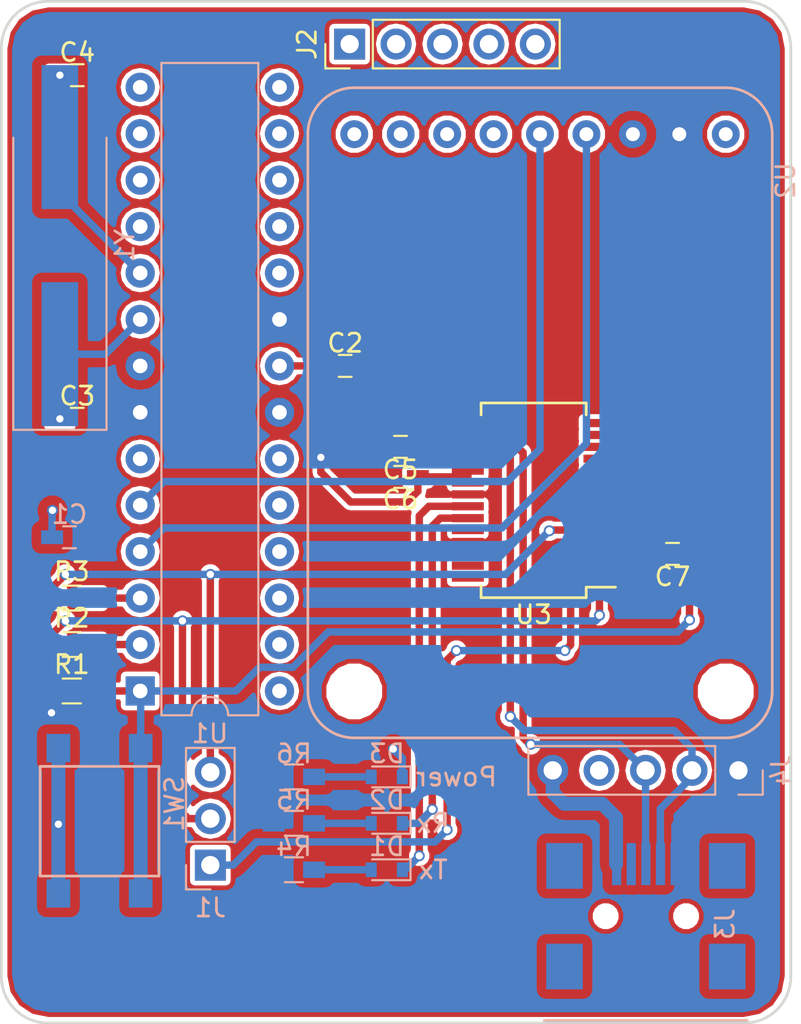
<source format=kicad_pcb>
(kicad_pcb (version 4) (host pcbnew 4.0.7)

  (general
    (links 59)
    (no_connects 0)
    (area 0 0 0 0)
    (thickness 1.6)
    (drawings 8)
    (tracks 174)
    (zones 0)
    (modules 25)
    (nets 22)
  )

  (page A4)
  (layers
    (0 F.Cu signal)
    (31 B.Cu signal)
    (32 B.Adhes user)
    (33 F.Adhes user)
    (34 B.Paste user)
    (35 F.Paste user)
    (36 B.SilkS user)
    (37 F.SilkS user)
    (38 B.Mask user)
    (39 F.Mask user)
    (40 Dwgs.User user)
    (41 Cmts.User user)
    (42 Eco1.User user)
    (43 Eco2.User user)
    (44 Edge.Cuts user)
    (45 Margin user)
    (46 B.CrtYd user)
    (47 F.CrtYd user)
    (48 B.Fab user hide)
    (49 F.Fab user hide)
  )

  (setup
    (last_trace_width 0.762)
    (user_trace_width 0.254)
    (user_trace_width 0.4064)
    (user_trace_width 0.762)
    (trace_clearance 0.2)
    (zone_clearance 0.508)
    (zone_45_only no)
    (trace_min 0.2)
    (segment_width 0.2)
    (edge_width 0.15)
    (via_size 0.6)
    (via_drill 0.4)
    (via_min_size 0.4)
    (via_min_drill 0.3)
    (uvia_size 0.3)
    (uvia_drill 0.1)
    (uvias_allowed no)
    (uvia_min_size 0.2)
    (uvia_min_drill 0.1)
    (pcb_text_width 0.3)
    (pcb_text_size 1.5 1.5)
    (mod_edge_width 0.15)
    (mod_text_size 1 1)
    (mod_text_width 0.15)
    (pad_size 1.524 1.524)
    (pad_drill 0.762)
    (pad_to_mask_clearance 0.2)
    (aux_axis_origin 0 0)
    (visible_elements 7FFFFFFF)
    (pcbplotparams
      (layerselection 0x00030_80000001)
      (usegerberextensions false)
      (excludeedgelayer true)
      (linewidth 0.100000)
      (plotframeref false)
      (viasonmask false)
      (mode 1)
      (useauxorigin false)
      (hpglpennumber 1)
      (hpglpenspeed 20)
      (hpglpendiameter 15)
      (hpglpenoverlay 2)
      (psnegative false)
      (psa4output false)
      (plotreference true)
      (plotvalue true)
      (plotinvisibletext false)
      (padsonsilk false)
      (subtractmaskfromsilk false)
      (outputformat 1)
      (mirror false)
      (drillshape 1)
      (scaleselection 1)
      (outputdirectory ""))
  )

  (net 0 "")
  (net 1 +5V)
  (net 2 GND)
  (net 3 "Net-(C2-Pad1)")
  (net 4 "Net-(C3-Pad1)")
  (net 5 "Net-(C4-Pad1)")
  (net 6 "Net-(C5-Pad1)")
  (net 7 Reset)
  (net 8 RTS)
  (net 9 "Net-(D1-Pad1)")
  (net 10 "Net-(D1-Pad2)")
  (net 11 "Net-(D2-Pad1)")
  (net 12 "Net-(D2-Pad2)")
  (net 13 "Net-(D3-Pad2)")
  (net 14 IC_RX)
  (net 15 IC_TX)
  (net 16 D-)
  (net 17 D+)
  (net 18 "Net-(R2-Pad2)")
  (net 19 "Net-(R3-Pad2)")
  (net 20 GPS_RX)
  (net 21 GPS_TX)

  (net_class Default "This is the default net class."
    (clearance 0.2)
    (trace_width 0.25)
    (via_dia 0.6)
    (via_drill 0.4)
    (uvia_dia 0.3)
    (uvia_drill 0.1)
    (add_net +5V)
    (add_net D+)
    (add_net D-)
    (add_net GND)
    (add_net GPS_RX)
    (add_net GPS_TX)
    (add_net IC_RX)
    (add_net IC_TX)
    (add_net "Net-(C2-Pad1)")
    (add_net "Net-(C3-Pad1)")
    (add_net "Net-(C4-Pad1)")
    (add_net "Net-(C5-Pad1)")
    (add_net "Net-(D1-Pad1)")
    (add_net "Net-(D1-Pad2)")
    (add_net "Net-(D2-Pad1)")
    (add_net "Net-(D2-Pad2)")
    (add_net "Net-(D3-Pad2)")
    (add_net "Net-(R2-Pad2)")
    (add_net "Net-(R3-Pad2)")
    (add_net RTS)
    (add_net Reset)
  )

  (module Project_Library:Ultimate_GPS_Breakout (layer B.Cu) (tedit 5B73945C) (tstamp 5B73987A)
    (at 158.998103 83.464699 270)
    (path /5B6E5FD8)
    (fp_text reference U2 (at 2.54 -3.2766 450) (layer B.SilkS)
      (effects (font (size 1 1) (thickness 0.15)) (justify mirror))
    )
    (fp_text value UltimateGPSBreakout (at 15.24 21.717 450) (layer B.Fab)
      (effects (font (size 1 1) (thickness 0.15)) (justify mirror))
    )
    (fp_line (start -2.540299 -0.005897) (end -2.540299 20.314103) (layer B.SilkS) (width 0.15))
    (fp_line (start 33.019701 20.314103) (end 33.019701 -0.005897) (layer B.SilkS) (width 0.15))
    (fp_line (start -0.000299 22.854103) (end 30.479701 22.854103) (layer B.SilkS) (width 0.15))
    (fp_arc (start -0.000299 -0.005897) (end -0.000299 -2.545897) (angle -90) (layer B.SilkS) (width 0.15))
    (fp_arc (start -0.000299 20.314103) (end -2.540299 20.314103) (angle -90) (layer B.SilkS) (width 0.15))
    (fp_line (start -0.000299 -2.545897) (end 30.479701 -2.545897) (layer B.SilkS) (width 0.15))
    (fp_arc (start 30.479701 -0.005897) (end 33.019701 -0.005897) (angle -90) (layer B.SilkS) (width 0.15))
    (fp_arc (start 30.479701 -0.005897) (end 33.019701 -0.005897) (angle -90) (layer B.SilkS) (width 0.15))
    (fp_arc (start 30.479701 20.314103) (end 30.479701 22.854103) (angle -90) (layer B.SilkS) (width 0.15))
    (pad 1 thru_hole circle (at -0.000299 20.314103 270) (size 1.524 1.524) (drill 0.762) (layers *.Cu *.Mask))
    (pad 2 thru_hole circle (at -0.000299 17.774103 270) (size 1.524 1.524) (drill 0.762) (layers *.Cu *.Mask))
    (pad 3 thru_hole circle (at -0.000299 15.234103 270) (size 1.524 1.524) (drill 0.762) (layers *.Cu *.Mask))
    (pad 4 thru_hole circle (at -0.000299 12.694103 270) (size 1.524 1.524) (drill 0.762) (layers *.Cu *.Mask))
    (pad 5 thru_hole circle (at -0.000299 10.154103 270) (size 1.524 1.524) (drill 0.762) (layers *.Cu *.Mask)
      (net 21 GPS_TX))
    (pad 6 thru_hole circle (at -0.000299 7.614103 270) (size 1.524 1.524) (drill 0.762) (layers *.Cu *.Mask)
      (net 20 GPS_RX))
    (pad 7 thru_hole circle (at -0.000299 5.074103 270) (size 1.524 1.524) (drill 0.762) (layers *.Cu *.Mask)
      (net 2 GND))
    (pad 8 thru_hole circle (at -0.000299 2.534103 270) (size 1.524 1.524) (drill 0.762) (layers *.Cu *.Mask)
      (net 1 +5V))
    (pad 9 thru_hole circle (at -0.000299 -0.005897 270) (size 1.524 1.524) (drill 0.762) (layers *.Cu *.Mask))
    (pad "" np_thru_hole circle (at 30.479701 -0.005897 90) (size 2.54 2.54) (drill 2.54) (layers *.Cu *.Mask))
    (pad "" np_thru_hole circle (at 30.479701 20.314103 90) (size 2.54 2.54) (drill 2.54) (layers *.Cu *.Mask))
  )

  (module Capacitors_SMD:C_0603_HandSoldering (layer B.Cu) (tedit 58AA848B) (tstamp 5B7397C1)
    (at 123.1036 105.5116 180)
    (descr "Capacitor SMD 0603, hand soldering")
    (tags "capacitor 0603")
    (path /5B6E873A)
    (attr smd)
    (fp_text reference C1 (at 0 1.25 180) (layer B.SilkS)
      (effects (font (size 1 1) (thickness 0.15)) (justify mirror))
    )
    (fp_text value .1uF (at 0 -1.5 180) (layer B.Fab)
      (effects (font (size 1 1) (thickness 0.15)) (justify mirror))
    )
    (fp_text user %R (at 0 1.25 180) (layer B.Fab)
      (effects (font (size 1 1) (thickness 0.15)) (justify mirror))
    )
    (fp_line (start -0.8 -0.4) (end -0.8 0.4) (layer B.Fab) (width 0.1))
    (fp_line (start 0.8 -0.4) (end -0.8 -0.4) (layer B.Fab) (width 0.1))
    (fp_line (start 0.8 0.4) (end 0.8 -0.4) (layer B.Fab) (width 0.1))
    (fp_line (start -0.8 0.4) (end 0.8 0.4) (layer B.Fab) (width 0.1))
    (fp_line (start -0.35 0.6) (end 0.35 0.6) (layer B.SilkS) (width 0.12))
    (fp_line (start 0.35 -0.6) (end -0.35 -0.6) (layer B.SilkS) (width 0.12))
    (fp_line (start -1.8 0.65) (end 1.8 0.65) (layer B.CrtYd) (width 0.05))
    (fp_line (start -1.8 0.65) (end -1.8 -0.65) (layer B.CrtYd) (width 0.05))
    (fp_line (start 1.8 -0.65) (end 1.8 0.65) (layer B.CrtYd) (width 0.05))
    (fp_line (start 1.8 -0.65) (end -1.8 -0.65) (layer B.CrtYd) (width 0.05))
    (pad 1 smd rect (at -0.95 0 180) (size 1.2 0.75) (layers B.Cu B.Paste B.Mask)
      (net 1 +5V))
    (pad 2 smd rect (at 0.95 0 180) (size 1.2 0.75) (layers B.Cu B.Paste B.Mask)
      (net 2 GND))
    (model Capacitors_SMD.3dshapes/C_0603.wrl
      (at (xyz 0 0 0))
      (scale (xyz 1 1 1))
      (rotate (xyz 0 0 0))
    )
  )

  (module Capacitors_SMD:C_0603_HandSoldering (layer F.Cu) (tedit 58AA848B) (tstamp 5B7397C7)
    (at 138.1862 96.139)
    (descr "Capacitor SMD 0603, hand soldering")
    (tags "capacitor 0603")
    (path /5B6E8787)
    (attr smd)
    (fp_text reference C2 (at 0 -1.25) (layer F.SilkS)
      (effects (font (size 1 1) (thickness 0.15)))
    )
    (fp_text value 1uF (at 0 1.5) (layer F.Fab)
      (effects (font (size 1 1) (thickness 0.15)))
    )
    (fp_text user %R (at 0 -1.25) (layer F.Fab)
      (effects (font (size 1 1) (thickness 0.15)))
    )
    (fp_line (start -0.8 0.4) (end -0.8 -0.4) (layer F.Fab) (width 0.1))
    (fp_line (start 0.8 0.4) (end -0.8 0.4) (layer F.Fab) (width 0.1))
    (fp_line (start 0.8 -0.4) (end 0.8 0.4) (layer F.Fab) (width 0.1))
    (fp_line (start -0.8 -0.4) (end 0.8 -0.4) (layer F.Fab) (width 0.1))
    (fp_line (start -0.35 -0.6) (end 0.35 -0.6) (layer F.SilkS) (width 0.12))
    (fp_line (start 0.35 0.6) (end -0.35 0.6) (layer F.SilkS) (width 0.12))
    (fp_line (start -1.8 -0.65) (end 1.8 -0.65) (layer F.CrtYd) (width 0.05))
    (fp_line (start -1.8 -0.65) (end -1.8 0.65) (layer F.CrtYd) (width 0.05))
    (fp_line (start 1.8 0.65) (end 1.8 -0.65) (layer F.CrtYd) (width 0.05))
    (fp_line (start 1.8 0.65) (end -1.8 0.65) (layer F.CrtYd) (width 0.05))
    (pad 1 smd rect (at -0.95 0) (size 1.2 0.75) (layers F.Cu F.Paste F.Mask)
      (net 3 "Net-(C2-Pad1)"))
    (pad 2 smd rect (at 0.95 0) (size 1.2 0.75) (layers F.Cu F.Paste F.Mask)
      (net 2 GND))
    (model Capacitors_SMD.3dshapes/C_0603.wrl
      (at (xyz 0 0 0))
      (scale (xyz 1 1 1))
      (rotate (xyz 0 0 0))
    )
  )

  (module Capacitors_SMD:C_0603_HandSoldering (layer F.Cu) (tedit 58AA848B) (tstamp 5B7397CD)
    (at 123.5304 99.0346)
    (descr "Capacitor SMD 0603, hand soldering")
    (tags "capacitor 0603")
    (path /5B6E87B4)
    (attr smd)
    (fp_text reference C3 (at 0 -1.25) (layer F.SilkS)
      (effects (font (size 1 1) (thickness 0.15)))
    )
    (fp_text value 22pF (at 0 1.5) (layer F.Fab)
      (effects (font (size 1 1) (thickness 0.15)))
    )
    (fp_text user %R (at 0 -1.25) (layer F.Fab)
      (effects (font (size 1 1) (thickness 0.15)))
    )
    (fp_line (start -0.8 0.4) (end -0.8 -0.4) (layer F.Fab) (width 0.1))
    (fp_line (start 0.8 0.4) (end -0.8 0.4) (layer F.Fab) (width 0.1))
    (fp_line (start 0.8 -0.4) (end 0.8 0.4) (layer F.Fab) (width 0.1))
    (fp_line (start -0.8 -0.4) (end 0.8 -0.4) (layer F.Fab) (width 0.1))
    (fp_line (start -0.35 -0.6) (end 0.35 -0.6) (layer F.SilkS) (width 0.12))
    (fp_line (start 0.35 0.6) (end -0.35 0.6) (layer F.SilkS) (width 0.12))
    (fp_line (start -1.8 -0.65) (end 1.8 -0.65) (layer F.CrtYd) (width 0.05))
    (fp_line (start -1.8 -0.65) (end -1.8 0.65) (layer F.CrtYd) (width 0.05))
    (fp_line (start 1.8 0.65) (end 1.8 -0.65) (layer F.CrtYd) (width 0.05))
    (fp_line (start 1.8 0.65) (end -1.8 0.65) (layer F.CrtYd) (width 0.05))
    (pad 1 smd rect (at -0.95 0) (size 1.2 0.75) (layers F.Cu F.Paste F.Mask)
      (net 4 "Net-(C3-Pad1)"))
    (pad 2 smd rect (at 0.95 0) (size 1.2 0.75) (layers F.Cu F.Paste F.Mask)
      (net 2 GND))
    (model Capacitors_SMD.3dshapes/C_0603.wrl
      (at (xyz 0 0 0))
      (scale (xyz 1 1 1))
      (rotate (xyz 0 0 0))
    )
  )

  (module Capacitors_SMD:C_0603_HandSoldering (layer F.Cu) (tedit 58AA848B) (tstamp 5B7397D3)
    (at 123.5304 80.2386)
    (descr "Capacitor SMD 0603, hand soldering")
    (tags "capacitor 0603")
    (path /5B6E87E2)
    (attr smd)
    (fp_text reference C4 (at 0 -1.25) (layer F.SilkS)
      (effects (font (size 1 1) (thickness 0.15)))
    )
    (fp_text value 22pF (at 0 1.5) (layer F.Fab)
      (effects (font (size 1 1) (thickness 0.15)))
    )
    (fp_text user %R (at 0 -1.25) (layer F.Fab)
      (effects (font (size 1 1) (thickness 0.15)))
    )
    (fp_line (start -0.8 0.4) (end -0.8 -0.4) (layer F.Fab) (width 0.1))
    (fp_line (start 0.8 0.4) (end -0.8 0.4) (layer F.Fab) (width 0.1))
    (fp_line (start 0.8 -0.4) (end 0.8 0.4) (layer F.Fab) (width 0.1))
    (fp_line (start -0.8 -0.4) (end 0.8 -0.4) (layer F.Fab) (width 0.1))
    (fp_line (start -0.35 -0.6) (end 0.35 -0.6) (layer F.SilkS) (width 0.12))
    (fp_line (start 0.35 0.6) (end -0.35 0.6) (layer F.SilkS) (width 0.12))
    (fp_line (start -1.8 -0.65) (end 1.8 -0.65) (layer F.CrtYd) (width 0.05))
    (fp_line (start -1.8 -0.65) (end -1.8 0.65) (layer F.CrtYd) (width 0.05))
    (fp_line (start 1.8 0.65) (end 1.8 -0.65) (layer F.CrtYd) (width 0.05))
    (fp_line (start 1.8 0.65) (end -1.8 0.65) (layer F.CrtYd) (width 0.05))
    (pad 1 smd rect (at -0.95 0) (size 1.2 0.75) (layers F.Cu F.Paste F.Mask)
      (net 5 "Net-(C4-Pad1)"))
    (pad 2 smd rect (at 0.95 0) (size 1.2 0.75) (layers F.Cu F.Paste F.Mask)
      (net 2 GND))
    (model Capacitors_SMD.3dshapes/C_0603.wrl
      (at (xyz 0 0 0))
      (scale (xyz 1 1 1))
      (rotate (xyz 0 0 0))
    )
  )

  (module Capacitors_SMD:C_0603_HandSoldering (layer F.Cu) (tedit 58AA848B) (tstamp 5B7397D9)
    (at 141.2138 100.566708 180)
    (descr "Capacitor SMD 0603, hand soldering")
    (tags "capacitor 0603")
    (path /5B73A0BD)
    (attr smd)
    (fp_text reference C5 (at 0 -1.25 180) (layer F.SilkS)
      (effects (font (size 1 1) (thickness 0.15)))
    )
    (fp_text value .1uF (at 0 1.5 180) (layer F.Fab)
      (effects (font (size 1 1) (thickness 0.15)))
    )
    (fp_text user %R (at 0 -1.25 180) (layer F.Fab)
      (effects (font (size 1 1) (thickness 0.15)))
    )
    (fp_line (start -0.8 0.4) (end -0.8 -0.4) (layer F.Fab) (width 0.1))
    (fp_line (start 0.8 0.4) (end -0.8 0.4) (layer F.Fab) (width 0.1))
    (fp_line (start 0.8 -0.4) (end 0.8 0.4) (layer F.Fab) (width 0.1))
    (fp_line (start -0.8 -0.4) (end 0.8 -0.4) (layer F.Fab) (width 0.1))
    (fp_line (start -0.35 -0.6) (end 0.35 -0.6) (layer F.SilkS) (width 0.12))
    (fp_line (start 0.35 0.6) (end -0.35 0.6) (layer F.SilkS) (width 0.12))
    (fp_line (start -1.8 -0.65) (end 1.8 -0.65) (layer F.CrtYd) (width 0.05))
    (fp_line (start -1.8 -0.65) (end -1.8 0.65) (layer F.CrtYd) (width 0.05))
    (fp_line (start 1.8 0.65) (end 1.8 -0.65) (layer F.CrtYd) (width 0.05))
    (fp_line (start 1.8 0.65) (end -1.8 0.65) (layer F.CrtYd) (width 0.05))
    (pad 1 smd rect (at -0.95 0 180) (size 1.2 0.75) (layers F.Cu F.Paste F.Mask)
      (net 6 "Net-(C5-Pad1)"))
    (pad 2 smd rect (at 0.95 0 180) (size 1.2 0.75) (layers F.Cu F.Paste F.Mask)
      (net 2 GND))
    (model Capacitors_SMD.3dshapes/C_0603.wrl
      (at (xyz 0 0 0))
      (scale (xyz 1 1 1))
      (rotate (xyz 0 0 0))
    )
  )

  (module Capacitors_SMD:C_0603_HandSoldering (layer F.Cu) (tedit 58AA848B) (tstamp 5B7397DF)
    (at 141.2138 102.2096 180)
    (descr "Capacitor SMD 0603, hand soldering")
    (tags "capacitor 0603")
    (path /5B73977A)
    (attr smd)
    (fp_text reference C6 (at 0 -1.25 180) (layer F.SilkS)
      (effects (font (size 1 1) (thickness 0.15)))
    )
    (fp_text value .1uF (at 0 1.5 180) (layer F.Fab)
      (effects (font (size 1 1) (thickness 0.15)))
    )
    (fp_text user %R (at 0 -1.25 180) (layer F.Fab)
      (effects (font (size 1 1) (thickness 0.15)))
    )
    (fp_line (start -0.8 0.4) (end -0.8 -0.4) (layer F.Fab) (width 0.1))
    (fp_line (start 0.8 0.4) (end -0.8 0.4) (layer F.Fab) (width 0.1))
    (fp_line (start 0.8 -0.4) (end 0.8 0.4) (layer F.Fab) (width 0.1))
    (fp_line (start -0.8 -0.4) (end 0.8 -0.4) (layer F.Fab) (width 0.1))
    (fp_line (start -0.35 -0.6) (end 0.35 -0.6) (layer F.SilkS) (width 0.12))
    (fp_line (start 0.35 0.6) (end -0.35 0.6) (layer F.SilkS) (width 0.12))
    (fp_line (start -1.8 -0.65) (end 1.8 -0.65) (layer F.CrtYd) (width 0.05))
    (fp_line (start -1.8 -0.65) (end -1.8 0.65) (layer F.CrtYd) (width 0.05))
    (fp_line (start 1.8 0.65) (end 1.8 -0.65) (layer F.CrtYd) (width 0.05))
    (fp_line (start 1.8 0.65) (end -1.8 0.65) (layer F.CrtYd) (width 0.05))
    (pad 1 smd rect (at -0.95 0 180) (size 1.2 0.75) (layers F.Cu F.Paste F.Mask)
      (net 1 +5V))
    (pad 2 smd rect (at 0.95 0 180) (size 1.2 0.75) (layers F.Cu F.Paste F.Mask)
      (net 2 GND))
    (model Capacitors_SMD.3dshapes/C_0603.wrl
      (at (xyz 0 0 0))
      (scale (xyz 1 1 1))
      (rotate (xyz 0 0 0))
    )
  )

  (module Capacitors_SMD:C_0603_HandSoldering (layer F.Cu) (tedit 58AA848B) (tstamp 5B7397E5)
    (at 156.0932 106.42115 180)
    (descr "Capacitor SMD 0603, hand soldering")
    (tags "capacitor 0603")
    (path /5B73B817)
    (attr smd)
    (fp_text reference C7 (at 0 -1.25 180) (layer F.SilkS)
      (effects (font (size 1 1) (thickness 0.15)))
    )
    (fp_text value .1uF (at 0 1.5 180) (layer F.Fab)
      (effects (font (size 1 1) (thickness 0.15)))
    )
    (fp_text user %R (at 0 -1.25 180) (layer F.Fab)
      (effects (font (size 1 1) (thickness 0.15)))
    )
    (fp_line (start -0.8 0.4) (end -0.8 -0.4) (layer F.Fab) (width 0.1))
    (fp_line (start 0.8 0.4) (end -0.8 0.4) (layer F.Fab) (width 0.1))
    (fp_line (start 0.8 -0.4) (end 0.8 0.4) (layer F.Fab) (width 0.1))
    (fp_line (start -0.8 -0.4) (end 0.8 -0.4) (layer F.Fab) (width 0.1))
    (fp_line (start -0.35 -0.6) (end 0.35 -0.6) (layer F.SilkS) (width 0.12))
    (fp_line (start 0.35 0.6) (end -0.35 0.6) (layer F.SilkS) (width 0.12))
    (fp_line (start -1.8 -0.65) (end 1.8 -0.65) (layer F.CrtYd) (width 0.05))
    (fp_line (start -1.8 -0.65) (end -1.8 0.65) (layer F.CrtYd) (width 0.05))
    (fp_line (start 1.8 0.65) (end 1.8 -0.65) (layer F.CrtYd) (width 0.05))
    (fp_line (start 1.8 0.65) (end -1.8 0.65) (layer F.CrtYd) (width 0.05))
    (pad 1 smd rect (at -0.95 0 180) (size 1.2 0.75) (layers F.Cu F.Paste F.Mask)
      (net 7 Reset))
    (pad 2 smd rect (at 0.95 0 180) (size 1.2 0.75) (layers F.Cu F.Paste F.Mask)
      (net 8 RTS))
    (model Capacitors_SMD.3dshapes/C_0603.wrl
      (at (xyz 0 0 0))
      (scale (xyz 1 1 1))
      (rotate (xyz 0 0 0))
    )
  )

  (module Diodes_SMD:D_0603 (layer B.Cu) (tedit 5B739D5A) (tstamp 5B7397EB)
    (at 140.462 123.698 180)
    (descr "Diode SMD in 0603 package http://datasheets.avx.com/schottky.pdf")
    (tags "smd diode")
    (path /5B73ABEF)
    (attr smd)
    (fp_text reference D1 (at 0 1.27 180) (layer B.SilkS)
      (effects (font (size 1 1) (thickness 0.15)) (justify mirror))
    )
    (fp_text value Tx (at -2.54 0 180) (layer B.SilkS)
      (effects (font (size 1 1) (thickness 0.15)) (justify mirror))
    )
    (fp_text user %R (at 0 1.4 180) (layer B.Fab)
      (effects (font (size 1 1) (thickness 0.15)) (justify mirror))
    )
    (fp_line (start -1.3 0.57) (end -1.3 -0.57) (layer B.SilkS) (width 0.12))
    (fp_line (start 1.4 -0.67) (end 1.4 0.67) (layer B.CrtYd) (width 0.05))
    (fp_line (start -1.4 -0.67) (end 1.4 -0.67) (layer B.CrtYd) (width 0.05))
    (fp_line (start -1.4 0.67) (end -1.4 -0.67) (layer B.CrtYd) (width 0.05))
    (fp_line (start 1.4 0.67) (end -1.4 0.67) (layer B.CrtYd) (width 0.05))
    (fp_line (start 0.2 0) (end 0.4 0) (layer B.Fab) (width 0.1))
    (fp_line (start -0.1 0) (end -0.3 0) (layer B.Fab) (width 0.1))
    (fp_line (start -0.1 0.2) (end -0.1 -0.2) (layer B.Fab) (width 0.1))
    (fp_line (start 0.2 -0.2) (end 0.2 0.2) (layer B.Fab) (width 0.1))
    (fp_line (start -0.1 0) (end 0.2 -0.2) (layer B.Fab) (width 0.1))
    (fp_line (start 0.2 0.2) (end -0.1 0) (layer B.Fab) (width 0.1))
    (fp_line (start -0.8 -0.45) (end -0.8 0.45) (layer B.Fab) (width 0.1))
    (fp_line (start 0.8 -0.45) (end -0.8 -0.45) (layer B.Fab) (width 0.1))
    (fp_line (start 0.8 0.45) (end 0.8 -0.45) (layer B.Fab) (width 0.1))
    (fp_line (start -0.8 0.45) (end 0.8 0.45) (layer B.Fab) (width 0.1))
    (fp_line (start -1.3 -0.57) (end 0.8 -0.57) (layer B.SilkS) (width 0.12))
    (fp_line (start -1.3 0.57) (end 0.8 0.57) (layer B.SilkS) (width 0.12))
    (pad 1 smd rect (at -0.85 0 180) (size 0.6 0.8) (layers B.Cu B.Paste B.Mask)
      (net 9 "Net-(D1-Pad1)"))
    (pad 2 smd rect (at 0.85 0 180) (size 0.6 0.8) (layers B.Cu B.Paste B.Mask)
      (net 10 "Net-(D1-Pad2)"))
    (model ${KISYS3DMOD}/Diodes_SMD.3dshapes/D_0603.wrl
      (at (xyz 0 0 0))
      (scale (xyz 1 1 1))
      (rotate (xyz 0 0 0))
    )
  )

  (module Diodes_SMD:D_0603 (layer B.Cu) (tedit 5B739D5D) (tstamp 5B7397F1)
    (at 140.462 121.158 180)
    (descr "Diode SMD in 0603 package http://datasheets.avx.com/schottky.pdf")
    (tags "smd diode")
    (path /5B73AC79)
    (attr smd)
    (fp_text reference D2 (at 0 1.27 180) (layer B.SilkS)
      (effects (font (size 1 1) (thickness 0.15)) (justify mirror))
    )
    (fp_text value Rx (at -2.54 0 180) (layer B.SilkS)
      (effects (font (size 1 1) (thickness 0.15)) (justify mirror))
    )
    (fp_text user %R (at 0 1.4 180) (layer B.Fab)
      (effects (font (size 1 1) (thickness 0.15)) (justify mirror))
    )
    (fp_line (start -1.3 0.57) (end -1.3 -0.57) (layer B.SilkS) (width 0.12))
    (fp_line (start 1.4 -0.67) (end 1.4 0.67) (layer B.CrtYd) (width 0.05))
    (fp_line (start -1.4 -0.67) (end 1.4 -0.67) (layer B.CrtYd) (width 0.05))
    (fp_line (start -1.4 0.67) (end -1.4 -0.67) (layer B.CrtYd) (width 0.05))
    (fp_line (start 1.4 0.67) (end -1.4 0.67) (layer B.CrtYd) (width 0.05))
    (fp_line (start 0.2 0) (end 0.4 0) (layer B.Fab) (width 0.1))
    (fp_line (start -0.1 0) (end -0.3 0) (layer B.Fab) (width 0.1))
    (fp_line (start -0.1 0.2) (end -0.1 -0.2) (layer B.Fab) (width 0.1))
    (fp_line (start 0.2 -0.2) (end 0.2 0.2) (layer B.Fab) (width 0.1))
    (fp_line (start -0.1 0) (end 0.2 -0.2) (layer B.Fab) (width 0.1))
    (fp_line (start 0.2 0.2) (end -0.1 0) (layer B.Fab) (width 0.1))
    (fp_line (start -0.8 -0.45) (end -0.8 0.45) (layer B.Fab) (width 0.1))
    (fp_line (start 0.8 -0.45) (end -0.8 -0.45) (layer B.Fab) (width 0.1))
    (fp_line (start 0.8 0.45) (end 0.8 -0.45) (layer B.Fab) (width 0.1))
    (fp_line (start -0.8 0.45) (end 0.8 0.45) (layer B.Fab) (width 0.1))
    (fp_line (start -1.3 -0.57) (end 0.8 -0.57) (layer B.SilkS) (width 0.12))
    (fp_line (start -1.3 0.57) (end 0.8 0.57) (layer B.SilkS) (width 0.12))
    (pad 1 smd rect (at -0.85 0 180) (size 0.6 0.8) (layers B.Cu B.Paste B.Mask)
      (net 11 "Net-(D2-Pad1)"))
    (pad 2 smd rect (at 0.85 0 180) (size 0.6 0.8) (layers B.Cu B.Paste B.Mask)
      (net 12 "Net-(D2-Pad2)"))
    (model ${KISYS3DMOD}/Diodes_SMD.3dshapes/D_0603.wrl
      (at (xyz 0 0 0))
      (scale (xyz 1 1 1))
      (rotate (xyz 0 0 0))
    )
  )

  (module Diodes_SMD:D_0603 (layer B.Cu) (tedit 5B739D57) (tstamp 5B7397F7)
    (at 140.462 118.618 180)
    (descr "Diode SMD in 0603 package http://datasheets.avx.com/schottky.pdf")
    (tags "smd diode")
    (path /5B73ACC7)
    (attr smd)
    (fp_text reference D3 (at 0 1.27 180) (layer B.SilkS)
      (effects (font (size 1 1) (thickness 0.15)) (justify mirror))
    )
    (fp_text value Power (at -3.81 0 180) (layer B.SilkS)
      (effects (font (size 1 1) (thickness 0.15)) (justify mirror))
    )
    (fp_text user %R (at 0 1.4 180) (layer B.Fab)
      (effects (font (size 1 1) (thickness 0.15)) (justify mirror))
    )
    (fp_line (start -1.3 0.57) (end -1.3 -0.57) (layer B.SilkS) (width 0.12))
    (fp_line (start 1.4 -0.67) (end 1.4 0.67) (layer B.CrtYd) (width 0.05))
    (fp_line (start -1.4 -0.67) (end 1.4 -0.67) (layer B.CrtYd) (width 0.05))
    (fp_line (start -1.4 0.67) (end -1.4 -0.67) (layer B.CrtYd) (width 0.05))
    (fp_line (start 1.4 0.67) (end -1.4 0.67) (layer B.CrtYd) (width 0.05))
    (fp_line (start 0.2 0) (end 0.4 0) (layer B.Fab) (width 0.1))
    (fp_line (start -0.1 0) (end -0.3 0) (layer B.Fab) (width 0.1))
    (fp_line (start -0.1 0.2) (end -0.1 -0.2) (layer B.Fab) (width 0.1))
    (fp_line (start 0.2 -0.2) (end 0.2 0.2) (layer B.Fab) (width 0.1))
    (fp_line (start -0.1 0) (end 0.2 -0.2) (layer B.Fab) (width 0.1))
    (fp_line (start 0.2 0.2) (end -0.1 0) (layer B.Fab) (width 0.1))
    (fp_line (start -0.8 -0.45) (end -0.8 0.45) (layer B.Fab) (width 0.1))
    (fp_line (start 0.8 -0.45) (end -0.8 -0.45) (layer B.Fab) (width 0.1))
    (fp_line (start 0.8 0.45) (end 0.8 -0.45) (layer B.Fab) (width 0.1))
    (fp_line (start -0.8 0.45) (end 0.8 0.45) (layer B.Fab) (width 0.1))
    (fp_line (start -1.3 -0.57) (end 0.8 -0.57) (layer B.SilkS) (width 0.12))
    (fp_line (start -1.3 0.57) (end 0.8 0.57) (layer B.SilkS) (width 0.12))
    (pad 1 smd rect (at -0.85 0 180) (size 0.6 0.8) (layers B.Cu B.Paste B.Mask)
      (net 2 GND))
    (pad 2 smd rect (at 0.85 0 180) (size 0.6 0.8) (layers B.Cu B.Paste B.Mask)
      (net 13 "Net-(D3-Pad2)"))
    (model ${KISYS3DMOD}/Diodes_SMD.3dshapes/D_0603.wrl
      (at (xyz 0 0 0))
      (scale (xyz 1 1 1))
      (rotate (xyz 0 0 0))
    )
  )

  (module Pin_Headers:Pin_Header_Straight_1x03_Pitch2.54mm (layer B.Cu) (tedit 59650532) (tstamp 5B7397FE)
    (at 130.81 123.444)
    (descr "Through hole straight pin header, 1x03, 2.54mm pitch, single row")
    (tags "Through hole pin header THT 1x03 2.54mm single row")
    (path /5B73C8C6)
    (fp_text reference J1 (at 0 2.33) (layer B.SilkS)
      (effects (font (size 1 1) (thickness 0.15)) (justify mirror))
    )
    (fp_text value Conn_01x03 (at 0 -7.41) (layer B.Fab)
      (effects (font (size 1 1) (thickness 0.15)) (justify mirror))
    )
    (fp_line (start -0.635 1.27) (end 1.27 1.27) (layer B.Fab) (width 0.1))
    (fp_line (start 1.27 1.27) (end 1.27 -6.35) (layer B.Fab) (width 0.1))
    (fp_line (start 1.27 -6.35) (end -1.27 -6.35) (layer B.Fab) (width 0.1))
    (fp_line (start -1.27 -6.35) (end -1.27 0.635) (layer B.Fab) (width 0.1))
    (fp_line (start -1.27 0.635) (end -0.635 1.27) (layer B.Fab) (width 0.1))
    (fp_line (start -1.33 -6.41) (end 1.33 -6.41) (layer B.SilkS) (width 0.12))
    (fp_line (start -1.33 -1.27) (end -1.33 -6.41) (layer B.SilkS) (width 0.12))
    (fp_line (start 1.33 -1.27) (end 1.33 -6.41) (layer B.SilkS) (width 0.12))
    (fp_line (start -1.33 -1.27) (end 1.33 -1.27) (layer B.SilkS) (width 0.12))
    (fp_line (start -1.33 0) (end -1.33 1.33) (layer B.SilkS) (width 0.12))
    (fp_line (start -1.33 1.33) (end 0 1.33) (layer B.SilkS) (width 0.12))
    (fp_line (start -1.8 1.8) (end -1.8 -6.85) (layer B.CrtYd) (width 0.05))
    (fp_line (start -1.8 -6.85) (end 1.8 -6.85) (layer B.CrtYd) (width 0.05))
    (fp_line (start 1.8 -6.85) (end 1.8 1.8) (layer B.CrtYd) (width 0.05))
    (fp_line (start 1.8 1.8) (end -1.8 1.8) (layer B.CrtYd) (width 0.05))
    (fp_text user %R (at 0 -2.54 270) (layer B.Fab)
      (effects (font (size 1 1) (thickness 0.15)) (justify mirror))
    )
    (pad 1 thru_hole rect (at 0 0) (size 1.7 1.7) (drill 1) (layers *.Cu *.Mask)
      (net 8 RTS))
    (pad 2 thru_hole oval (at 0 -2.54) (size 1.7 1.7) (drill 1) (layers *.Cu *.Mask)
      (net 14 IC_RX))
    (pad 3 thru_hole oval (at 0 -5.08) (size 1.7 1.7) (drill 1) (layers *.Cu *.Mask)
      (net 15 IC_TX))
    (model ${KISYS3DMOD}/Pin_Headers.3dshapes/Pin_Header_Straight_1x03_Pitch2.54mm.wrl
      (at (xyz 0 0 0))
      (scale (xyz 1 1 1))
      (rotate (xyz 0 0 0))
    )
  )

  (module Pin_Headers:Pin_Header_Straight_1x05_Pitch2.54mm (layer F.Cu) (tedit 59650532) (tstamp 5B739807)
    (at 138.43 78.5368 90)
    (descr "Through hole straight pin header, 1x05, 2.54mm pitch, single row")
    (tags "Through hole pin header THT 1x05 2.54mm single row")
    (path /5B6E639F)
    (fp_text reference J2 (at 0 -2.33 90) (layer F.SilkS)
      (effects (font (size 1 1) (thickness 0.15)))
    )
    (fp_text value ClockBoard (at 0 12.49 90) (layer F.Fab)
      (effects (font (size 1 1) (thickness 0.15)))
    )
    (fp_line (start -0.635 -1.27) (end 1.27 -1.27) (layer F.Fab) (width 0.1))
    (fp_line (start 1.27 -1.27) (end 1.27 11.43) (layer F.Fab) (width 0.1))
    (fp_line (start 1.27 11.43) (end -1.27 11.43) (layer F.Fab) (width 0.1))
    (fp_line (start -1.27 11.43) (end -1.27 -0.635) (layer F.Fab) (width 0.1))
    (fp_line (start -1.27 -0.635) (end -0.635 -1.27) (layer F.Fab) (width 0.1))
    (fp_line (start -1.33 11.49) (end 1.33 11.49) (layer F.SilkS) (width 0.12))
    (fp_line (start -1.33 1.27) (end -1.33 11.49) (layer F.SilkS) (width 0.12))
    (fp_line (start 1.33 1.27) (end 1.33 11.49) (layer F.SilkS) (width 0.12))
    (fp_line (start -1.33 1.27) (end 1.33 1.27) (layer F.SilkS) (width 0.12))
    (fp_line (start -1.33 0) (end -1.33 -1.33) (layer F.SilkS) (width 0.12))
    (fp_line (start -1.33 -1.33) (end 0 -1.33) (layer F.SilkS) (width 0.12))
    (fp_line (start -1.8 -1.8) (end -1.8 11.95) (layer F.CrtYd) (width 0.05))
    (fp_line (start -1.8 11.95) (end 1.8 11.95) (layer F.CrtYd) (width 0.05))
    (fp_line (start 1.8 11.95) (end 1.8 -1.8) (layer F.CrtYd) (width 0.05))
    (fp_line (start 1.8 -1.8) (end -1.8 -1.8) (layer F.CrtYd) (width 0.05))
    (fp_text user %R (at 0 5.08 180) (layer F.Fab)
      (effects (font (size 1 1) (thickness 0.15)))
    )
    (pad 1 thru_hole rect (at 0 0 90) (size 1.7 1.7) (drill 1) (layers *.Cu *.Mask))
    (pad 2 thru_hole oval (at 0 2.54 90) (size 1.7 1.7) (drill 1) (layers *.Cu *.Mask))
    (pad 3 thru_hole oval (at 0 5.08 90) (size 1.7 1.7) (drill 1) (layers *.Cu *.Mask))
    (pad 4 thru_hole oval (at 0 7.62 90) (size 1.7 1.7) (drill 1) (layers *.Cu *.Mask))
    (pad 5 thru_hole oval (at 0 10.16 90) (size 1.7 1.7) (drill 1) (layers *.Cu *.Mask))
    (model ${KISYS3DMOD}/Pin_Headers.3dshapes/Pin_Header_Straight_1x05_Pitch2.54mm.wrl
      (at (xyz 0 0 0))
      (scale (xyz 1 1 1))
      (rotate (xyz 0 0 0))
    )
  )

  (module Resistors_SMD:R_0603_HandSoldering (layer F.Cu) (tedit 58E0A804) (tstamp 5B73981C)
    (at 123.233 113.919)
    (descr "Resistor SMD 0603, hand soldering")
    (tags "resistor 0603")
    (path /5B6E88FF)
    (attr smd)
    (fp_text reference R1 (at 0 -1.45) (layer F.SilkS)
      (effects (font (size 1 1) (thickness 0.15)))
    )
    (fp_text value 10K (at 0 1.55) (layer F.Fab)
      (effects (font (size 1 1) (thickness 0.15)))
    )
    (fp_text user %R (at 0 0) (layer F.Fab)
      (effects (font (size 0.4 0.4) (thickness 0.075)))
    )
    (fp_line (start -0.8 0.4) (end -0.8 -0.4) (layer F.Fab) (width 0.1))
    (fp_line (start 0.8 0.4) (end -0.8 0.4) (layer F.Fab) (width 0.1))
    (fp_line (start 0.8 -0.4) (end 0.8 0.4) (layer F.Fab) (width 0.1))
    (fp_line (start -0.8 -0.4) (end 0.8 -0.4) (layer F.Fab) (width 0.1))
    (fp_line (start 0.5 0.68) (end -0.5 0.68) (layer F.SilkS) (width 0.12))
    (fp_line (start -0.5 -0.68) (end 0.5 -0.68) (layer F.SilkS) (width 0.12))
    (fp_line (start -1.96 -0.7) (end 1.95 -0.7) (layer F.CrtYd) (width 0.05))
    (fp_line (start -1.96 -0.7) (end -1.96 0.7) (layer F.CrtYd) (width 0.05))
    (fp_line (start 1.95 0.7) (end 1.95 -0.7) (layer F.CrtYd) (width 0.05))
    (fp_line (start 1.95 0.7) (end -1.96 0.7) (layer F.CrtYd) (width 0.05))
    (pad 1 smd rect (at -1.1 0) (size 1.2 0.9) (layers F.Cu F.Paste F.Mask)
      (net 1 +5V))
    (pad 2 smd rect (at 1.1 0) (size 1.2 0.9) (layers F.Cu F.Paste F.Mask)
      (net 7 Reset))
    (model ${KISYS3DMOD}/Resistors_SMD.3dshapes/R_0603.wrl
      (at (xyz 0 0 0))
      (scale (xyz 1 1 1))
      (rotate (xyz 0 0 0))
    )
  )

  (module Resistors_SMD:R_0603_HandSoldering (layer F.Cu) (tedit 58E0A804) (tstamp 5B739822)
    (at 123.233 111.379)
    (descr "Resistor SMD 0603, hand soldering")
    (tags "resistor 0603")
    (path /5B6E95D3)
    (attr smd)
    (fp_text reference R2 (at 0 -1.45) (layer F.SilkS)
      (effects (font (size 1 1) (thickness 0.15)))
    )
    (fp_text value 1K (at 0 1.55) (layer F.Fab)
      (effects (font (size 1 1) (thickness 0.15)))
    )
    (fp_text user %R (at 0 0) (layer F.Fab)
      (effects (font (size 0.4 0.4) (thickness 0.075)))
    )
    (fp_line (start -0.8 0.4) (end -0.8 -0.4) (layer F.Fab) (width 0.1))
    (fp_line (start 0.8 0.4) (end -0.8 0.4) (layer F.Fab) (width 0.1))
    (fp_line (start 0.8 -0.4) (end 0.8 0.4) (layer F.Fab) (width 0.1))
    (fp_line (start -0.8 -0.4) (end 0.8 -0.4) (layer F.Fab) (width 0.1))
    (fp_line (start 0.5 0.68) (end -0.5 0.68) (layer F.SilkS) (width 0.12))
    (fp_line (start -0.5 -0.68) (end 0.5 -0.68) (layer F.SilkS) (width 0.12))
    (fp_line (start -1.96 -0.7) (end 1.95 -0.7) (layer F.CrtYd) (width 0.05))
    (fp_line (start -1.96 -0.7) (end -1.96 0.7) (layer F.CrtYd) (width 0.05))
    (fp_line (start 1.95 0.7) (end 1.95 -0.7) (layer F.CrtYd) (width 0.05))
    (fp_line (start 1.95 0.7) (end -1.96 0.7) (layer F.CrtYd) (width 0.05))
    (pad 1 smd rect (at -1.1 0) (size 1.2 0.9) (layers F.Cu F.Paste F.Mask)
      (net 14 IC_RX))
    (pad 2 smd rect (at 1.1 0) (size 1.2 0.9) (layers F.Cu F.Paste F.Mask)
      (net 18 "Net-(R2-Pad2)"))
    (model ${KISYS3DMOD}/Resistors_SMD.3dshapes/R_0603.wrl
      (at (xyz 0 0 0))
      (scale (xyz 1 1 1))
      (rotate (xyz 0 0 0))
    )
  )

  (module Resistors_SMD:R_0603_HandSoldering (layer F.Cu) (tedit 58E0A804) (tstamp 5B739828)
    (at 123.233 108.839)
    (descr "Resistor SMD 0603, hand soldering")
    (tags "resistor 0603")
    (path /5B6E9680)
    (attr smd)
    (fp_text reference R3 (at 0 -1.45) (layer F.SilkS)
      (effects (font (size 1 1) (thickness 0.15)))
    )
    (fp_text value 1K (at 0 1.55) (layer F.Fab)
      (effects (font (size 1 1) (thickness 0.15)))
    )
    (fp_text user %R (at 0 0) (layer F.Fab)
      (effects (font (size 0.4 0.4) (thickness 0.075)))
    )
    (fp_line (start -0.8 0.4) (end -0.8 -0.4) (layer F.Fab) (width 0.1))
    (fp_line (start 0.8 0.4) (end -0.8 0.4) (layer F.Fab) (width 0.1))
    (fp_line (start 0.8 -0.4) (end 0.8 0.4) (layer F.Fab) (width 0.1))
    (fp_line (start -0.8 -0.4) (end 0.8 -0.4) (layer F.Fab) (width 0.1))
    (fp_line (start 0.5 0.68) (end -0.5 0.68) (layer F.SilkS) (width 0.12))
    (fp_line (start -0.5 -0.68) (end 0.5 -0.68) (layer F.SilkS) (width 0.12))
    (fp_line (start -1.96 -0.7) (end 1.95 -0.7) (layer F.CrtYd) (width 0.05))
    (fp_line (start -1.96 -0.7) (end -1.96 0.7) (layer F.CrtYd) (width 0.05))
    (fp_line (start 1.95 0.7) (end 1.95 -0.7) (layer F.CrtYd) (width 0.05))
    (fp_line (start 1.95 0.7) (end -1.96 0.7) (layer F.CrtYd) (width 0.05))
    (pad 1 smd rect (at -1.1 0) (size 1.2 0.9) (layers F.Cu F.Paste F.Mask)
      (net 15 IC_TX))
    (pad 2 smd rect (at 1.1 0) (size 1.2 0.9) (layers F.Cu F.Paste F.Mask)
      (net 19 "Net-(R3-Pad2)"))
    (model ${KISYS3DMOD}/Resistors_SMD.3dshapes/R_0603.wrl
      (at (xyz 0 0 0))
      (scale (xyz 1 1 1))
      (rotate (xyz 0 0 0))
    )
  )

  (module Resistors_SMD:R_0603_HandSoldering (layer B.Cu) (tedit 58E0A804) (tstamp 5B73982E)
    (at 135.382 123.698)
    (descr "Resistor SMD 0603, hand soldering")
    (tags "resistor 0603")
    (path /5B73B089)
    (attr smd)
    (fp_text reference R4 (at 0 -1.27) (layer B.SilkS)
      (effects (font (size 1 1) (thickness 0.15)) (justify mirror))
    )
    (fp_text value 500 (at 0 -1.55) (layer B.Fab)
      (effects (font (size 1 1) (thickness 0.15)) (justify mirror))
    )
    (fp_text user %R (at 0 0) (layer B.Fab)
      (effects (font (size 0.4 0.4) (thickness 0.075)) (justify mirror))
    )
    (fp_line (start -0.8 -0.4) (end -0.8 0.4) (layer B.Fab) (width 0.1))
    (fp_line (start 0.8 -0.4) (end -0.8 -0.4) (layer B.Fab) (width 0.1))
    (fp_line (start 0.8 0.4) (end 0.8 -0.4) (layer B.Fab) (width 0.1))
    (fp_line (start -0.8 0.4) (end 0.8 0.4) (layer B.Fab) (width 0.1))
    (fp_line (start 0.5 -0.68) (end -0.5 -0.68) (layer B.SilkS) (width 0.12))
    (fp_line (start -0.5 0.68) (end 0.5 0.68) (layer B.SilkS) (width 0.12))
    (fp_line (start -1.96 0.7) (end 1.95 0.7) (layer B.CrtYd) (width 0.05))
    (fp_line (start -1.96 0.7) (end -1.96 -0.7) (layer B.CrtYd) (width 0.05))
    (fp_line (start 1.95 -0.7) (end 1.95 0.7) (layer B.CrtYd) (width 0.05))
    (fp_line (start 1.95 -0.7) (end -1.96 -0.7) (layer B.CrtYd) (width 0.05))
    (pad 1 smd rect (at -1.1 0) (size 1.2 0.9) (layers B.Cu B.Paste B.Mask)
      (net 1 +5V))
    (pad 2 smd rect (at 1.1 0) (size 1.2 0.9) (layers B.Cu B.Paste B.Mask)
      (net 10 "Net-(D1-Pad2)"))
    (model ${KISYS3DMOD}/Resistors_SMD.3dshapes/R_0603.wrl
      (at (xyz 0 0 0))
      (scale (xyz 1 1 1))
      (rotate (xyz 0 0 0))
    )
  )

  (module Resistors_SMD:R_0603_HandSoldering (layer B.Cu) (tedit 58E0A804) (tstamp 5B739834)
    (at 135.382 121.158)
    (descr "Resistor SMD 0603, hand soldering")
    (tags "resistor 0603")
    (path /5B73B10F)
    (attr smd)
    (fp_text reference R5 (at 0 -1.27) (layer B.SilkS)
      (effects (font (size 1 1) (thickness 0.15)) (justify mirror))
    )
    (fp_text value 500 (at 0 -1.55) (layer B.Fab)
      (effects (font (size 1 1) (thickness 0.15)) (justify mirror))
    )
    (fp_text user %R (at 0 0) (layer B.Fab)
      (effects (font (size 0.4 0.4) (thickness 0.075)) (justify mirror))
    )
    (fp_line (start -0.8 -0.4) (end -0.8 0.4) (layer B.Fab) (width 0.1))
    (fp_line (start 0.8 -0.4) (end -0.8 -0.4) (layer B.Fab) (width 0.1))
    (fp_line (start 0.8 0.4) (end 0.8 -0.4) (layer B.Fab) (width 0.1))
    (fp_line (start -0.8 0.4) (end 0.8 0.4) (layer B.Fab) (width 0.1))
    (fp_line (start 0.5 -0.68) (end -0.5 -0.68) (layer B.SilkS) (width 0.12))
    (fp_line (start -0.5 0.68) (end 0.5 0.68) (layer B.SilkS) (width 0.12))
    (fp_line (start -1.96 0.7) (end 1.95 0.7) (layer B.CrtYd) (width 0.05))
    (fp_line (start -1.96 0.7) (end -1.96 -0.7) (layer B.CrtYd) (width 0.05))
    (fp_line (start 1.95 -0.7) (end 1.95 0.7) (layer B.CrtYd) (width 0.05))
    (fp_line (start 1.95 -0.7) (end -1.96 -0.7) (layer B.CrtYd) (width 0.05))
    (pad 1 smd rect (at -1.1 0) (size 1.2 0.9) (layers B.Cu B.Paste B.Mask)
      (net 1 +5V))
    (pad 2 smd rect (at 1.1 0) (size 1.2 0.9) (layers B.Cu B.Paste B.Mask)
      (net 12 "Net-(D2-Pad2)"))
    (model ${KISYS3DMOD}/Resistors_SMD.3dshapes/R_0603.wrl
      (at (xyz 0 0 0))
      (scale (xyz 1 1 1))
      (rotate (xyz 0 0 0))
    )
  )

  (module Resistors_SMD:R_0603_HandSoldering (layer B.Cu) (tedit 58E0A804) (tstamp 5B73983A)
    (at 135.382 118.618)
    (descr "Resistor SMD 0603, hand soldering")
    (tags "resistor 0603")
    (path /5B73B166)
    (attr smd)
    (fp_text reference R6 (at 0 -1.27) (layer B.SilkS)
      (effects (font (size 1 1) (thickness 0.15)) (justify mirror))
    )
    (fp_text value 500 (at 0 -1.55) (layer B.Fab)
      (effects (font (size 1 1) (thickness 0.15)) (justify mirror))
    )
    (fp_text user %R (at 0 0) (layer B.Fab)
      (effects (font (size 0.4 0.4) (thickness 0.075)) (justify mirror))
    )
    (fp_line (start -0.8 -0.4) (end -0.8 0.4) (layer B.Fab) (width 0.1))
    (fp_line (start 0.8 -0.4) (end -0.8 -0.4) (layer B.Fab) (width 0.1))
    (fp_line (start 0.8 0.4) (end 0.8 -0.4) (layer B.Fab) (width 0.1))
    (fp_line (start -0.8 0.4) (end 0.8 0.4) (layer B.Fab) (width 0.1))
    (fp_line (start 0.5 -0.68) (end -0.5 -0.68) (layer B.SilkS) (width 0.12))
    (fp_line (start -0.5 0.68) (end 0.5 0.68) (layer B.SilkS) (width 0.12))
    (fp_line (start -1.96 0.7) (end 1.95 0.7) (layer B.CrtYd) (width 0.05))
    (fp_line (start -1.96 0.7) (end -1.96 -0.7) (layer B.CrtYd) (width 0.05))
    (fp_line (start 1.95 -0.7) (end 1.95 0.7) (layer B.CrtYd) (width 0.05))
    (fp_line (start 1.95 -0.7) (end -1.96 -0.7) (layer B.CrtYd) (width 0.05))
    (pad 1 smd rect (at -1.1 0) (size 1.2 0.9) (layers B.Cu B.Paste B.Mask)
      (net 1 +5V))
    (pad 2 smd rect (at 1.1 0) (size 1.2 0.9) (layers B.Cu B.Paste B.Mask)
      (net 13 "Net-(D3-Pad2)"))
    (model ${KISYS3DMOD}/Resistors_SMD.3dshapes/R_0603.wrl
      (at (xyz 0 0 0))
      (scale (xyz 1 1 1))
      (rotate (xyz 0 0 0))
    )
  )

  (module Project_Library:SPST_Pushbutton (layer B.Cu) (tedit 5B589C7B) (tstamp 5B739842)
    (at 128 118.0432 270)
    (path /5B6E8832)
    (fp_text reference SW1 (at 2.05 -0.85 270) (layer B.SilkS)
      (effects (font (size 1 1) (thickness 0.15)) (justify mirror))
    )
    (fp_text value SW_Push (at 3 7.35 270) (layer B.Fab)
      (effects (font (size 1 1) (thickness 0.15)) (justify mirror))
    )
    (fp_line (start 6 6.5) (end 0 6.5) (layer B.SilkS) (width 0.15))
    (fp_line (start 6 0) (end 6 6.5) (layer B.SilkS) (width 0.15))
    (fp_line (start 0 0) (end 6 0) (layer B.SilkS) (width 0.15))
    (fp_line (start 0 6.5) (end 0 0) (layer B.SilkS) (width 0.15))
    (pad 1 smd rect (at -1 5.5 270) (size 1.55 1.3) (layers B.Cu B.Paste B.Mask)
      (net 2 GND))
    (pad 1 smd rect (at 6.95 5.5 270) (size 1.55 1.3) (layers B.Cu B.Paste B.Mask)
      (net 2 GND))
    (pad 2 smd rect (at -1 1 270) (size 1.55 1.3) (layers B.Cu B.Paste B.Mask)
      (net 7 Reset))
    (pad 2 smd rect (at 6.95 1 270) (size 1.55 1.3) (layers B.Cu B.Paste B.Mask)
      (net 7 Reset))
  )

  (module Housings_DIP:DIP-28_W7.62mm (layer B.Cu) (tedit 59C78D6B) (tstamp 5B739862)
    (at 126.9746 113.919)
    (descr "28-lead though-hole mounted DIP package, row spacing 7.62 mm (300 mils)")
    (tags "THT DIP DIL PDIP 2.54mm 7.62mm 300mil")
    (path /5B6E857B)
    (fp_text reference U1 (at 3.81 2.33) (layer B.SilkS)
      (effects (font (size 1 1) (thickness 0.15)) (justify mirror))
    )
    (fp_text value ATMEGA328P (at 3.81 -35.35) (layer B.Fab)
      (effects (font (size 1 1) (thickness 0.15)) (justify mirror))
    )
    (fp_arc (start 3.81 1.33) (end 2.81 1.33) (angle 180) (layer B.SilkS) (width 0.12))
    (fp_line (start 1.635 1.27) (end 6.985 1.27) (layer B.Fab) (width 0.1))
    (fp_line (start 6.985 1.27) (end 6.985 -34.29) (layer B.Fab) (width 0.1))
    (fp_line (start 6.985 -34.29) (end 0.635 -34.29) (layer B.Fab) (width 0.1))
    (fp_line (start 0.635 -34.29) (end 0.635 0.27) (layer B.Fab) (width 0.1))
    (fp_line (start 0.635 0.27) (end 1.635 1.27) (layer B.Fab) (width 0.1))
    (fp_line (start 2.81 1.33) (end 1.16 1.33) (layer B.SilkS) (width 0.12))
    (fp_line (start 1.16 1.33) (end 1.16 -34.35) (layer B.SilkS) (width 0.12))
    (fp_line (start 1.16 -34.35) (end 6.46 -34.35) (layer B.SilkS) (width 0.12))
    (fp_line (start 6.46 -34.35) (end 6.46 1.33) (layer B.SilkS) (width 0.12))
    (fp_line (start 6.46 1.33) (end 4.81 1.33) (layer B.SilkS) (width 0.12))
    (fp_line (start -1.1 1.55) (end -1.1 -34.55) (layer B.CrtYd) (width 0.05))
    (fp_line (start -1.1 -34.55) (end 8.7 -34.55) (layer B.CrtYd) (width 0.05))
    (fp_line (start 8.7 -34.55) (end 8.7 1.55) (layer B.CrtYd) (width 0.05))
    (fp_line (start 8.7 1.55) (end -1.1 1.55) (layer B.CrtYd) (width 0.05))
    (fp_text user %R (at 3.81 -16.51) (layer B.Fab)
      (effects (font (size 1 1) (thickness 0.15)) (justify mirror))
    )
    (pad 1 thru_hole rect (at 0 0) (size 1.6 1.6) (drill 0.8) (layers *.Cu *.Mask)
      (net 7 Reset))
    (pad 15 thru_hole oval (at 7.62 -33.02) (size 1.6 1.6) (drill 0.8) (layers *.Cu *.Mask))
    (pad 2 thru_hole oval (at 0 -2.54) (size 1.6 1.6) (drill 0.8) (layers *.Cu *.Mask)
      (net 18 "Net-(R2-Pad2)"))
    (pad 16 thru_hole oval (at 7.62 -30.48) (size 1.6 1.6) (drill 0.8) (layers *.Cu *.Mask))
    (pad 3 thru_hole oval (at 0 -5.08) (size 1.6 1.6) (drill 0.8) (layers *.Cu *.Mask)
      (net 19 "Net-(R3-Pad2)"))
    (pad 17 thru_hole oval (at 7.62 -27.94) (size 1.6 1.6) (drill 0.8) (layers *.Cu *.Mask))
    (pad 4 thru_hole oval (at 0 -7.62) (size 1.6 1.6) (drill 0.8) (layers *.Cu *.Mask)
      (net 20 GPS_RX))
    (pad 18 thru_hole oval (at 7.62 -25.4) (size 1.6 1.6) (drill 0.8) (layers *.Cu *.Mask))
    (pad 5 thru_hole oval (at 0 -10.16) (size 1.6 1.6) (drill 0.8) (layers *.Cu *.Mask)
      (net 21 GPS_TX))
    (pad 19 thru_hole oval (at 7.62 -22.86) (size 1.6 1.6) (drill 0.8) (layers *.Cu *.Mask))
    (pad 6 thru_hole oval (at 0 -12.7) (size 1.6 1.6) (drill 0.8) (layers *.Cu *.Mask))
    (pad 20 thru_hole oval (at 7.62 -20.32) (size 1.6 1.6) (drill 0.8) (layers *.Cu *.Mask)
      (net 1 +5V))
    (pad 7 thru_hole oval (at 0 -15.24) (size 1.6 1.6) (drill 0.8) (layers *.Cu *.Mask)
      (net 1 +5V))
    (pad 21 thru_hole oval (at 7.62 -17.78) (size 1.6 1.6) (drill 0.8) (layers *.Cu *.Mask)
      (net 3 "Net-(C2-Pad1)"))
    (pad 8 thru_hole oval (at 0 -17.78) (size 1.6 1.6) (drill 0.8) (layers *.Cu *.Mask)
      (net 2 GND))
    (pad 22 thru_hole oval (at 7.62 -15.24) (size 1.6 1.6) (drill 0.8) (layers *.Cu *.Mask)
      (net 2 GND))
    (pad 9 thru_hole oval (at 0 -20.32) (size 1.6 1.6) (drill 0.8) (layers *.Cu *.Mask)
      (net 4 "Net-(C3-Pad1)"))
    (pad 23 thru_hole oval (at 7.62 -12.7) (size 1.6 1.6) (drill 0.8) (layers *.Cu *.Mask))
    (pad 10 thru_hole oval (at 0 -22.86) (size 1.6 1.6) (drill 0.8) (layers *.Cu *.Mask)
      (net 5 "Net-(C4-Pad1)"))
    (pad 24 thru_hole oval (at 7.62 -10.16) (size 1.6 1.6) (drill 0.8) (layers *.Cu *.Mask))
    (pad 11 thru_hole oval (at 0 -25.4) (size 1.6 1.6) (drill 0.8) (layers *.Cu *.Mask))
    (pad 25 thru_hole oval (at 7.62 -7.62) (size 1.6 1.6) (drill 0.8) (layers *.Cu *.Mask))
    (pad 12 thru_hole oval (at 0 -27.94) (size 1.6 1.6) (drill 0.8) (layers *.Cu *.Mask))
    (pad 26 thru_hole oval (at 7.62 -5.08) (size 1.6 1.6) (drill 0.8) (layers *.Cu *.Mask))
    (pad 13 thru_hole oval (at 0 -30.48) (size 1.6 1.6) (drill 0.8) (layers *.Cu *.Mask))
    (pad 27 thru_hole oval (at 7.62 -2.54) (size 1.6 1.6) (drill 0.8) (layers *.Cu *.Mask))
    (pad 14 thru_hole oval (at 0 -33.02) (size 1.6 1.6) (drill 0.8) (layers *.Cu *.Mask))
    (pad 28 thru_hole oval (at 7.62 0) (size 1.6 1.6) (drill 0.8) (layers *.Cu *.Mask))
    (model ${KISYS3DMOD}/Housings_DIP.3dshapes/DIP-28_W7.62mm.wrl
      (at (xyz 0 0 0))
      (scale (xyz 1 1 1))
      (rotate (xyz 0 0 0))
    )
  )

  (module Housings_SSOP:SSOP-28_5.3x10.2mm_Pitch0.65mm (layer F.Cu) (tedit 54130A77) (tstamp 5B73989A)
    (at 148.4952 103.49155 180)
    (descr "28-Lead Plastic Shrink Small Outline (SS)-5.30 mm Body [SSOP] (see Microchip Packaging Specification 00000049BS.pdf)")
    (tags "SSOP 0.65")
    (path /5B6E6202)
    (attr smd)
    (fp_text reference U3 (at 0 -6.25 180) (layer F.SilkS)
      (effects (font (size 1 1) (thickness 0.15)))
    )
    (fp_text value FT232RL (at 0 6.25 180) (layer F.Fab)
      (effects (font (size 1 1) (thickness 0.15)))
    )
    (fp_line (start -1.65 -5.1) (end 2.65 -5.1) (layer F.Fab) (width 0.15))
    (fp_line (start 2.65 -5.1) (end 2.65 5.1) (layer F.Fab) (width 0.15))
    (fp_line (start 2.65 5.1) (end -2.65 5.1) (layer F.Fab) (width 0.15))
    (fp_line (start -2.65 5.1) (end -2.65 -4.1) (layer F.Fab) (width 0.15))
    (fp_line (start -2.65 -4.1) (end -1.65 -5.1) (layer F.Fab) (width 0.15))
    (fp_line (start -4.75 -5.5) (end -4.75 5.5) (layer F.CrtYd) (width 0.05))
    (fp_line (start 4.75 -5.5) (end 4.75 5.5) (layer F.CrtYd) (width 0.05))
    (fp_line (start -4.75 -5.5) (end 4.75 -5.5) (layer F.CrtYd) (width 0.05))
    (fp_line (start -4.75 5.5) (end 4.75 5.5) (layer F.CrtYd) (width 0.05))
    (fp_line (start -2.875 -5.325) (end -2.875 -4.75) (layer F.SilkS) (width 0.15))
    (fp_line (start 2.875 -5.325) (end 2.875 -4.675) (layer F.SilkS) (width 0.15))
    (fp_line (start 2.875 5.325) (end 2.875 4.675) (layer F.SilkS) (width 0.15))
    (fp_line (start -2.875 5.325) (end -2.875 4.675) (layer F.SilkS) (width 0.15))
    (fp_line (start -2.875 -5.325) (end 2.875 -5.325) (layer F.SilkS) (width 0.15))
    (fp_line (start -2.875 5.325) (end 2.875 5.325) (layer F.SilkS) (width 0.15))
    (fp_line (start -2.875 -4.75) (end -4.475 -4.75) (layer F.SilkS) (width 0.15))
    (fp_text user %R (at 0 0 180) (layer F.Fab)
      (effects (font (size 0.8 0.8) (thickness 0.15)))
    )
    (pad 1 smd rect (at -3.6 -4.225 180) (size 1.75 0.45) (layers F.Cu F.Paste F.Mask)
      (net 14 IC_RX))
    (pad 2 smd rect (at -3.6 -3.575 180) (size 1.75 0.45) (layers F.Cu F.Paste F.Mask))
    (pad 3 smd rect (at -3.6 -2.925 180) (size 1.75 0.45) (layers F.Cu F.Paste F.Mask)
      (net 8 RTS))
    (pad 4 smd rect (at -3.6 -2.275 180) (size 1.75 0.45) (layers F.Cu F.Paste F.Mask))
    (pad 5 smd rect (at -3.6 -1.625 180) (size 1.75 0.45) (layers F.Cu F.Paste F.Mask)
      (net 15 IC_TX))
    (pad 6 smd rect (at -3.6 -0.975 180) (size 1.75 0.45) (layers F.Cu F.Paste F.Mask))
    (pad 7 smd rect (at -3.6 -0.325 180) (size 1.75 0.45) (layers F.Cu F.Paste F.Mask)
      (net 2 GND))
    (pad 8 smd rect (at -3.6 0.325 180) (size 1.75 0.45) (layers F.Cu F.Paste F.Mask))
    (pad 9 smd rect (at -3.6 0.975 180) (size 1.75 0.45) (layers F.Cu F.Paste F.Mask))
    (pad 10 smd rect (at -3.6 1.625 180) (size 1.75 0.45) (layers F.Cu F.Paste F.Mask))
    (pad 11 smd rect (at -3.6 2.275 180) (size 1.75 0.45) (layers F.Cu F.Paste F.Mask))
    (pad 12 smd rect (at -3.6 2.925 180) (size 1.75 0.45) (layers F.Cu F.Paste F.Mask))
    (pad 13 smd rect (at -3.6 3.575 180) (size 1.75 0.45) (layers F.Cu F.Paste F.Mask))
    (pad 14 smd rect (at -3.6 4.225 180) (size 1.75 0.45) (layers F.Cu F.Paste F.Mask))
    (pad 15 smd rect (at 3.6 4.225 180) (size 1.75 0.45) (layers F.Cu F.Paste F.Mask)
      (net 17 D+))
    (pad 16 smd rect (at 3.6 3.575 180) (size 1.75 0.45) (layers F.Cu F.Paste F.Mask)
      (net 16 D-))
    (pad 17 smd rect (at 3.6 2.925 180) (size 1.75 0.45) (layers F.Cu F.Paste F.Mask)
      (net 6 "Net-(C5-Pad1)"))
    (pad 18 smd rect (at 3.6 2.275 180) (size 1.75 0.45) (layers F.Cu F.Paste F.Mask)
      (net 2 GND))
    (pad 19 smd rect (at 3.6 1.625 180) (size 1.75 0.45) (layers F.Cu F.Paste F.Mask)
      (net 1 +5V))
    (pad 20 smd rect (at 3.6 0.975 180) (size 1.75 0.45) (layers F.Cu F.Paste F.Mask)
      (net 1 +5V))
    (pad 21 smd rect (at 3.6 0.325 180) (size 1.75 0.45) (layers F.Cu F.Paste F.Mask)
      (net 2 GND))
    (pad 22 smd rect (at 3.6 -0.325 180) (size 1.75 0.45) (layers F.Cu F.Paste F.Mask)
      (net 9 "Net-(D1-Pad1)"))
    (pad 23 smd rect (at 3.6 -0.975 180) (size 1.75 0.45) (layers F.Cu F.Paste F.Mask)
      (net 11 "Net-(D2-Pad1)"))
    (pad 24 smd rect (at 3.6 -1.625 180) (size 1.75 0.45) (layers F.Cu F.Paste F.Mask))
    (pad 25 smd rect (at 3.6 -2.275 180) (size 1.75 0.45) (layers F.Cu F.Paste F.Mask)
      (net 2 GND))
    (pad 26 smd rect (at 3.6 -2.925 180) (size 1.75 0.45) (layers F.Cu F.Paste F.Mask)
      (net 2 GND))
    (pad 27 smd rect (at 3.6 -3.575 180) (size 1.75 0.45) (layers F.Cu F.Paste F.Mask))
    (pad 28 smd rect (at 3.6 -4.225 180) (size 1.75 0.45) (layers F.Cu F.Paste F.Mask))
    (model ${KISYS3DMOD}/Housings_SSOP.3dshapes/SSOP-28_5.3x10.2mm_Pitch0.65mm.wrl
      (at (xyz 0 0 0))
      (scale (xyz 1 1 1))
      (rotate (xyz 0 0 0))
    )
  )

  (module Crystals:Crystal_SMD_HC49-SD_HandSoldering (layer B.Cu) (tedit 58CD2E9D) (tstamp 5B7398A0)
    (at 122.5804 89.5604 90)
    (descr "SMD Crystal HC-49-SD http://cdn-reichelt.de/documents/datenblatt/B400/xxx-HC49-SMD.pdf, hand-soldering, 11.4x4.7mm^2 package")
    (tags "SMD SMT crystal hand-soldering")
    (path /5B6E8A5F)
    (attr smd)
    (fp_text reference Y1 (at 0 3.55 90) (layer B.SilkS)
      (effects (font (size 1 1) (thickness 0.15)) (justify mirror))
    )
    (fp_text value Crystal (at 0 -3.55 90) (layer B.Fab)
      (effects (font (size 1 1) (thickness 0.15)) (justify mirror))
    )
    (fp_text user %R (at 0 0 90) (layer B.Fab)
      (effects (font (size 1 1) (thickness 0.15)) (justify mirror))
    )
    (fp_line (start -5.7 2.35) (end -5.7 -2.35) (layer B.Fab) (width 0.1))
    (fp_line (start -5.7 -2.35) (end 5.7 -2.35) (layer B.Fab) (width 0.1))
    (fp_line (start 5.7 -2.35) (end 5.7 2.35) (layer B.Fab) (width 0.1))
    (fp_line (start 5.7 2.35) (end -5.7 2.35) (layer B.Fab) (width 0.1))
    (fp_line (start -3.015 2.115) (end 3.015 2.115) (layer B.Fab) (width 0.1))
    (fp_line (start -3.015 -2.115) (end 3.015 -2.115) (layer B.Fab) (width 0.1))
    (fp_line (start 5.9 2.55) (end -10.075 2.55) (layer B.SilkS) (width 0.12))
    (fp_line (start -10.075 2.55) (end -10.075 -2.55) (layer B.SilkS) (width 0.12))
    (fp_line (start -10.075 -2.55) (end 5.9 -2.55) (layer B.SilkS) (width 0.12))
    (fp_line (start -10.2 2.6) (end -10.2 -2.6) (layer B.CrtYd) (width 0.05))
    (fp_line (start -10.2 -2.6) (end 10.2 -2.6) (layer B.CrtYd) (width 0.05))
    (fp_line (start 10.2 -2.6) (end 10.2 2.6) (layer B.CrtYd) (width 0.05))
    (fp_line (start 10.2 2.6) (end -10.2 2.6) (layer B.CrtYd) (width 0.05))
    (fp_arc (start -3.015 0) (end -3.015 2.115) (angle 180) (layer B.Fab) (width 0.1))
    (fp_arc (start 3.015 0) (end 3.015 2.115) (angle -180) (layer B.Fab) (width 0.1))
    (pad 1 smd rect (at -5.9375 0 90) (size 7.875 2) (layers B.Cu B.Paste B.Mask)
      (net 4 "Net-(C3-Pad1)"))
    (pad 2 smd rect (at 5.9375 0 90) (size 7.875 2) (layers B.Cu B.Paste B.Mask)
      (net 5 "Net-(C4-Pad1)"))
    (model ${KISYS3DMOD}/Crystals.3dshapes/Crystal_SMD_HC49-SD_HandSoldering.wrl
      (at (xyz 0 0 0))
      (scale (xyz 1 1 1))
      (rotate (xyz 0 0 0))
    )
  )

  (module Pin_Headers:Pin_Header_Straight_1x05_Pitch2.54mm (layer B.Cu) (tedit 59650532) (tstamp 5B739D4C)
    (at 159.697802 118.2624 90)
    (descr "Through hole straight pin header, 1x05, 2.54mm pitch, single row")
    (tags "Through hole pin header THT 1x05 2.54mm single row")
    (path /5B73FBDA)
    (fp_text reference J4 (at 0 2.33 90) (layer B.SilkS)
      (effects (font (size 1 1) (thickness 0.15)) (justify mirror))
    )
    (fp_text value "USB Solder Pads" (at 0 -12.49 90) (layer B.Fab)
      (effects (font (size 1 1) (thickness 0.15)) (justify mirror))
    )
    (fp_line (start -0.635 1.27) (end 1.27 1.27) (layer B.Fab) (width 0.1))
    (fp_line (start 1.27 1.27) (end 1.27 -11.43) (layer B.Fab) (width 0.1))
    (fp_line (start 1.27 -11.43) (end -1.27 -11.43) (layer B.Fab) (width 0.1))
    (fp_line (start -1.27 -11.43) (end -1.27 0.635) (layer B.Fab) (width 0.1))
    (fp_line (start -1.27 0.635) (end -0.635 1.27) (layer B.Fab) (width 0.1))
    (fp_line (start -1.33 -11.49) (end 1.33 -11.49) (layer B.SilkS) (width 0.12))
    (fp_line (start -1.33 -1.27) (end -1.33 -11.49) (layer B.SilkS) (width 0.12))
    (fp_line (start 1.33 -1.27) (end 1.33 -11.49) (layer B.SilkS) (width 0.12))
    (fp_line (start -1.33 -1.27) (end 1.33 -1.27) (layer B.SilkS) (width 0.12))
    (fp_line (start -1.33 0) (end -1.33 1.33) (layer B.SilkS) (width 0.12))
    (fp_line (start -1.33 1.33) (end 0 1.33) (layer B.SilkS) (width 0.12))
    (fp_line (start -1.8 1.8) (end -1.8 -11.95) (layer B.CrtYd) (width 0.05))
    (fp_line (start -1.8 -11.95) (end 1.8 -11.95) (layer B.CrtYd) (width 0.05))
    (fp_line (start 1.8 -11.95) (end 1.8 1.8) (layer B.CrtYd) (width 0.05))
    (fp_line (start 1.8 1.8) (end -1.8 1.8) (layer B.CrtYd) (width 0.05))
    (fp_text user %R (at 0 -5.08 360) (layer B.Fab)
      (effects (font (size 1 1) (thickness 0.15)) (justify mirror))
    )
    (pad 1 thru_hole rect (at 0 0 90) (size 1.7 1.7) (drill 1) (layers *.Cu *.Mask)
      (net 1 +5V))
    (pad 2 thru_hole oval (at 0 -2.54 90) (size 1.7 1.7) (drill 1) (layers *.Cu *.Mask)
      (net 16 D-))
    (pad 3 thru_hole oval (at 0 -5.08 90) (size 1.7 1.7) (drill 1) (layers *.Cu *.Mask)
      (net 17 D+))
    (pad 4 thru_hole oval (at 0 -7.62 90) (size 1.7 1.7) (drill 1) (layers *.Cu *.Mask))
    (pad 5 thru_hole oval (at 0 -10.16 90) (size 1.7 1.7) (drill 1) (layers *.Cu *.Mask)
      (net 2 GND))
    (model ${KISYS3DMOD}/Pin_Headers.3dshapes/Pin_Header_Straight_1x05_Pitch2.54mm.wrl
      (at (xyz 0 0 0))
      (scale (xyz 1 1 1))
      (rotate (xyz 0 0 0))
    )
  )

  (module Project_Library:MiniUSB_SMT (layer B.Cu) (tedit 5B73A500) (tstamp 5B73AD76)
    (at 154.6352 126.238 90)
    (path /5B6E60A6)
    (fp_text reference J3 (at -0.4323 4.32986 90) (layer B.SilkS)
      (effects (font (size 1 1) (thickness 0.15)) (justify mirror))
    )
    (fp_text value "Mini USB" (at -4.7503 2.05656 90) (layer B.Fab)
      (effects (font (size 1 1) (thickness 0.15)) (justify mirror))
    )
    (fp_line (start -5.7005 -5.55) (end -5.7005 5.55) (layer B.SilkS) (width 0.15))
    (pad 1 smd rect (at 2.8495 1.59916 90) (size 2.3 0.5) (layers B.Cu B.Paste B.Mask)
      (net 1 +5V))
    (pad "" np_thru_hole circle (at -0.0005 2.19916 90) (size 0.9 0.9) (drill 0.9) (layers *.Cu *.Mask))
    (pad "" np_thru_hole circle (at -0.0005 -2.20084 90) (size 0.9 0.9) (drill 0.9) (layers *.Cu *.Mask))
    (pad "" smd rect (at 2.7495 4.44916 90) (size 2.5 2) (layers B.Cu B.Paste B.Mask))
    (pad 2 smd rect (at 2.8495 0.79916 90) (size 2.3 0.5) (layers B.Cu B.Paste B.Mask)
      (net 16 D-))
    (pad 3 smd rect (at 2.8495 -0.00084 90) (size 2.3 0.5) (layers B.Cu B.Paste B.Mask)
      (net 17 D+))
    (pad 4 smd rect (at 2.8495 -0.80084 90) (size 2.3 0.5) (layers B.Cu B.Paste B.Mask))
    (pad 5 smd rect (at 2.8495 -1.60084 90) (size 2.3 0.5) (layers B.Cu B.Paste B.Mask)
      (net 2 GND))
    (pad "" smd rect (at -2.7505 4.44916 90) (size 2.5 2) (layers B.Cu B.Paste B.Mask))
    (pad "" smd rect (at 2.7495 -4.45084 90) (size 2.5 2) (layers B.Cu B.Paste B.Mask))
    (pad "" smd rect (at -2.7505 -4.45084 90) (size 2.5 2) (layers B.Cu B.Paste B.Mask))
  )

  (gr_arc (start 121.92 129.54) (end 121.92 132.08) (angle 90) (layer Edge.Cuts) (width 0.15))
  (gr_line (start 119.38 129.54) (end 119.38 78.74) (layer Edge.Cuts) (width 0.15) (tstamp 5B73B343))
  (gr_line (start 160.02 132.08) (end 121.92 132.08) (layer Edge.Cuts) (width 0.15))
  (gr_arc (start 160.02 129.54) (end 162.56 129.54) (angle 90) (layer Edge.Cuts) (width 0.15) (tstamp 5B73B341))
  (gr_line (start 162.56 129.54) (end 162.56 78.74) (layer Edge.Cuts) (width 0.15))
  (gr_arc (start 160.02 78.74) (end 160.02 76.2) (angle 90) (layer Edge.Cuts) (width 0.15))
  (gr_line (start 121.92 76.2) (end 160.02 76.2) (layer Edge.Cuts) (width 0.15))
  (gr_arc (start 121.92 78.74) (end 119.38 78.74) (angle 90) (layer Edge.Cuts) (width 0.15))

  (segment (start 159.697802 118.626002) (end 159.697802 119.882402) (width 0.4064) (layer B.Cu) (net 1))
  (segment (start 159.697802 119.882402) (end 159.539804 120.0404) (width 0.4064) (layer B.Cu) (net 1))
  (segment (start 159.539804 120.0404) (end 157.436924 120.0404) (width 0.4064) (layer B.Cu) (net 1))
  (segment (start 157.436924 120.0404) (end 156.225922 121.251402) (width 0.4064) (layer B.Cu) (net 1))
  (segment (start 156.225922 123.380062) (end 156.23436 123.3885) (width 0.4064) (layer B.Cu) (net 1))
  (segment (start 156.225922 121.251402) (end 156.225922 123.380062) (width 0.4064) (layer B.Cu) (net 1))
  (segment (start 138.4808 103.5812) (end 136.8552 101.9556) (width 0.4064) (layer F.Cu) (net 1))
  (segment (start 136.8552 101.9556) (end 136.8552 101.1428) (width 0.4064) (layer F.Cu) (net 1))
  (via (at 136.8552 101.1428) (size 0.6) (drill 0.4) (layers F.Cu B.Cu) (net 1))
  (segment (start 141.5736 103.5812) (end 138.4808 103.5812) (width 0.4064) (layer F.Cu) (net 1))
  (segment (start 142.1638 102.2096) (end 142.1638 102.991) (width 0.4064) (layer F.Cu) (net 1))
  (segment (start 142.1638 102.991) (end 141.5736 103.5812) (width 0.4064) (layer F.Cu) (net 1))
  (segment (start 122.133 113.919) (end 122.133 115.103) (width 0.4064) (layer F.Cu) (net 1))
  (segment (start 122.133 115.103) (end 122.1232 115.1128) (width 0.4064) (layer F.Cu) (net 1))
  (via (at 122.1232 115.1128) (size 0.6) (drill 0.4) (layers F.Cu B.Cu) (net 1))
  (segment (start 144.8952 102.51655) (end 144.8952 102.1588) (width 0.4064) (layer F.Cu) (net 1))
  (segment (start 144.8952 102.1588) (end 144.8952 101.86655) (width 0.4064) (layer F.Cu) (net 1))
  (segment (start 142.1638 102.2096) (end 144.8444 102.2096) (width 0.4064) (layer F.Cu) (net 1))
  (segment (start 144.8444 102.2096) (end 144.8952 102.1588) (width 0.4064) (layer F.Cu) (net 1))
  (segment (start 144.889242 102.522508) (end 144.8952 102.51655) (width 0.4064) (layer F.Cu) (net 1))
  (segment (start 153.003359 122.1693) (end 153.003359 123.3885) (width 0.762) (layer B.Cu) (net 2))
  (segment (start 150.164521 120.0912) (end 152.2476 120.0912) (width 0.762) (layer B.Cu) (net 2))
  (segment (start 152.2476 120.0912) (end 153.003359 120.846959) (width 0.762) (layer B.Cu) (net 2))
  (segment (start 153.003359 120.846959) (end 153.003359 122.1693) (width 0.762) (layer B.Cu) (net 2))
  (segment (start 149.537802 118.2624) (end 149.537802 119.464481) (width 0.762) (layer B.Cu) (net 2))
  (segment (start 149.537802 119.464481) (end 150.164521 120.0912) (width 0.762) (layer B.Cu) (net 2))
  (segment (start 141.312 118.618) (end 141.312 117.5884) (width 0.4064) (layer B.Cu) (net 2))
  (segment (start 141.312 117.5884) (end 140.8176 117.094) (width 0.4064) (layer B.Cu) (net 2))
  (via (at 140.8176 117.094) (size 0.6) (drill 0.4) (layers F.Cu B.Cu) (net 2))
  (segment (start 122.5 121.2088) (end 122.5 124.9932) (width 0.762) (layer B.Cu) (net 2))
  (segment (start 122.5 117.0432) (end 122.5 121.2088) (width 0.762) (layer B.Cu) (net 2))
  (via (at 122.5 121.2088) (size 0.6) (drill 0.4) (layers F.Cu B.Cu) (net 2))
  (segment (start 122.1536 105.5116) (end 122.1536 104.0588) (width 0.4064) (layer B.Cu) (net 2))
  (segment (start 122.1536 104.0588) (end 122.174 104.0384) (width 0.4064) (layer B.Cu) (net 2))
  (via (at 122.174 104.0384) (size 0.6) (drill 0.4) (layers F.Cu B.Cu) (net 2))
  (segment (start 134.5946 96.139) (end 137.2362 96.139) (width 0.4064) (layer F.Cu) (net 3))
  (via (at 122.5804 99.0346) (size 0.6) (drill 0.4) (layers F.Cu B.Cu) (net 4))
  (segment (start 122.5804 95.4979) (end 125.0757 95.4979) (width 0.4064) (layer B.Cu) (net 4))
  (segment (start 125.0757 95.4979) (end 126.9746 93.599) (width 0.4064) (layer B.Cu) (net 4))
  (via (at 122.5804 80.2386) (size 0.6) (drill 0.4) (layers F.Cu B.Cu) (net 5))
  (segment (start 122.5804 83.6229) (end 122.5804 86.6648) (width 0.4064) (layer B.Cu) (net 5))
  (segment (start 122.5804 86.6648) (end 126.174601 90.259001) (width 0.4064) (layer B.Cu) (net 5))
  (segment (start 126.174601 90.259001) (end 126.9746 91.059) (width 0.4064) (layer B.Cu) (net 5))
  (segment (start 144.8952 100.56655) (end 142.163958 100.56655) (width 0.4064) (layer F.Cu) (net 6))
  (segment (start 142.163958 100.56655) (end 142.1638 100.566708) (width 0.4064) (layer F.Cu) (net 6))
  (segment (start 127 117.0432) (end 127 124.9932) (width 0.762) (layer B.Cu) (net 7))
  (segment (start 157.0228 110.0328) (end 157.0228 106.44155) (width 0.4064) (layer F.Cu) (net 7))
  (segment (start 157.0228 106.44155) (end 157.0432 106.42115) (width 0.4064) (layer F.Cu) (net 7))
  (segment (start 146.812373 110.6932) (end 156.3624 110.6932) (width 0.4064) (layer B.Cu) (net 7))
  (segment (start 156.3624 110.6932) (end 157.0228 110.0328) (width 0.4064) (layer B.Cu) (net 7))
  (via (at 157.0228 110.0328) (size 0.6) (drill 0.4) (layers F.Cu B.Cu) (net 7))
  (segment (start 146.25001 110.69001) (end 146.809183 110.69001) (width 0.4064) (layer B.Cu) (net 7))
  (segment (start 146.809183 110.69001) (end 146.812373 110.6932) (width 0.4064) (layer B.Cu) (net 7))
  (segment (start 137.26479 110.69001) (end 146.25001 110.69001) (width 0.4064) (layer B.Cu) (net 7))
  (segment (start 135.3312 112.6236) (end 137.26479 110.69001) (width 0.4064) (layer B.Cu) (net 7))
  (segment (start 133.5024 112.6236) (end 135.3312 112.6236) (width 0.4064) (layer B.Cu) (net 7))
  (segment (start 132.207 113.919) (end 133.5024 112.6236) (width 0.4064) (layer B.Cu) (net 7))
  (segment (start 126.9746 113.919) (end 132.207 113.919) (width 0.4064) (layer B.Cu) (net 7))
  (segment (start 127 117.0432) (end 127 113.9444) (width 0.4064) (layer B.Cu) (net 7))
  (segment (start 127 113.9444) (end 126.9746 113.919) (width 0.4064) (layer B.Cu) (net 7))
  (segment (start 124.333 113.919) (end 126.9746 113.919) (width 0.4064) (layer F.Cu) (net 7))
  (segment (start 150.2076 111.7092) (end 150.5204 111.3964) (width 0.4064) (layer F.Cu) (net 8))
  (via (at 150.2076 111.7092) (size 0.6) (drill 0.4) (layers F.Cu B.Cu) (net 8))
  (segment (start 152.0952 106.41655) (end 151.0792 106.41655) (width 0.4064) (layer F.Cu) (net 8))
  (segment (start 150.5204 111.3964) (end 150.5204 106.815588) (width 0.4064) (layer F.Cu) (net 8))
  (segment (start 150.5204 106.815588) (end 150.919438 106.41655) (width 0.4064) (layer F.Cu) (net 8))
  (segment (start 150.919438 106.41655) (end 151.0792 106.41655) (width 0.4064) (layer F.Cu) (net 8))
  (segment (start 147.9216 111.7092) (end 150.2076 111.7092) (width 0.4064) (layer B.Cu) (net 8))
  (segment (start 147.9216 111.7092) (end 144.272 111.7092) (width 0.4064) (layer B.Cu) (net 8))
  (segment (start 143.764 121.089336) (end 143.764 112.2172) (width 0.4064) (layer F.Cu) (net 8))
  (via (at 144.272 111.7092) (size 0.6) (drill 0.4) (layers F.Cu B.Cu) (net 8))
  (segment (start 143.764 112.2172) (end 144.272 111.7092) (width 0.4064) (layer F.Cu) (net 8))
  (segment (start 143.764 121.5136) (end 143.764 121.089336) (width 0.4064) (layer F.Cu) (net 8))
  (segment (start 143.1036 122.174) (end 143.764 121.5136) (width 0.4064) (layer B.Cu) (net 8))
  (via (at 143.764 121.5136) (size 0.6) (drill 0.4) (layers F.Cu B.Cu) (net 8))
  (segment (start 133.1332 122.3772) (end 133.3364 122.174) (width 0.4064) (layer B.Cu) (net 8))
  (segment (start 133.3364 122.174) (end 143.1036 122.174) (width 0.4064) (layer B.Cu) (net 8))
  (segment (start 130.81 123.444) (end 132.0664 123.444) (width 0.4064) (layer B.Cu) (net 8))
  (segment (start 132.0664 123.444) (end 133.1332 122.3772) (width 0.4064) (layer B.Cu) (net 8))
  (segment (start 155.1432 106.42115) (end 152.0998 106.42115) (width 0.4064) (layer F.Cu) (net 8))
  (segment (start 152.0998 106.42115) (end 152.0952 106.41655) (width 0.4064) (layer F.Cu) (net 8))
  (segment (start 142.24 122.936) (end 142.24 104.3432) (width 0.4064) (layer F.Cu) (net 9))
  (segment (start 142.24 104.3432) (end 142.76665 103.81655) (width 0.4064) (layer F.Cu) (net 9))
  (segment (start 142.76665 103.81655) (end 144.8952 103.81655) (width 0.4064) (layer F.Cu) (net 9))
  (segment (start 141.312 123.698) (end 141.478 123.698) (width 0.4064) (layer B.Cu) (net 9))
  (segment (start 141.478 123.698) (end 142.24 122.936) (width 0.4064) (layer B.Cu) (net 9))
  (via (at 142.24 122.936) (size 0.6) (drill 0.4) (layers F.Cu B.Cu) (net 9))
  (segment (start 136.482 123.698) (end 139.612 123.698) (width 0.4064) (layer B.Cu) (net 10))
  (segment (start 142.9512 120.396) (end 142.9512 104.902) (width 0.4064) (layer F.Cu) (net 11))
  (segment (start 142.9512 104.902) (end 143.38665 104.46655) (width 0.4064) (layer F.Cu) (net 11))
  (segment (start 143.38665 104.46655) (end 143.6138 104.46655) (width 0.4064) (layer F.Cu) (net 11))
  (segment (start 143.6138 104.46655) (end 144.8952 104.46655) (width 0.4064) (layer F.Cu) (net 11))
  (segment (start 141.312 121.158) (end 142.1892 121.158) (width 0.4064) (layer B.Cu) (net 11))
  (segment (start 142.1892 121.158) (end 142.9512 120.396) (width 0.4064) (layer B.Cu) (net 11))
  (via (at 142.9512 120.396) (size 0.6) (drill 0.4) (layers F.Cu B.Cu) (net 11))
  (segment (start 139.612 121.158) (end 136.482 121.158) (width 0.4064) (layer B.Cu) (net 12))
  (segment (start 139.612 118.618) (end 136.482 118.618) (width 0.4064) (layer B.Cu) (net 13))
  (segment (start 126.9492 110.0836) (end 129.286 110.0836) (width 0.4064) (layer B.Cu) (net 14))
  (segment (start 129.286 110.0836) (end 146.1516 110.0836) (width 0.4064) (layer B.Cu) (net 14))
  (segment (start 129.286 120.582081) (end 129.286 110.0836) (width 0.4064) (layer F.Cu) (net 14))
  (via (at 129.286 110.0836) (size 0.6) (drill 0.4) (layers F.Cu B.Cu) (net 14))
  (segment (start 130.81 120.904) (end 129.607919 120.904) (width 0.4064) (layer F.Cu) (net 14))
  (segment (start 129.607919 120.904) (end 129.286 120.582081) (width 0.4064) (layer F.Cu) (net 14))
  (segment (start 147.060366 110.0836) (end 146.1516 110.0836) (width 0.4064) (layer B.Cu) (net 14))
  (segment (start 146.1516 110.0836) (end 146.558 110.0836) (width 0.4064) (layer B.Cu) (net 14))
  (segment (start 151.88881 110.08679) (end 147.063556 110.08679) (width 0.4064) (layer B.Cu) (net 14))
  (segment (start 147.063556 110.08679) (end 147.060366 110.0836) (width 0.4064) (layer B.Cu) (net 14))
  (segment (start 152.0952 109.7788) (end 152.0952 109.8804) (width 0.4064) (layer B.Cu) (net 14))
  (segment (start 152.0952 109.8804) (end 151.88881 110.08679) (width 0.4064) (layer B.Cu) (net 14))
  (segment (start 152.0952 108.34795) (end 152.0952 109.7788) (width 0.4064) (layer F.Cu) (net 14))
  (via (at 152.0952 109.7788) (size 0.6) (drill 0.4) (layers F.Cu B.Cu) (net 14))
  (segment (start 152.0952 107.71655) (end 152.0952 108.34795) (width 0.4064) (layer F.Cu) (net 14))
  (segment (start 152.07465 107.696) (end 152.0952 107.71655) (width 0.4064) (layer F.Cu) (net 14))
  (segment (start 122.8852 110.0836) (end 126.9492 110.0836) (width 0.4064) (layer B.Cu) (net 14))
  (segment (start 122.133 111.379) (end 122.133 110.8358) (width 0.4064) (layer F.Cu) (net 14))
  (segment (start 122.133 110.8358) (end 122.8852 110.0836) (width 0.4064) (layer F.Cu) (net 14))
  (via (at 122.8852 110.0836) (size 0.6) (drill 0.4) (layers F.Cu B.Cu) (net 14))
  (segment (start 127.510738 107.5436) (end 130.81 107.5436) (width 0.4064) (layer B.Cu) (net 15))
  (segment (start 130.81 107.5436) (end 146.9644 107.5436) (width 0.4064) (layer B.Cu) (net 15))
  (segment (start 130.81 117.161919) (end 130.81 107.5436) (width 0.4064) (layer F.Cu) (net 15))
  (via (at 130.81 107.5436) (size 0.6) (drill 0.4) (layers F.Cu B.Cu) (net 15))
  (segment (start 130.81 118.364) (end 130.81 117.161919) (width 0.4064) (layer F.Cu) (net 15))
  (segment (start 149.352 105.156) (end 149.39145 105.11655) (width 0.4064) (layer F.Cu) (net 15))
  (segment (start 149.39145 105.11655) (end 152.0952 105.11655) (width 0.4064) (layer F.Cu) (net 15))
  (segment (start 146.9644 107.5436) (end 149.352 105.156) (width 0.4064) (layer B.Cu) (net 15))
  (via (at 149.352 105.156) (size 0.6) (drill 0.4) (layers F.Cu B.Cu) (net 15))
  (segment (start 122.8852 107.5436) (end 127.510738 107.5436) (width 0.4064) (layer B.Cu) (net 15))
  (segment (start 122.133 108.839) (end 122.133 108.2958) (width 0.4064) (layer F.Cu) (net 15))
  (segment (start 122.133 108.2958) (end 122.8852 107.5436) (width 0.4064) (layer F.Cu) (net 15))
  (via (at 122.8852 107.5436) (size 0.6) (drill 0.4) (layers F.Cu B.Cu) (net 15))
  (segment (start 155.425922 121.92) (end 155.425922 122.151402) (width 0.4064) (layer B.Cu) (net 16))
  (segment (start 155.425922 120.357882) (end 155.425922 121.92) (width 0.4064) (layer B.Cu) (net 16))
  (segment (start 155.425922 123.380062) (end 155.43436 123.3885) (width 0.4064) (layer B.Cu) (net 16))
  (segment (start 155.425922 121.92) (end 155.425922 123.380062) (width 0.4064) (layer B.Cu) (net 16))
  (segment (start 157.157802 118.2624) (end 157.157802 118.626002) (width 0.4064) (layer B.Cu) (net 16))
  (segment (start 157.157802 118.626002) (end 155.425922 120.357882) (width 0.4064) (layer B.Cu) (net 16))
  (segment (start 157.157802 118.2624) (end 157.157802 117.060319) (width 0.4064) (layer B.Cu) (net 16))
  (segment (start 157.157802 117.060319) (end 156.175483 116.078) (width 0.4064) (layer B.Cu) (net 16))
  (segment (start 156.175483 116.078) (end 147.9804 116.078) (width 0.4064) (layer B.Cu) (net 16))
  (segment (start 147.9804 116.078) (end 147.518399 115.615999) (width 0.4064) (layer B.Cu) (net 16))
  (segment (start 147.518399 115.615999) (end 147.2184 115.316) (width 0.4064) (layer B.Cu) (net 16))
  (segment (start 147.2184 115.062) (end 147.2184 115.316) (width 0.4064) (layer F.Cu) (net 16))
  (via (at 147.2184 115.316) (size 0.6) (drill 0.4) (layers F.Cu B.Cu) (net 16))
  (segment (start 147.2184 101.063988) (end 147.2184 115.062) (width 0.4064) (layer F.Cu) (net 16))
  (segment (start 147.029206 100.874794) (end 147.2184 101.063988) (width 0.4064) (layer F.Cu) (net 16))
  (segment (start 146.558 100.403588) (end 147.029206 100.874794) (width 0.4064) (layer F.Cu) (net 16))
  (segment (start 144.8952 99.91655) (end 146.070962 99.91655) (width 0.4064) (layer F.Cu) (net 16))
  (segment (start 146.070962 99.91655) (end 146.558 100.403588) (width 0.4064) (layer F.Cu) (net 16))
  (segment (start 154.617802 122.143282) (end 154.617802 123.371942) (width 0.4064) (layer B.Cu) (net 17))
  (segment (start 154.617802 123.371942) (end 154.63436 123.3885) (width 0.4064) (layer B.Cu) (net 17))
  (segment (start 154.617802 118.626002) (end 154.617802 119.6848) (width 0.4064) (layer B.Cu) (net 17))
  (segment (start 154.617802 119.6848) (end 154.617802 122.143282) (width 0.4064) (layer B.Cu) (net 17))
  (segment (start 154.617802 118.2624) (end 154.617802 119.6848) (width 0.4064) (layer B.Cu) (net 17))
  (segment (start 148.336 116.84) (end 153.195402 116.84) (width 0.4064) (layer B.Cu) (net 17))
  (segment (start 153.195402 116.84) (end 154.617802 118.2624) (width 0.4064) (layer B.Cu) (net 17))
  (segment (start 154.617802 122.143282) (end 154.625922 122.151402) (width 0.4064) (layer B.Cu) (net 17))
  (via (at 148.336 116.84) (size 0.6) (drill 0.4) (layers F.Cu B.Cu) (net 17))
  (segment (start 147.853605 100.812805) (end 147.921601 100.880801) (width 0.4064) (layer F.Cu) (net 17))
  (segment (start 148.2852 116.84) (end 148.336 116.84) (width 0.4064) (layer F.Cu) (net 17))
  (segment (start 144.8952 99.26655) (end 146.278554 99.26655) (width 0.4064) (layer F.Cu) (net 17))
  (segment (start 147.82481 100.812805) (end 147.853605 100.812805) (width 0.4064) (layer F.Cu) (net 17))
  (segment (start 146.278554 99.26655) (end 147.82481 100.812805) (width 0.4064) (layer F.Cu) (net 17))
  (segment (start 147.921601 100.880801) (end 147.921601 116.476401) (width 0.4064) (layer F.Cu) (net 17))
  (segment (start 147.921601 116.476401) (end 148.2852 116.84) (width 0.4064) (layer F.Cu) (net 17))
  (segment (start 124.333 111.379) (end 126.9746 111.379) (width 0.4064) (layer F.Cu) (net 18))
  (segment (start 124.333 108.839) (end 126.9746 108.839) (width 0.4064) (layer F.Cu) (net 19))
  (segment (start 146.7612 105.0036) (end 151.384 100.3808) (width 0.4064) (layer B.Cu) (net 20))
  (segment (start 151.384 100.3808) (end 151.384 83.4644) (width 0.4064) (layer B.Cu) (net 20))
  (segment (start 128.27 105.0036) (end 146.7612 105.0036) (width 0.4064) (layer B.Cu) (net 20))
  (segment (start 126.9746 106.299) (end 128.27 105.0036) (width 0.4064) (layer B.Cu) (net 20))
  (segment (start 126.9746 103.759) (end 128.27 102.4636) (width 0.4064) (layer B.Cu) (net 21))
  (segment (start 128.27 102.4636) (end 147.066 102.4636) (width 0.4064) (layer B.Cu) (net 21))
  (segment (start 147.066 102.4636) (end 148.844 100.6856) (width 0.4064) (layer B.Cu) (net 21))
  (segment (start 148.844 100.6856) (end 148.844 83.4644) (width 0.4064) (layer B.Cu) (net 21))

  (zone (net 1) (net_name +5V) (layer B.Cu) (tstamp 0) (hatch edge 0.508)
    (connect_pads yes (clearance 0.508))
    (min_thickness 0.254)
    (fill yes (arc_segments 16) (thermal_gap 0.508) (thermal_bridge_width 0.508))
    (polygon
      (pts
        (xy 119.38 76.2) (xy 162.56 76.2) (xy 162.56 132.08) (xy 119.38 132.08)
      )
    )
    (filled_polygon
      (pts
        (xy 160.714989 77.062152) (xy 161.30417 77.45583) (xy 161.697848 78.045011) (xy 161.85 78.809931) (xy 161.85 129.470069)
        (xy 161.697848 130.234989) (xy 161.30417 130.82417) (xy 160.714989 131.217848) (xy 159.950069 131.37) (xy 121.989931 131.37)
        (xy 121.225011 131.217848) (xy 120.63583 130.82417) (xy 120.242152 130.234989) (xy 120.09 129.470069) (xy 120.09 127.7385)
        (xy 148.53692 127.7385) (xy 148.53692 130.2385) (xy 148.581198 130.473817) (xy 148.72027 130.689941) (xy 148.93247 130.834931)
        (xy 149.18436 130.88594) (xy 151.18436 130.88594) (xy 151.419677 130.841662) (xy 151.635801 130.70259) (xy 151.780791 130.49039)
        (xy 151.8318 130.2385) (xy 151.8318 127.7385) (xy 157.43692 127.7385) (xy 157.43692 130.2385) (xy 157.481198 130.473817)
        (xy 157.62027 130.689941) (xy 157.83247 130.834931) (xy 158.08436 130.88594) (xy 160.08436 130.88594) (xy 160.319677 130.841662)
        (xy 160.535801 130.70259) (xy 160.680791 130.49039) (xy 160.7318 130.2385) (xy 160.7318 127.7385) (xy 160.687522 127.503183)
        (xy 160.54845 127.287059) (xy 160.33625 127.142069) (xy 160.08436 127.09106) (xy 158.08436 127.09106) (xy 157.849043 127.135338)
        (xy 157.632919 127.27441) (xy 157.487929 127.48661) (xy 157.43692 127.7385) (xy 151.8318 127.7385) (xy 151.787522 127.503183)
        (xy 151.64845 127.287059) (xy 151.43625 127.142069) (xy 151.18436 127.09106) (xy 149.18436 127.09106) (xy 148.949043 127.135338)
        (xy 148.732919 127.27441) (xy 148.587929 127.48661) (xy 148.53692 127.7385) (xy 120.09 127.7385) (xy 120.09 116.2682)
        (xy 121.20256 116.2682) (xy 121.20256 117.8182) (xy 121.246838 118.053517) (xy 121.38591 118.269641) (xy 121.484 118.336663)
        (xy 121.484 123.69913) (xy 121.398559 123.75411) (xy 121.253569 123.96631) (xy 121.20256 124.2182) (xy 121.20256 125.7682)
        (xy 121.246838 126.003517) (xy 121.38591 126.219641) (xy 121.59811 126.364631) (xy 121.85 126.41564) (xy 123.15 126.41564)
        (xy 123.385317 126.371362) (xy 123.601441 126.23229) (xy 123.746431 126.02009) (xy 123.79744 125.7682) (xy 123.79744 124.2182)
        (xy 123.753162 123.982883) (xy 123.61409 123.766759) (xy 123.516 123.699737) (xy 123.516 118.33727) (xy 123.601441 118.28229)
        (xy 123.746431 118.07009) (xy 123.79744 117.8182) (xy 123.79744 116.2682) (xy 123.753162 116.032883) (xy 123.61409 115.816759)
        (xy 123.40189 115.671769) (xy 123.15 115.62076) (xy 121.85 115.62076) (xy 121.614683 115.665038) (xy 121.398559 115.80411)
        (xy 121.253569 116.01631) (xy 121.20256 116.2682) (xy 120.09 116.2682) (xy 120.09 107.728767) (xy 121.950038 107.728767)
        (xy 122.092083 108.072543) (xy 122.354873 108.335792) (xy 122.698401 108.478438) (xy 123.070367 108.478762) (xy 123.305034 108.3818)
        (xy 125.60243 108.3818) (xy 125.511487 108.839) (xy 125.592325 109.2454) (xy 123.304728 109.2454) (xy 123.071999 109.148762)
        (xy 122.700033 109.148438) (xy 122.356257 109.290483) (xy 122.093008 109.553273) (xy 121.950362 109.896801) (xy 121.950038 110.268767)
        (xy 122.092083 110.612543) (xy 122.354873 110.875792) (xy 122.698401 111.018438) (xy 123.070367 111.018762) (xy 123.305034 110.9218)
        (xy 125.60243 110.9218) (xy 125.511487 111.379) (xy 125.62072 111.928151) (xy 125.931789 112.393698) (xy 126.076065 112.490101)
        (xy 125.939283 112.515838) (xy 125.723159 112.65491) (xy 125.578169 112.86711) (xy 125.52716 113.119) (xy 125.52716 114.719)
        (xy 125.571438 114.954317) (xy 125.71051 115.170441) (xy 125.92271 115.315431) (xy 126.1618 115.363848) (xy 126.1618 115.656172)
        (xy 126.114683 115.665038) (xy 125.898559 115.80411) (xy 125.753569 116.01631) (xy 125.70256 116.2682) (xy 125.70256 117.8182)
        (xy 125.746838 118.053517) (xy 125.88591 118.269641) (xy 125.984 118.336663) (xy 125.984 123.69913) (xy 125.898559 123.75411)
        (xy 125.753569 123.96631) (xy 125.70256 124.2182) (xy 125.70256 125.7682) (xy 125.746838 126.003517) (xy 125.88591 126.219641)
        (xy 126.09811 126.364631) (xy 126.35 126.41564) (xy 127.65 126.41564) (xy 127.885317 126.371362) (xy 128.101441 126.23229)
        (xy 128.246431 126.02009) (xy 128.29744 125.7682) (xy 128.29744 124.2182) (xy 128.253162 123.982883) (xy 128.11409 123.766759)
        (xy 128.016 123.699737) (xy 128.016 118.364) (xy 129.295907 118.364) (xy 129.408946 118.932285) (xy 129.730853 119.414054)
        (xy 130.060026 119.634) (xy 129.730853 119.853946) (xy 129.408946 120.335715) (xy 129.295907 120.904) (xy 129.408946 121.472285)
        (xy 129.730853 121.954054) (xy 129.772452 121.98185) (xy 129.724683 121.990838) (xy 129.508559 122.12991) (xy 129.363569 122.34211)
        (xy 129.31256 122.594) (xy 129.31256 124.294) (xy 129.356838 124.529317) (xy 129.49591 124.745441) (xy 129.70811 124.890431)
        (xy 129.96 124.94144) (xy 131.66 124.94144) (xy 131.895317 124.897162) (xy 132.111441 124.75809) (xy 132.256431 124.54589)
        (xy 132.30744 124.294) (xy 132.30744 124.234254) (xy 132.387166 124.218396) (xy 132.659097 124.036697) (xy 133.683594 123.0122)
        (xy 135.282311 123.0122) (xy 135.23456 123.248) (xy 135.23456 124.148) (xy 135.278838 124.383317) (xy 135.41791 124.599441)
        (xy 135.63011 124.744431) (xy 135.882 124.79544) (xy 137.082 124.79544) (xy 137.317317 124.751162) (xy 137.533441 124.61209)
        (xy 137.585294 124.5362) (xy 138.83939 124.5362) (xy 138.84791 124.549441) (xy 139.06011 124.694431) (xy 139.312 124.74544)
        (xy 139.912 124.74544) (xy 140.147317 124.701162) (xy 140.363441 124.56209) (xy 140.462633 124.416917) (xy 140.54791 124.549441)
        (xy 140.76011 124.694431) (xy 141.012 124.74544) (xy 141.612 124.74544) (xy 141.847317 124.701162) (xy 142.063441 124.56209)
        (xy 142.208431 124.34989) (xy 142.258436 124.102958) (xy 142.536046 123.825348) (xy 142.768943 123.729117) (xy 143.032192 123.466327)
        (xy 143.174838 123.122799) (xy 143.174947 122.998008) (xy 143.424366 122.948396) (xy 143.696297 122.766697) (xy 144.060046 122.402948)
        (xy 144.292943 122.306717) (xy 144.361279 122.2385) (xy 148.53692 122.2385) (xy 148.53692 124.7385) (xy 148.581198 124.973817)
        (xy 148.72027 125.189941) (xy 148.93247 125.334931) (xy 149.18436 125.38594) (xy 151.18436 125.38594) (xy 151.419677 125.341662)
        (xy 151.635801 125.20259) (xy 151.780791 124.99039) (xy 151.8318 124.7385) (xy 151.8318 122.2385) (xy 151.787522 122.003183)
        (xy 151.64845 121.787059) (xy 151.43625 121.642069) (xy 151.18436 121.59106) (xy 149.18436 121.59106) (xy 148.949043 121.635338)
        (xy 148.732919 121.77441) (xy 148.587929 121.98661) (xy 148.53692 122.2385) (xy 144.361279 122.2385) (xy 144.556192 122.043927)
        (xy 144.698838 121.700399) (xy 144.699162 121.328433) (xy 144.557117 120.984657) (xy 144.294327 120.721408) (xy 143.950799 120.578762)
        (xy 143.886042 120.578706) (xy 143.886362 120.210833) (xy 143.744317 119.867057) (xy 143.481527 119.603808) (xy 143.137999 119.461162)
        (xy 142.766033 119.460838) (xy 142.422257 119.602883) (xy 142.159008 119.865673) (xy 142.061636 120.10017) (xy 141.944891 120.216915)
        (xy 141.86389 120.161569) (xy 141.612 120.11056) (xy 141.012 120.11056) (xy 140.776683 120.154838) (xy 140.560559 120.29391)
        (xy 140.461367 120.439083) (xy 140.37609 120.306559) (xy 140.16389 120.161569) (xy 139.912 120.11056) (xy 139.312 120.11056)
        (xy 139.076683 120.154838) (xy 138.860559 120.29391) (xy 138.842869 120.3198) (xy 137.586784 120.3198) (xy 137.54609 120.256559)
        (xy 137.33389 120.111569) (xy 137.082 120.06056) (xy 135.882 120.06056) (xy 135.646683 120.104838) (xy 135.430559 120.24391)
        (xy 135.285569 120.45611) (xy 135.23456 120.708) (xy 135.23456 121.3358) (xy 133.3364 121.3358) (xy 133.015634 121.399604)
        (xy 132.743703 121.581303) (xy 132.146939 122.178067) (xy 132.12409 122.142559) (xy 131.91189 121.997569) (xy 131.844459 121.983914)
        (xy 131.889147 121.954054) (xy 132.211054 121.472285) (xy 132.324093 120.904) (xy 132.211054 120.335715) (xy 131.889147 119.853946)
        (xy 131.559974 119.634) (xy 131.889147 119.414054) (xy 132.211054 118.932285) (xy 132.324093 118.364) (xy 132.285107 118.168)
        (xy 135.23456 118.168) (xy 135.23456 119.068) (xy 135.278838 119.303317) (xy 135.41791 119.519441) (xy 135.63011 119.664431)
        (xy 135.882 119.71544) (xy 137.082 119.71544) (xy 137.317317 119.671162) (xy 137.533441 119.53209) (xy 137.585294 119.4562)
        (xy 138.83939 119.4562) (xy 138.84791 119.469441) (xy 139.06011 119.614431) (xy 139.312 119.66544) (xy 139.912 119.66544)
        (xy 140.147317 119.621162) (xy 140.363441 119.48209) (xy 140.462633 119.336917) (xy 140.54791 119.469441) (xy 140.76011 119.614431)
        (xy 141.012 119.66544) (xy 141.612 119.66544) (xy 141.847317 119.621162) (xy 142.063441 119.48209) (xy 142.208431 119.26989)
        (xy 142.25944 119.018) (xy 142.25944 118.218) (xy 142.215162 117.982683) (xy 142.1502 117.881729) (xy 142.1502 117.5884)
        (xy 142.106823 117.370327) (xy 142.086396 117.267634) (xy 141.904697 116.995703) (xy 141.706948 116.797954) (xy 141.610717 116.565057)
        (xy 141.347927 116.301808) (xy 141.004399 116.159162) (xy 140.632433 116.158838) (xy 140.288657 116.300883) (xy 140.025408 116.563673)
        (xy 139.882762 116.907201) (xy 139.882438 117.279167) (xy 140.011134 117.590635) (xy 139.912 117.57056) (xy 139.312 117.57056)
        (xy 139.076683 117.614838) (xy 138.860559 117.75391) (xy 138.842869 117.7798) (xy 137.586784 117.7798) (xy 137.54609 117.716559)
        (xy 137.33389 117.571569) (xy 137.082 117.52056) (xy 135.882 117.52056) (xy 135.646683 117.564838) (xy 135.430559 117.70391)
        (xy 135.285569 117.91611) (xy 135.23456 118.168) (xy 132.285107 118.168) (xy 132.211054 117.795715) (xy 131.889147 117.313946)
        (xy 131.407378 116.992039) (xy 130.839093 116.879) (xy 130.780907 116.879) (xy 130.212622 116.992039) (xy 129.730853 117.313946)
        (xy 129.408946 117.795715) (xy 129.295907 118.364) (xy 128.016 118.364) (xy 128.016 118.33727) (xy 128.101441 118.28229)
        (xy 128.246431 118.07009) (xy 128.29744 117.8182) (xy 128.29744 116.2682) (xy 128.253162 116.032883) (xy 128.11409 115.816759)
        (xy 127.90189 115.671769) (xy 127.8382 115.658871) (xy 127.8382 115.354473) (xy 128.009917 115.322162) (xy 128.226041 115.18309)
        (xy 128.371031 114.97089) (xy 128.414304 114.7572) (xy 132.207 114.7572) (xy 132.527766 114.693396) (xy 132.799697 114.511697)
        (xy 133.174774 114.13662) (xy 133.24072 114.468151) (xy 133.551789 114.933698) (xy 134.017336 115.244767) (xy 134.566487 115.354)
        (xy 134.622713 115.354) (xy 135.171864 115.244767) (xy 135.637411 114.933698) (xy 135.94848 114.468151) (xy 135.977617 114.321665)
        (xy 136.77867 114.321665) (xy 137.068078 115.022086) (xy 137.603495 115.558439) (xy 138.30341 115.849068) (xy 139.061265 115.84973)
        (xy 139.761686 115.560322) (xy 139.820944 115.501167) (xy 146.283238 115.501167) (xy 146.425283 115.844943) (xy 146.688073 116.108192)
        (xy 146.92257 116.205564) (xy 147.387703 116.670697) (xy 147.401139 116.679675) (xy 147.400838 117.025167) (xy 147.542883 117.368943)
        (xy 147.805673 117.632192) (xy 148.144394 117.772842) (xy 148.052802 118.233307) (xy 148.052802 118.291493) (xy 148.165841 118.859778)
        (xy 148.487748 119.341547) (xy 148.521802 119.364301) (xy 148.521802 119.464481) (xy 148.583865 119.776493) (xy 148.59914 119.853288)
        (xy 148.819382 120.182901) (xy 149.446101 120.809621) (xy 149.775714 121.029862) (xy 150.164521 121.1072) (xy 151.82676 121.1072)
        (xy 151.987359 121.2678) (xy 151.987359 123.3885) (xy 152.064697 123.777306) (xy 152.13692 123.885395) (xy 152.13692 124.5385)
        (xy 152.181198 124.773817) (xy 152.32027 124.989941) (xy 152.53247 125.134931) (xy 152.624987 125.153666) (xy 152.219487 125.153312)
        (xy 151.82056 125.318146) (xy 151.515078 125.623095) (xy 151.349549 126.021733) (xy 151.349172 126.453373) (xy 151.514006 126.8523)
        (xy 151.818955 127.157782) (xy 152.217593 127.323311) (xy 152.649233 127.323688) (xy 153.04816 127.158854) (xy 153.353642 126.853905)
        (xy 153.519171 126.455267) (xy 153.519172 126.453373) (xy 155.749172 126.453373) (xy 155.914006 126.8523) (xy 156.218955 127.157782)
        (xy 156.617593 127.323311) (xy 157.049233 127.323688) (xy 157.44816 127.158854) (xy 157.753642 126.853905) (xy 157.919171 126.455267)
        (xy 157.919548 126.023627) (xy 157.754714 125.6247) (xy 157.449765 125.319218) (xy 157.051127 125.153689) (xy 156.619487 125.153312)
        (xy 156.22056 125.318146) (xy 155.915078 125.623095) (xy 155.749549 126.021733) (xy 155.749172 126.453373) (xy 153.519172 126.453373)
        (xy 153.519548 126.023627) (xy 153.354714 125.6247) (xy 153.049765 125.319218) (xy 152.675903 125.163977) (xy 152.78436 125.18594)
        (xy 153.28436 125.18594) (xy 153.439867 125.156679) (xy 153.58436 125.18594) (xy 154.08436 125.18594) (xy 154.239867 125.156679)
        (xy 154.38436 125.18594) (xy 154.88436 125.18594) (xy 155.039867 125.156679) (xy 155.18436 125.18594) (xy 155.68436 125.18594)
        (xy 155.919677 125.141662) (xy 156.135801 125.00259) (xy 156.280791 124.79039) (xy 156.3318 124.5385) (xy 156.3318 122.2385)
        (xy 157.43692 122.2385) (xy 157.43692 124.7385) (xy 157.481198 124.973817) (xy 157.62027 125.189941) (xy 157.83247 125.334931)
        (xy 158.08436 125.38594) (xy 160.08436 125.38594) (xy 160.319677 125.341662) (xy 160.535801 125.20259) (xy 160.680791 124.99039)
        (xy 160.7318 124.7385) (xy 160.7318 122.2385) (xy 160.687522 122.003183) (xy 160.54845 121.787059) (xy 160.33625 121.642069)
        (xy 160.08436 121.59106) (xy 158.08436 121.59106) (xy 157.849043 121.635338) (xy 157.632919 121.77441) (xy 157.487929 121.98661)
        (xy 157.43692 122.2385) (xy 156.3318 122.2385) (xy 156.287522 122.003183) (xy 156.264122 121.966818) (xy 156.264122 120.705076)
        (xy 157.201372 119.767826) (xy 157.726087 119.663454) (xy 158.207856 119.341547) (xy 158.529763 118.859778) (xy 158.642802 118.291493)
        (xy 158.642802 118.233307) (xy 158.529763 117.665022) (xy 158.207856 117.183253) (xy 157.99173 117.038843) (xy 157.932198 116.739554)
        (xy 157.750499 116.467622) (xy 156.76818 115.485303) (xy 156.496249 115.303604) (xy 156.175483 115.2398) (xy 148.327594 115.2398)
        (xy 148.107748 115.019954) (xy 148.011517 114.787057) (xy 147.748727 114.523808) (xy 147.405199 114.381162) (xy 147.033233 114.380838)
        (xy 146.689457 114.522883) (xy 146.426208 114.785673) (xy 146.283562 115.129201) (xy 146.283238 115.501167) (xy 139.820944 115.501167)
        (xy 140.298039 115.024905) (xy 140.588668 114.32499) (xy 140.58867 114.321665) (xy 157.09867 114.321665) (xy 157.388078 115.022086)
        (xy 157.923495 115.558439) (xy 158.62341 115.849068) (xy 159.381265 115.84973) (xy 160.081686 115.560322) (xy 160.618039 115.024905)
        (xy 160.908668 114.32499) (xy 160.90933 113.567135) (xy 160.619922 112.866714) (xy 160.084505 112.330361) (xy 159.38459 112.039732)
        (xy 158.626735 112.03907) (xy 157.926314 112.328478) (xy 157.389961 112.863895) (xy 157.099332 113.56381) (xy 157.09867 114.321665)
        (xy 140.58867 114.321665) (xy 140.58933 113.567135) (xy 140.299922 112.866714) (xy 139.764505 112.330361) (xy 139.06459 112.039732)
        (xy 138.306735 112.03907) (xy 137.606314 112.328478) (xy 137.069961 112.863895) (xy 136.779332 113.56381) (xy 136.77867 114.321665)
        (xy 135.977617 114.321665) (xy 136.057713 113.919) (xy 135.94848 113.369849) (xy 135.86996 113.252336) (xy 135.923897 113.216297)
        (xy 137.611984 111.52821) (xy 143.337157 111.52821) (xy 143.336838 111.894367) (xy 143.478883 112.238143) (xy 143.741673 112.501392)
        (xy 144.085201 112.644038) (xy 144.457167 112.644362) (xy 144.691834 112.5474) (xy 149.788072 112.5474) (xy 150.020801 112.644038)
        (xy 150.392767 112.644362) (xy 150.736543 112.502317) (xy 150.999792 112.239527) (xy 151.142438 111.895999) (xy 151.142756 111.5314)
        (xy 156.3624 111.5314) (xy 156.683166 111.467596) (xy 156.955097 111.285897) (xy 157.318846 110.922148) (xy 157.551743 110.825917)
        (xy 157.814992 110.563127) (xy 157.957638 110.219599) (xy 157.957962 109.847633) (xy 157.815917 109.503857) (xy 157.553127 109.240608)
        (xy 157.209599 109.097962) (xy 156.837633 109.097638) (xy 156.493857 109.239683) (xy 156.230608 109.502473) (xy 156.133236 109.73697)
        (xy 156.015206 109.855) (xy 153.030134 109.855) (xy 153.030362 109.593633) (xy 152.888317 109.249857) (xy 152.625527 108.986608)
        (xy 152.281999 108.843962) (xy 151.910033 108.843638) (xy 151.566257 108.985683) (xy 151.303008 109.248473) (xy 151.302959 109.24859)
        (xy 147.076403 109.24859) (xy 147.060366 109.2454) (xy 135.976875 109.2454) (xy 136.057713 108.839) (xy 135.96677 108.3818)
        (xy 146.9644 108.3818) (xy 147.285166 108.317996) (xy 147.557097 108.136297) (xy 149.648046 106.045348) (xy 149.880943 105.949117)
        (xy 150.144192 105.686327) (xy 150.286838 105.342799) (xy 150.287162 104.970833) (xy 150.145117 104.627057) (xy 149.882327 104.363808)
        (xy 149.538799 104.221162) (xy 149.166833 104.220838) (xy 148.823057 104.362883) (xy 148.559808 104.625673) (xy 148.462436 104.86017)
        (xy 146.617206 106.7054) (xy 135.976875 106.7054) (xy 136.057713 106.299) (xy 135.96677 105.8418) (xy 146.7612 105.8418)
        (xy 147.081966 105.777996) (xy 147.353897 105.596297) (xy 151.976697 100.973497) (xy 152.158395 100.701566) (xy 152.158396 100.701565)
        (xy 152.2222 100.3808) (xy 152.2222 84.601597) (xy 152.567629 84.25677) (xy 152.653949 84.048888) (xy 152.73899 84.254703)
        (xy 153.13163 84.648029) (xy 153.6449 84.861157) (xy 154.200661 84.861642) (xy 154.714303 84.64941) (xy 155.107629 84.25677)
        (xy 155.320757 83.7435) (xy 155.320759 83.741061) (xy 157.606758 83.741061) (xy 157.81899 84.254703) (xy 158.21163 84.648029)
        (xy 158.7249 84.861157) (xy 159.280661 84.861642) (xy 159.794303 84.64941) (xy 160.187629 84.25677) (xy 160.400757 83.7435)
        (xy 160.401242 83.187739) (xy 160.18901 82.674097) (xy 159.79637 82.280771) (xy 159.2831 82.067643) (xy 158.727339 82.067158)
        (xy 158.213697 82.27939) (xy 157.820371 82.67203) (xy 157.607243 83.1853) (xy 157.606758 83.741061) (xy 155.320759 83.741061)
        (xy 155.321242 83.187739) (xy 155.10901 82.674097) (xy 154.71637 82.280771) (xy 154.2031 82.067643) (xy 153.647339 82.067158)
        (xy 153.133697 82.27939) (xy 152.740371 82.67203) (xy 152.654051 82.879912) (xy 152.56901 82.674097) (xy 152.17637 82.280771)
        (xy 151.6631 82.067643) (xy 151.107339 82.067158) (xy 150.593697 82.27939) (xy 150.200371 82.67203) (xy 150.114051 82.879912)
        (xy 150.02901 82.674097) (xy 149.63637 82.280771) (xy 149.1231 82.067643) (xy 148.567339 82.067158) (xy 148.053697 82.27939)
        (xy 147.660371 82.67203) (xy 147.574051 82.879912) (xy 147.48901 82.674097) (xy 147.09637 82.280771) (xy 146.5831 82.067643)
        (xy 146.027339 82.067158) (xy 145.513697 82.27939) (xy 145.120371 82.67203) (xy 145.034051 82.879912) (xy 144.94901 82.674097)
        (xy 144.55637 82.280771) (xy 144.0431 82.067643) (xy 143.487339 82.067158) (xy 142.973697 82.27939) (xy 142.580371 82.67203)
        (xy 142.494051 82.879912) (xy 142.40901 82.674097) (xy 142.01637 82.280771) (xy 141.5031 82.067643) (xy 140.947339 82.067158)
        (xy 140.433697 82.27939) (xy 140.040371 82.67203) (xy 139.954051 82.879912) (xy 139.86901 82.674097) (xy 139.47637 82.280771)
        (xy 138.9631 82.067643) (xy 138.407339 82.067158) (xy 137.893697 82.27939) (xy 137.500371 82.67203) (xy 137.287243 83.1853)
        (xy 137.286758 83.741061) (xy 137.49899 84.254703) (xy 137.89163 84.648029) (xy 138.4049 84.861157) (xy 138.960661 84.861642)
        (xy 139.474303 84.64941) (xy 139.867629 84.25677) (xy 139.953949 84.048888) (xy 140.03899 84.254703) (xy 140.43163 84.648029)
        (xy 140.9449 84.861157) (xy 141.500661 84.861642) (xy 142.014303 84.64941) (xy 142.407629 84.25677) (xy 142.493949 84.048888)
        (xy 142.57899 84.254703) (xy 142.97163 84.648029) (xy 143.4849 84.861157) (xy 144.040661 84.861642) (xy 144.554303 84.64941)
        (xy 144.947629 84.25677) (xy 145.033949 84.048888) (xy 145.11899 84.254703) (xy 145.51163 84.648029) (xy 146.0249 84.861157)
        (xy 146.580661 84.861642) (xy 147.094303 84.64941) (xy 147.487629 84.25677) (xy 147.573949 84.048888) (xy 147.65899 84.254703)
        (xy 148.0058 84.602119) (xy 148.0058 100.338406) (xy 146.718806 101.6254) (xy 135.976875 101.6254) (xy 136.057713 101.219)
        (xy 135.94848 100.669849) (xy 135.637411 100.204302) (xy 135.255325 99.949) (xy 135.637411 99.693698) (xy 135.94848 99.228151)
        (xy 136.057713 98.679) (xy 135.94848 98.129849) (xy 135.637411 97.664302) (xy 135.255325 97.409) (xy 135.637411 97.153698)
        (xy 135.94848 96.688151) (xy 136.057713 96.139) (xy 135.94848 95.589849) (xy 135.637411 95.124302) (xy 135.171864 94.813233)
        (xy 134.622713 94.704) (xy 134.566487 94.704) (xy 134.017336 94.813233) (xy 133.551789 95.124302) (xy 133.24072 95.589849)
        (xy 133.131487 96.139) (xy 133.24072 96.688151) (xy 133.551789 97.153698) (xy 133.933875 97.409) (xy 133.551789 97.664302)
        (xy 133.24072 98.129849) (xy 133.131487 98.679) (xy 133.24072 99.228151) (xy 133.551789 99.693698) (xy 133.933875 99.949)
        (xy 133.551789 100.204302) (xy 133.24072 100.669849) (xy 133.131487 101.219) (xy 133.212325 101.6254) (xy 128.356875 101.6254)
        (xy 128.437713 101.219) (xy 128.32848 100.669849) (xy 128.017411 100.204302) (xy 127.551864 99.893233) (xy 127.002713 99.784)
        (xy 126.946487 99.784) (xy 126.397336 99.893233) (xy 125.931789 100.204302) (xy 125.62072 100.669849) (xy 125.511487 101.219)
        (xy 125.62072 101.768151) (xy 125.931789 102.233698) (xy 126.313875 102.489) (xy 125.931789 102.744302) (xy 125.62072 103.209849)
        (xy 125.511487 103.759) (xy 125.62072 104.308151) (xy 125.931789 104.773698) (xy 126.313875 105.029) (xy 125.931789 105.284302)
        (xy 125.62072 105.749849) (xy 125.511487 106.299) (xy 125.592325 106.7054) (xy 123.304728 106.7054) (xy 123.071999 106.608762)
        (xy 122.700033 106.608438) (xy 122.356257 106.750483) (xy 122.093008 107.013273) (xy 121.950362 107.356801) (xy 121.950038 107.728767)
        (xy 120.09 107.728767) (xy 120.09 105.1366) (xy 120.90616 105.1366) (xy 120.90616 105.8866) (xy 120.950438 106.121917)
        (xy 121.08951 106.338041) (xy 121.30171 106.483031) (xy 121.5536 106.53404) (xy 122.7536 106.53404) (xy 122.988917 106.489762)
        (xy 123.205041 106.35069) (xy 123.350031 106.13849) (xy 123.40104 105.8866) (xy 123.40104 105.1366) (xy 123.356762 104.901283)
        (xy 123.21769 104.685159) (xy 123.00549 104.540169) (xy 122.9918 104.537397) (xy 122.9918 104.507056) (xy 123.108838 104.225199)
        (xy 123.109162 103.853233) (xy 122.967117 103.509457) (xy 122.704327 103.246208) (xy 122.360799 103.103562) (xy 121.988833 103.103238)
        (xy 121.645057 103.245283) (xy 121.381808 103.508073) (xy 121.239162 103.851601) (xy 121.238838 104.223567) (xy 121.3154 104.408862)
        (xy 121.3154 104.535293) (xy 121.102159 104.67251) (xy 120.957169 104.88471) (xy 120.90616 105.1366) (xy 120.09 105.1366)
        (xy 120.09 79.6854) (xy 120.93296 79.6854) (xy 120.93296 87.5604) (xy 120.977238 87.795717) (xy 121.11631 88.011841)
        (xy 121.32851 88.156831) (xy 121.5804 88.20784) (xy 122.938046 88.20784) (xy 125.557564 90.827358) (xy 125.511487 91.059)
        (xy 125.62072 91.608151) (xy 125.931789 92.073698) (xy 126.313875 92.329) (xy 125.931789 92.584302) (xy 125.62072 93.049849)
        (xy 125.511487 93.599) (xy 125.557564 93.830642) (xy 124.728506 94.6597) (xy 124.22784 94.6597) (xy 124.22784 91.5604)
        (xy 124.183562 91.325083) (xy 124.04449 91.108959) (xy 123.83229 90.963969) (xy 123.5804 90.91296) (xy 121.5804 90.91296)
        (xy 121.345083 90.957238) (xy 121.128959 91.09631) (xy 120.983969 91.30851) (xy 120.93296 91.5604) (xy 120.93296 99.4354)
        (xy 120.977238 99.670717) (xy 121.11631 99.886841) (xy 121.32851 100.031831) (xy 121.5804 100.08284) (xy 123.5804 100.08284)
        (xy 123.815717 100.038562) (xy 124.031841 99.89949) (xy 124.176831 99.68729) (xy 124.22784 99.4354) (xy 124.22784 96.3361)
        (xy 125.0757 96.3361) (xy 125.396466 96.272296) (xy 125.521397 96.18882) (xy 125.62072 96.688151) (xy 125.931789 97.153698)
        (xy 126.397336 97.464767) (xy 126.946487 97.574) (xy 127.002713 97.574) (xy 127.551864 97.464767) (xy 128.017411 97.153698)
        (xy 128.32848 96.688151) (xy 128.437713 96.139) (xy 128.32848 95.589849) (xy 128.017411 95.124302) (xy 127.635325 94.869)
        (xy 128.017411 94.613698) (xy 128.32848 94.148151) (xy 128.437713 93.599) (xy 128.32848 93.049849) (xy 128.017411 92.584302)
        (xy 127.635325 92.329) (xy 128.017411 92.073698) (xy 128.32848 91.608151) (xy 128.437713 91.059) (xy 128.32848 90.509849)
        (xy 128.017411 90.044302) (xy 127.635325 89.789) (xy 128.017411 89.533698) (xy 128.32848 89.068151) (xy 128.437713 88.519)
        (xy 128.32848 87.969849) (xy 128.017411 87.504302) (xy 127.635325 87.249) (xy 128.017411 86.993698) (xy 128.32848 86.528151)
        (xy 128.437713 85.979) (xy 128.32848 85.429849) (xy 128.017411 84.964302) (xy 127.635325 84.709) (xy 128.017411 84.453698)
        (xy 128.32848 83.988151) (xy 128.437713 83.439) (xy 128.32848 82.889849) (xy 128.017411 82.424302) (xy 127.635325 82.169)
        (xy 128.017411 81.913698) (xy 128.32848 81.448151) (xy 128.437713 80.899) (xy 133.131487 80.899) (xy 133.24072 81.448151)
        (xy 133.551789 81.913698) (xy 133.933875 82.169) (xy 133.551789 82.424302) (xy 133.24072 82.889849) (xy 133.131487 83.439)
        (xy 133.24072 83.988151) (xy 133.551789 84.453698) (xy 133.933875 84.709) (xy 133.551789 84.964302) (xy 133.24072 85.429849)
        (xy 133.131487 85.979) (xy 133.24072 86.528151) (xy 133.551789 86.993698) (xy 133.933875 87.249) (xy 133.551789 87.504302)
        (xy 133.24072 87.969849) (xy 133.131487 88.519) (xy 133.24072 89.068151) (xy 133.551789 89.533698) (xy 133.933875 89.789)
        (xy 133.551789 90.044302) (xy 133.24072 90.509849) (xy 133.131487 91.059) (xy 133.24072 91.608151) (xy 133.551789 92.073698)
        (xy 134.017336 92.384767) (xy 134.566487 92.494) (xy 134.622713 92.494) (xy 135.171864 92.384767) (xy 135.637411 92.073698)
        (xy 135.94848 91.608151) (xy 136.057713 91.059) (xy 135.94848 90.509849) (xy 135.637411 90.044302) (xy 135.255325 89.789)
        (xy 135.637411 89.533698) (xy 135.94848 89.068151) (xy 136.057713 88.519) (xy 135.94848 87.969849) (xy 135.637411 87.504302)
        (xy 135.255325 87.249) (xy 135.637411 86.993698) (xy 135.94848 86.528151) (xy 136.057713 85.979) (xy 135.94848 85.429849)
        (xy 135.637411 84.964302) (xy 135.255325 84.709) (xy 135.637411 84.453698) (xy 135.94848 83.988151) (xy 136.057713 83.439)
        (xy 135.94848 82.889849) (xy 135.637411 82.424302) (xy 135.255325 82.169) (xy 135.637411 81.913698) (xy 135.94848 81.448151)
        (xy 136.057713 80.899) (xy 135.94848 80.349849) (xy 135.637411 79.884302) (xy 135.171864 79.573233) (xy 134.622713 79.464)
        (xy 134.566487 79.464) (xy 134.017336 79.573233) (xy 133.551789 79.884302) (xy 133.24072 80.349849) (xy 133.131487 80.899)
        (xy 128.437713 80.899) (xy 128.32848 80.349849) (xy 128.017411 79.884302) (xy 127.551864 79.573233) (xy 127.002713 79.464)
        (xy 126.946487 79.464) (xy 126.397336 79.573233) (xy 125.931789 79.884302) (xy 125.62072 80.349849) (xy 125.511487 80.899)
        (xy 125.62072 81.448151) (xy 125.931789 81.913698) (xy 126.313875 82.169) (xy 125.931789 82.424302) (xy 125.62072 82.889849)
        (xy 125.511487 83.439) (xy 125.62072 83.988151) (xy 125.931789 84.453698) (xy 126.313875 84.709) (xy 125.931789 84.964302)
        (xy 125.62072 85.429849) (xy 125.511487 85.979) (xy 125.62072 86.528151) (xy 125.931789 86.993698) (xy 126.313875 87.249)
        (xy 125.931789 87.504302) (xy 125.62072 87.969849) (xy 125.529489 88.428495) (xy 124.22784 87.126846) (xy 124.22784 79.6854)
        (xy 124.183562 79.450083) (xy 124.04449 79.233959) (xy 123.83229 79.088969) (xy 123.5804 79.03796) (xy 121.5804 79.03796)
        (xy 121.345083 79.082238) (xy 121.128959 79.22131) (xy 120.983969 79.43351) (xy 120.93296 79.6854) (xy 120.09 79.6854)
        (xy 120.09 78.809931) (xy 120.242152 78.045011) (xy 120.4815 77.6868) (xy 136.93256 77.6868) (xy 136.93256 79.3868)
        (xy 136.976838 79.622117) (xy 137.11591 79.838241) (xy 137.32811 79.983231) (xy 137.58 80.03424) (xy 139.28 80.03424)
        (xy 139.515317 79.989962) (xy 139.731441 79.85089) (xy 139.876431 79.63869) (xy 139.890086 79.571259) (xy 139.919946 79.615947)
        (xy 140.401715 79.937854) (xy 140.97 80.050893) (xy 141.538285 79.937854) (xy 142.020054 79.615947) (xy 142.24 79.286774)
        (xy 142.459946 79.615947) (xy 142.941715 79.937854) (xy 143.51 80.050893) (xy 144.078285 79.937854) (xy 144.560054 79.615947)
        (xy 144.78 79.286774) (xy 144.999946 79.615947) (xy 145.481715 79.937854) (xy 146.05 80.050893) (xy 146.618285 79.937854)
        (xy 147.100054 79.615947) (xy 147.32 79.286774) (xy 147.539946 79.615947) (xy 148.021715 79.937854) (xy 148.59 80.050893)
        (xy 149.158285 79.937854) (xy 149.640054 79.615947) (xy 149.961961 79.134178) (xy 150.075 78.565893) (xy 150.075 78.507707)
        (xy 149.961961 77.939422) (xy 149.640054 77.457653) (xy 149.158285 77.135746) (xy 148.59 77.022707) (xy 148.021715 77.135746)
        (xy 147.539946 77.457653) (xy 147.32 77.786826) (xy 147.100054 77.457653) (xy 146.618285 77.135746) (xy 146.05 77.022707)
        (xy 145.481715 77.135746) (xy 144.999946 77.457653) (xy 144.78 77.786826) (xy 144.560054 77.457653) (xy 144.078285 77.135746)
        (xy 143.51 77.022707) (xy 142.941715 77.135746) (xy 142.459946 77.457653) (xy 142.24 77.786826) (xy 142.020054 77.457653)
        (xy 141.538285 77.135746) (xy 140.97 77.022707) (xy 140.401715 77.135746) (xy 139.919946 77.457653) (xy 139.89215 77.499252)
        (xy 139.883162 77.451483) (xy 139.74409 77.235359) (xy 139.53189 77.090369) (xy 139.28 77.03936) (xy 137.58 77.03936)
        (xy 137.344683 77.083638) (xy 137.128559 77.22271) (xy 136.983569 77.43491) (xy 136.93256 77.6868) (xy 120.4815 77.6868)
        (xy 120.63583 77.45583) (xy 121.225011 77.062152) (xy 121.989931 76.91) (xy 159.950069 76.91)
      )
    )
  )
  (zone (net 2) (net_name GND) (layer F.Cu) (tstamp 0) (hatch edge 0.508)
    (connect_pads yes (clearance 0.254))
    (min_thickness 0.254)
    (fill yes (arc_segments 16) (thermal_gap 0.508) (thermal_bridge_width 0.508))
    (polygon
      (pts
        (xy 119.38 76.2) (xy 162.56 76.2) (xy 162.56 132.08) (xy 119.38 132.08)
      )
    )
    (filled_polygon
      (pts
        (xy 160.814094 76.822888) (xy 161.487293 77.272707) (xy 161.937112 77.945906) (xy 162.104 78.784911) (xy 162.104 129.495089)
        (xy 161.937112 130.334094) (xy 161.487293 131.007293) (xy 160.814094 131.457112) (xy 159.975089 131.624) (xy 121.964911 131.624)
        (xy 121.125906 131.457112) (xy 120.452707 131.007293) (xy 120.002888 130.334094) (xy 119.836 129.495089) (xy 119.836 126.403071)
        (xy 151.603216 126.403071) (xy 151.729462 126.708609) (xy 151.963022 126.942577) (xy 152.268339 127.069355) (xy 152.598931 127.069644)
        (xy 152.904469 126.943398) (xy 153.138437 126.709838) (xy 153.265215 126.404521) (xy 153.265216 126.403071) (xy 156.003216 126.403071)
        (xy 156.129462 126.708609) (xy 156.363022 126.942577) (xy 156.668339 127.069355) (xy 156.998931 127.069644) (xy 157.304469 126.943398)
        (xy 157.538437 126.709838) (xy 157.665215 126.404521) (xy 157.665504 126.073929) (xy 157.539258 125.768391) (xy 157.305698 125.534423)
        (xy 157.000381 125.407645) (xy 156.669789 125.407356) (xy 156.364251 125.533602) (xy 156.130283 125.767162) (xy 156.003505 126.072479)
        (xy 156.003216 126.403071) (xy 153.265216 126.403071) (xy 153.265504 126.073929) (xy 153.139258 125.768391) (xy 152.905698 125.534423)
        (xy 152.600381 125.407645) (xy 152.269789 125.407356) (xy 151.964251 125.533602) (xy 151.730283 125.767162) (xy 151.603505 126.072479)
        (xy 151.603216 126.403071) (xy 119.836 126.403071) (xy 119.836 122.594) (xy 129.571536 122.594) (xy 129.571536 124.294)
        (xy 129.598103 124.43519) (xy 129.681546 124.564865) (xy 129.808866 124.651859) (xy 129.96 124.682464) (xy 131.66 124.682464)
        (xy 131.80119 124.655897) (xy 131.930865 124.572454) (xy 132.017859 124.445134) (xy 132.048464 124.294) (xy 132.048464 122.594)
        (xy 132.021897 122.45281) (xy 131.938454 122.323135) (xy 131.811134 122.236141) (xy 131.66 122.205536) (xy 129.96 122.205536)
        (xy 129.81881 122.232103) (xy 129.689135 122.315546) (xy 129.602141 122.442866) (xy 129.571536 122.594) (xy 119.836 122.594)
        (xy 119.836 113.469) (xy 121.144536 113.469) (xy 121.144536 114.369) (xy 121.171103 114.51019) (xy 121.254546 114.639865)
        (xy 121.381866 114.726859) (xy 121.533 114.757464) (xy 121.533373 114.757464) (xy 121.442318 114.976746) (xy 121.442082 115.247665)
        (xy 121.545539 115.498052) (xy 121.736941 115.689787) (xy 121.987146 115.793682) (xy 122.258065 115.793918) (xy 122.508452 115.690461)
        (xy 122.700187 115.499059) (xy 122.804082 115.248854) (xy 122.804318 114.977935) (xy 122.7172 114.767092) (xy 122.7172 114.757464)
        (xy 122.733 114.757464) (xy 122.87419 114.730897) (xy 123.003865 114.647454) (xy 123.090859 114.520134) (xy 123.121464 114.369)
        (xy 123.121464 113.469) (xy 123.344536 113.469) (xy 123.344536 114.369) (xy 123.371103 114.51019) (xy 123.454546 114.639865)
        (xy 123.581866 114.726859) (xy 123.733 114.757464) (xy 124.933 114.757464) (xy 125.07419 114.730897) (xy 125.203865 114.647454)
        (xy 125.290859 114.520134) (xy 125.294288 114.5032) (xy 125.786136 114.5032) (xy 125.786136 114.719) (xy 125.812703 114.86019)
        (xy 125.896146 114.989865) (xy 126.023466 115.076859) (xy 126.1746 115.107464) (xy 127.7746 115.107464) (xy 127.91579 115.080897)
        (xy 128.045465 114.997454) (xy 128.132459 114.870134) (xy 128.163064 114.719) (xy 128.163064 113.119) (xy 128.136497 112.97781)
        (xy 128.053054 112.848135) (xy 127.925734 112.761141) (xy 127.7746 112.730536) (xy 126.1746 112.730536) (xy 126.03341 112.757103)
        (xy 125.903735 112.840546) (xy 125.816741 112.967866) (xy 125.786136 113.119) (xy 125.786136 113.3348) (xy 125.296212 113.3348)
        (xy 125.294897 113.32781) (xy 125.211454 113.198135) (xy 125.084134 113.111141) (xy 124.933 113.080536) (xy 123.733 113.080536)
        (xy 123.59181 113.107103) (xy 123.462135 113.190546) (xy 123.375141 113.317866) (xy 123.344536 113.469) (xy 123.121464 113.469)
        (xy 123.094897 113.32781) (xy 123.011454 113.198135) (xy 122.884134 113.111141) (xy 122.733 113.080536) (xy 121.533 113.080536)
        (xy 121.39181 113.107103) (xy 121.262135 113.190546) (xy 121.175141 113.317866) (xy 121.144536 113.469) (xy 119.836 113.469)
        (xy 119.836 108.389) (xy 121.144536 108.389) (xy 121.144536 109.289) (xy 121.171103 109.43019) (xy 121.254546 109.559865)
        (xy 121.381866 109.646859) (xy 121.533 109.677464) (xy 122.328125 109.677464) (xy 122.308213 109.697341) (xy 122.210885 109.931732)
        (xy 121.719908 110.422708) (xy 121.641178 110.540536) (xy 121.533 110.540536) (xy 121.39181 110.567103) (xy 121.262135 110.650546)
        (xy 121.175141 110.777866) (xy 121.144536 110.929) (xy 121.144536 111.829) (xy 121.171103 111.97019) (xy 121.254546 112.099865)
        (xy 121.381866 112.186859) (xy 121.533 112.217464) (xy 122.733 112.217464) (xy 122.87419 112.190897) (xy 123.003865 112.107454)
        (xy 123.090859 111.980134) (xy 123.121464 111.829) (xy 123.121464 110.929) (xy 123.344536 110.929) (xy 123.344536 111.829)
        (xy 123.371103 111.97019) (xy 123.454546 112.099865) (xy 123.581866 112.186859) (xy 123.733 112.217464) (xy 124.933 112.217464)
        (xy 125.07419 112.190897) (xy 125.203865 112.107454) (xy 125.290859 111.980134) (xy 125.294288 111.9632) (xy 125.948728 111.9632)
        (xy 126.11637 112.214093) (xy 126.499514 112.470102) (xy 126.951463 112.56) (xy 126.997737 112.56) (xy 127.449686 112.470102)
        (xy 127.83283 112.214093) (xy 128.088839 111.830949) (xy 128.178737 111.379) (xy 128.088839 110.927051) (xy 127.83283 110.543907)
        (xy 127.449686 110.287898) (xy 127.100622 110.218465) (xy 128.604882 110.218465) (xy 128.7018 110.453026) (xy 128.7018 120.582081)
        (xy 128.74627 120.805645) (xy 128.83319 120.93573) (xy 128.872908 120.995173) (xy 129.194827 121.317092) (xy 129.384355 121.44373)
        (xy 129.607919 121.4882) (xy 129.72417 121.4882) (xy 129.915435 121.774448) (xy 130.3148 122.041296) (xy 130.785883 122.135)
        (xy 130.834117 122.135) (xy 131.3052 122.041296) (xy 131.704565 121.774448) (xy 131.971413 121.375083) (xy 132.065117 120.904)
        (xy 131.971413 120.432917) (xy 131.704565 120.033552) (xy 131.3052 119.766704) (xy 130.834117 119.673) (xy 130.785883 119.673)
        (xy 130.3148 119.766704) (xy 129.915435 120.033552) (xy 129.8702 120.101251) (xy 129.8702 119.166749) (xy 129.915435 119.234448)
        (xy 130.3148 119.501296) (xy 130.785883 119.595) (xy 130.834117 119.595) (xy 131.3052 119.501296) (xy 131.704565 119.234448)
        (xy 131.971413 118.835083) (xy 132.065117 118.364) (xy 131.971413 117.892917) (xy 131.704565 117.493552) (xy 131.3942 117.286172)
        (xy 131.3942 113.919) (xy 133.390463 113.919) (xy 133.480361 114.370949) (xy 133.73637 114.754093) (xy 134.119514 115.010102)
        (xy 134.571463 115.1) (xy 134.617737 115.1) (xy 135.069686 115.010102) (xy 135.45283 114.754093) (xy 135.708839 114.370949)
        (xy 135.728647 114.271363) (xy 137.032714 114.271363) (xy 137.283534 114.878395) (xy 137.747563 115.343234) (xy 138.354155 115.595113)
        (xy 139.010963 115.595686) (xy 139.617995 115.344866) (xy 140.082834 114.880837) (xy 140.334713 114.274245) (xy 140.335286 113.617437)
        (xy 140.084466 113.010405) (xy 139.620437 112.545566) (xy 139.013845 112.293687) (xy 138.357037 112.293114) (xy 137.750005 112.543934)
        (xy 137.285166 113.007963) (xy 137.033287 113.614555) (xy 137.032714 114.271363) (xy 135.728647 114.271363) (xy 135.798737 113.919)
        (xy 135.708839 113.467051) (xy 135.45283 113.083907) (xy 135.069686 112.827898) (xy 134.617737 112.738) (xy 134.571463 112.738)
        (xy 134.119514 112.827898) (xy 133.73637 113.083907) (xy 133.480361 113.467051) (xy 133.390463 113.919) (xy 131.3942 113.919)
        (xy 131.3942 111.379) (xy 133.390463 111.379) (xy 133.480361 111.830949) (xy 133.73637 112.214093) (xy 134.119514 112.470102)
        (xy 134.571463 112.56) (xy 134.617737 112.56) (xy 135.069686 112.470102) (xy 135.45283 112.214093) (xy 135.708839 111.830949)
        (xy 135.798737 111.379) (xy 135.708839 110.927051) (xy 135.45283 110.543907) (xy 135.069686 110.287898) (xy 134.617737 110.198)
        (xy 134.571463 110.198) (xy 134.119514 110.287898) (xy 133.73637 110.543907) (xy 133.480361 110.927051) (xy 133.390463 111.379)
        (xy 131.3942 111.379) (xy 131.3942 108.839) (xy 133.390463 108.839) (xy 133.480361 109.290949) (xy 133.73637 109.674093)
        (xy 134.119514 109.930102) (xy 134.571463 110.02) (xy 134.617737 110.02) (xy 135.069686 109.930102) (xy 135.45283 109.674093)
        (xy 135.708839 109.290949) (xy 135.798737 108.839) (xy 135.708839 108.387051) (xy 135.45283 108.003907) (xy 135.069686 107.747898)
        (xy 134.617737 107.658) (xy 134.571463 107.658) (xy 134.119514 107.747898) (xy 133.73637 108.003907) (xy 133.480361 108.387051)
        (xy 133.390463 108.839) (xy 131.3942 108.839) (xy 131.3942 107.912488) (xy 131.490882 107.679654) (xy 131.491118 107.408735)
        (xy 131.387661 107.158348) (xy 131.196259 106.966613) (xy 130.946054 106.862718) (xy 130.675135 106.862482) (xy 130.424748 106.965939)
        (xy 130.233013 107.157341) (xy 130.129118 107.407546) (xy 130.128882 107.678465) (xy 130.2258 107.913026) (xy 130.2258 117.286172)
        (xy 129.915435 117.493552) (xy 129.8702 117.561251) (xy 129.8702 110.452488) (xy 129.966882 110.219654) (xy 129.967118 109.948735)
        (xy 129.863661 109.698348) (xy 129.672259 109.506613) (xy 129.422054 109.402718) (xy 129.151135 109.402482) (xy 128.900748 109.505939)
        (xy 128.709013 109.697341) (xy 128.605118 109.947546) (xy 128.604882 110.218465) (xy 127.100622 110.218465) (xy 126.997737 110.198)
        (xy 126.951463 110.198) (xy 126.499514 110.287898) (xy 126.11637 110.543907) (xy 125.948728 110.7948) (xy 125.296212 110.7948)
        (xy 125.294897 110.78781) (xy 125.211454 110.658135) (xy 125.084134 110.571141) (xy 124.933 110.540536) (xy 123.733 110.540536)
        (xy 123.59181 110.567103) (xy 123.462135 110.650546) (xy 123.375141 110.777866) (xy 123.344536 110.929) (xy 123.121464 110.929)
        (xy 123.094897 110.78781) (xy 123.067441 110.745143) (xy 123.270452 110.661261) (xy 123.462187 110.469859) (xy 123.566082 110.219654)
        (xy 123.566318 109.948735) (xy 123.462861 109.698348) (xy 123.271459 109.506613) (xy 123.092449 109.432281) (xy 123.121464 109.289)
        (xy 123.121464 108.389) (xy 123.344536 108.389) (xy 123.344536 109.289) (xy 123.371103 109.43019) (xy 123.454546 109.559865)
        (xy 123.581866 109.646859) (xy 123.733 109.677464) (xy 124.933 109.677464) (xy 125.07419 109.650897) (xy 125.203865 109.567454)
        (xy 125.290859 109.440134) (xy 125.294288 109.4232) (xy 125.948728 109.4232) (xy 126.11637 109.674093) (xy 126.499514 109.930102)
        (xy 126.951463 110.02) (xy 126.997737 110.02) (xy 127.449686 109.930102) (xy 127.83283 109.674093) (xy 128.088839 109.290949)
        (xy 128.178737 108.839) (xy 128.088839 108.387051) (xy 127.83283 108.003907) (xy 127.449686 107.747898) (xy 126.997737 107.658)
        (xy 126.951463 107.658) (xy 126.499514 107.747898) (xy 126.11637 108.003907) (xy 125.948728 108.2548) (xy 125.296212 108.2548)
        (xy 125.294897 108.24781) (xy 125.211454 108.118135) (xy 125.084134 108.031141) (xy 124.933 108.000536) (xy 123.733 108.000536)
        (xy 123.59181 108.027103) (xy 123.462135 108.110546) (xy 123.375141 108.237866) (xy 123.344536 108.389) (xy 123.121464 108.389)
        (xy 123.094897 108.24781) (xy 123.067441 108.205143) (xy 123.270452 108.121261) (xy 123.462187 107.929859) (xy 123.566082 107.679654)
        (xy 123.566318 107.408735) (xy 123.462861 107.158348) (xy 123.271459 106.966613) (xy 123.021254 106.862718) (xy 122.750335 106.862482)
        (xy 122.499948 106.965939) (xy 122.308213 107.157341) (xy 122.210885 107.391732) (xy 121.719908 107.882708) (xy 121.641178 108.000536)
        (xy 121.533 108.000536) (xy 121.39181 108.027103) (xy 121.262135 108.110546) (xy 121.175141 108.237866) (xy 121.144536 108.389)
        (xy 119.836 108.389) (xy 119.836 106.299) (xy 125.770463 106.299) (xy 125.860361 106.750949) (xy 126.11637 107.134093)
        (xy 126.499514 107.390102) (xy 126.951463 107.48) (xy 126.997737 107.48) (xy 127.449686 107.390102) (xy 127.83283 107.134093)
        (xy 128.088839 106.750949) (xy 128.178737 106.299) (xy 133.390463 106.299) (xy 133.480361 106.750949) (xy 133.73637 107.134093)
        (xy 134.119514 107.390102) (xy 134.571463 107.48) (xy 134.617737 107.48) (xy 135.069686 107.390102) (xy 135.45283 107.134093)
        (xy 135.708839 106.750949) (xy 135.798737 106.299) (xy 135.708839 105.847051) (xy 135.45283 105.463907) (xy 135.069686 105.207898)
        (xy 134.617737 105.118) (xy 134.571463 105.118) (xy 134.119514 105.207898) (xy 133.73637 105.463907) (xy 133.480361 105.847051)
        (xy 133.390463 106.299) (xy 128.178737 106.299) (xy 128.088839 105.847051) (xy 127.83283 105.463907) (xy 127.449686 105.207898)
        (xy 126.997737 105.118) (xy 126.951463 105.118) (xy 126.499514 105.207898) (xy 126.11637 105.463907) (xy 125.860361 105.847051)
        (xy 125.770463 106.299) (xy 119.836 106.299) (xy 119.836 103.759) (xy 125.770463 103.759) (xy 125.860361 104.210949)
        (xy 126.11637 104.594093) (xy 126.499514 104.850102) (xy 126.951463 104.94) (xy 126.997737 104.94) (xy 127.449686 104.850102)
        (xy 127.83283 104.594093) (xy 128.088839 104.210949) (xy 128.178737 103.759) (xy 133.390463 103.759) (xy 133.480361 104.210949)
        (xy 133.73637 104.594093) (xy 134.119514 104.850102) (xy 134.571463 104.94) (xy 134.617737 104.94) (xy 135.069686 104.850102)
        (xy 135.45283 104.594093) (xy 135.708839 104.210949) (xy 135.798737 103.759) (xy 135.708839 103.307051) (xy 135.45283 102.923907)
        (xy 135.069686 102.667898) (xy 134.617737 102.578) (xy 134.571463 102.578) (xy 134.119514 102.667898) (xy 133.73637 102.923907)
        (xy 133.480361 103.307051) (xy 133.390463 103.759) (xy 128.178737 103.759) (xy 128.088839 103.307051) (xy 127.83283 102.923907)
        (xy 127.449686 102.667898) (xy 126.997737 102.578) (xy 126.951463 102.578) (xy 126.499514 102.667898) (xy 126.11637 102.923907)
        (xy 125.860361 103.307051) (xy 125.770463 103.759) (xy 119.836 103.759) (xy 119.836 101.219) (xy 125.770463 101.219)
        (xy 125.860361 101.670949) (xy 126.11637 102.054093) (xy 126.499514 102.310102) (xy 126.951463 102.4) (xy 126.997737 102.4)
        (xy 127.449686 102.310102) (xy 127.83283 102.054093) (xy 128.088839 101.670949) (xy 128.178737 101.219) (xy 133.390463 101.219)
        (xy 133.480361 101.670949) (xy 133.73637 102.054093) (xy 134.119514 102.310102) (xy 134.571463 102.4) (xy 134.617737 102.4)
        (xy 135.069686 102.310102) (xy 135.45283 102.054093) (xy 135.708839 101.670949) (xy 135.787067 101.277665) (xy 136.174082 101.277665)
        (xy 136.271 101.512226) (xy 136.271 101.9556) (xy 136.31547 102.179164) (xy 136.357913 102.242684) (xy 136.442108 102.368692)
        (xy 138.067706 103.994289) (xy 138.067708 103.994292) (xy 138.136286 104.040114) (xy 138.257237 104.120931) (xy 138.4808 104.165401)
        (xy 138.480805 104.1654) (xy 141.5736 104.1654) (xy 141.69601 104.141051) (xy 141.6558 104.3432) (xy 141.6558 122.567112)
        (xy 141.559118 122.799946) (xy 141.558882 123.070865) (xy 141.662339 123.321252) (xy 141.853741 123.512987) (xy 142.103946 123.616882)
        (xy 142.374865 123.617118) (xy 142.625252 123.513661) (xy 142.816987 123.322259) (xy 142.920882 123.072054) (xy 142.921118 122.801135)
        (xy 142.8242 122.566574) (xy 142.8242 121.07689) (xy 143.086065 121.077118) (xy 143.1798 121.038388) (xy 143.1798 121.144712)
        (xy 143.083118 121.377546) (xy 143.082882 121.648465) (xy 143.186339 121.898852) (xy 143.377741 122.090587) (xy 143.627946 122.194482)
        (xy 143.898865 122.194718) (xy 144.149252 122.091261) (xy 144.340987 121.899859) (xy 144.444882 121.649654) (xy 144.445118 121.378735)
        (xy 144.3482 121.144174) (xy 144.3482 118.238283) (xy 150.846802 118.238283) (xy 150.846802 118.286517) (xy 150.940506 118.7576)
        (xy 151.207354 119.156965) (xy 151.606719 119.423813) (xy 152.077802 119.517517) (xy 152.548885 119.423813) (xy 152.94825 119.156965)
        (xy 153.215098 118.7576) (xy 153.308802 118.286517) (xy 153.308802 118.238283) (xy 153.386802 118.238283) (xy 153.386802 118.286517)
        (xy 153.480506 118.7576) (xy 153.747354 119.156965) (xy 154.146719 119.423813) (xy 154.617802 119.517517) (xy 155.088885 119.423813)
        (xy 155.48825 119.156965) (xy 155.755098 118.7576) (xy 155.848802 118.286517) (xy 155.848802 118.238283) (xy 155.926802 118.238283)
        (xy 155.926802 118.286517) (xy 156.020506 118.7576) (xy 156.287354 119.156965) (xy 156.686719 119.423813) (xy 157.157802 119.517517)
        (xy 157.628885 119.423813) (xy 158.02825 119.156965) (xy 158.295098 118.7576) (xy 158.388802 118.286517) (xy 158.388802 118.238283)
        (xy 158.295098 117.7672) (xy 158.058028 117.4124) (xy 158.459338 117.4124) (xy 158.459338 119.1124) (xy 158.485905 119.25359)
        (xy 158.569348 119.383265) (xy 158.696668 119.470259) (xy 158.847802 119.500864) (xy 160.547802 119.500864) (xy 160.688992 119.474297)
        (xy 160.818667 119.390854) (xy 160.905661 119.263534) (xy 160.936266 119.1124) (xy 160.936266 117.4124) (xy 160.909699 117.27121)
        (xy 160.826256 117.141535) (xy 160.698936 117.054541) (xy 160.547802 117.023936) (xy 158.847802 117.023936) (xy 158.706612 117.050503)
        (xy 158.576937 117.133946) (xy 158.489943 117.261266) (xy 158.459338 117.4124) (xy 158.058028 117.4124) (xy 158.02825 117.367835)
        (xy 157.628885 117.100987) (xy 157.157802 117.007283) (xy 156.686719 117.100987) (xy 156.287354 117.367835) (xy 156.020506 117.7672)
        (xy 155.926802 118.238283) (xy 155.848802 118.238283) (xy 155.755098 117.7672) (xy 155.48825 117.367835) (xy 155.088885 117.100987)
        (xy 154.617802 117.007283) (xy 154.146719 117.100987) (xy 153.747354 117.367835) (xy 153.480506 117.7672) (xy 153.386802 118.238283)
        (xy 153.308802 118.238283) (xy 153.215098 117.7672) (xy 152.94825 117.367835) (xy 152.548885 117.100987) (xy 152.077802 117.007283)
        (xy 151.606719 117.100987) (xy 151.207354 117.367835) (xy 150.940506 117.7672) (xy 150.846802 118.238283) (xy 144.3482 118.238283)
        (xy 144.3482 112.459184) (xy 144.424248 112.383136) (xy 144.657252 112.286861) (xy 144.848987 112.095459) (xy 144.952882 111.845254)
        (xy 144.953118 111.574335) (xy 144.849661 111.323948) (xy 144.658259 111.132213) (xy 144.408054 111.028318) (xy 144.137135 111.028082)
        (xy 143.886748 111.131539) (xy 143.695013 111.322941) (xy 143.597685 111.557332) (xy 143.5354 111.619616) (xy 143.5354 106.84155)
        (xy 143.631736 106.84155) (xy 143.631736 107.29155) (xy 143.651243 107.39522) (xy 143.631736 107.49155) (xy 143.631736 107.94155)
        (xy 143.658303 108.08274) (xy 143.741746 108.212415) (xy 143.869066 108.299409) (xy 144.0202 108.330014) (xy 145.7702 108.330014)
        (xy 145.91139 108.303447) (xy 146.041065 108.220004) (xy 146.128059 108.092684) (xy 146.158664 107.94155) (xy 146.158664 107.49155)
        (xy 146.139157 107.38788) (xy 146.158664 107.29155) (xy 146.158664 106.84155) (xy 146.132097 106.70036) (xy 146.048654 106.570685)
        (xy 145.921334 106.483691) (xy 145.7702 106.453086) (xy 144.0202 106.453086) (xy 143.87901 106.479653) (xy 143.749335 106.563096)
        (xy 143.662341 106.690416) (xy 143.631736 106.84155) (xy 143.5354 106.84155) (xy 143.5354 105.143984) (xy 143.628634 105.05075)
        (xy 143.631736 105.05075) (xy 143.631736 105.34155) (xy 143.658303 105.48274) (xy 143.741746 105.612415) (xy 143.869066 105.699409)
        (xy 144.0202 105.730014) (xy 145.7702 105.730014) (xy 145.91139 105.703447) (xy 146.041065 105.620004) (xy 146.128059 105.492684)
        (xy 146.158664 105.34155) (xy 146.158664 104.89155) (xy 146.139157 104.78788) (xy 146.158664 104.69155) (xy 146.158664 104.24155)
        (xy 146.139157 104.13788) (xy 146.158664 104.04155) (xy 146.158664 103.59155) (xy 146.132097 103.45036) (xy 146.048654 103.320685)
        (xy 145.921334 103.233691) (xy 145.7702 103.203086) (xy 144.0202 103.203086) (xy 143.87901 103.229653) (xy 143.874819 103.23235)
        (xy 142.766655 103.23235) (xy 142.76665 103.232349) (xy 142.68015 103.249555) (xy 142.70353 103.214564) (xy 142.748 102.991)
        (xy 142.748 102.973064) (xy 142.7638 102.973064) (xy 142.90499 102.946497) (xy 143.034665 102.863054) (xy 143.081984 102.7938)
        (xy 143.641568 102.7938) (xy 143.658303 102.88274) (xy 143.741746 103.012415) (xy 143.869066 103.099409) (xy 144.0202 103.130014)
        (xy 145.7702 103.130014) (xy 145.91139 103.103447) (xy 146.041065 103.020004) (xy 146.128059 102.892684) (xy 146.158664 102.74155)
        (xy 146.158664 102.29155) (xy 146.139157 102.18788) (xy 146.158664 102.09155) (xy 146.158664 101.64155) (xy 146.132097 101.50036)
        (xy 146.048654 101.370685) (xy 145.921334 101.283691) (xy 145.7702 101.253086) (xy 144.0202 101.253086) (xy 143.87901 101.279653)
        (xy 143.749335 101.363096) (xy 143.662341 101.490416) (xy 143.635006 101.6254) (xy 143.081934 101.6254) (xy 143.042254 101.563735)
        (xy 142.914934 101.476741) (xy 142.7638 101.446136) (xy 141.5638 101.446136) (xy 141.42261 101.472703) (xy 141.292935 101.556146)
        (xy 141.205941 101.683466) (xy 141.175336 101.8346) (xy 141.175336 102.5846) (xy 141.201903 102.72579) (xy 141.285346 102.855465)
        (xy 141.396917 102.931699) (xy 141.331616 102.997) (xy 138.722783 102.997) (xy 137.4394 101.713616) (xy 137.4394 101.511688)
        (xy 137.536082 101.278854) (xy 137.536318 101.007935) (xy 137.432861 100.757548) (xy 137.241459 100.565813) (xy 136.991254 100.461918)
        (xy 136.720335 100.461682) (xy 136.469948 100.565139) (xy 136.278213 100.756541) (xy 136.174318 101.006746) (xy 136.174082 101.277665)
        (xy 135.787067 101.277665) (xy 135.798737 101.219) (xy 135.708839 100.767051) (xy 135.45283 100.383907) (xy 135.165185 100.191708)
        (xy 141.175336 100.191708) (xy 141.175336 100.941708) (xy 141.201903 101.082898) (xy 141.285346 101.212573) (xy 141.412666 101.299567)
        (xy 141.5638 101.330172) (xy 142.7638 101.330172) (xy 142.90499 101.303605) (xy 143.034665 101.220162) (xy 143.082092 101.15075)
        (xy 143.875688 101.15075) (xy 144.0202 101.180014) (xy 145.7702 101.180014) (xy 145.91139 101.153447) (xy 146.041065 101.070004)
        (xy 146.128059 100.942684) (xy 146.152116 100.823888) (xy 146.6342 101.305972) (xy 146.6342 114.947112) (xy 146.537518 115.179946)
        (xy 146.537282 115.450865) (xy 146.640739 115.701252) (xy 146.832141 115.892987) (xy 147.082346 115.996882) (xy 147.337401 115.997104)
        (xy 147.337401 116.476401) (xy 147.381871 116.699965) (xy 147.475439 116.84) (xy 147.508509 116.889493) (xy 147.697834 117.078818)
        (xy 147.758339 117.225252) (xy 147.949741 117.416987) (xy 148.199946 117.520882) (xy 148.470865 117.521118) (xy 148.721252 117.417661)
        (xy 148.912987 117.226259) (xy 149.016882 116.976054) (xy 149.017118 116.705135) (xy 148.913661 116.454748) (xy 148.722259 116.263013)
        (xy 148.505801 116.173131) (xy 148.505801 114.271363) (xy 157.352714 114.271363) (xy 157.603534 114.878395) (xy 158.067563 115.343234)
        (xy 158.674155 115.595113) (xy 159.330963 115.595686) (xy 159.937995 115.344866) (xy 160.402834 114.880837) (xy 160.654713 114.274245)
        (xy 160.655286 113.617437) (xy 160.404466 113.010405) (xy 159.940437 112.545566) (xy 159.333845 112.293687) (xy 158.677037 112.293114)
        (xy 158.070005 112.543934) (xy 157.605166 113.007963) (xy 157.353287 113.614555) (xy 157.352714 114.271363) (xy 148.505801 114.271363)
        (xy 148.505801 105.290865) (xy 148.670882 105.290865) (xy 148.774339 105.541252) (xy 148.965741 105.732987) (xy 149.215946 105.836882)
        (xy 149.486865 105.837118) (xy 149.737252 105.733661) (xy 149.77022 105.70075) (xy 150.831736 105.70075) (xy 150.831736 105.849795)
        (xy 150.695874 105.87682) (xy 150.524168 105.99155) (xy 150.506346 106.003458) (xy 150.107308 106.402496) (xy 149.98067 106.592024)
        (xy 149.9362 106.815588) (xy 149.9362 111.084497) (xy 149.822348 111.131539) (xy 149.630613 111.322941) (xy 149.526718 111.573146)
        (xy 149.526482 111.844065) (xy 149.629939 112.094452) (xy 149.821341 112.286187) (xy 150.071546 112.390082) (xy 150.342465 112.390318)
        (xy 150.592852 112.286861) (xy 150.784587 112.095459) (xy 150.881915 111.861069) (xy 150.933492 111.809492) (xy 150.945118 111.792092)
        (xy 151.06013 111.619964) (xy 151.1046 111.3964) (xy 151.1046 108.306605) (xy 151.2202 108.330014) (xy 151.511 108.330014)
        (xy 151.511 109.409912) (xy 151.414318 109.642746) (xy 151.414082 109.913665) (xy 151.517539 110.164052) (xy 151.708941 110.355787)
        (xy 151.959146 110.459682) (xy 152.230065 110.459918) (xy 152.480452 110.356461) (xy 152.672187 110.165059) (xy 152.776082 109.914854)
        (xy 152.776318 109.643935) (xy 152.6794 109.409374) (xy 152.6794 108.330014) (xy 152.9702 108.330014) (xy 153.11139 108.303447)
        (xy 153.241065 108.220004) (xy 153.328059 108.092684) (xy 153.358664 107.94155) (xy 153.358664 107.49155) (xy 153.339157 107.38788)
        (xy 153.358664 107.29155) (xy 153.358664 107.00535) (xy 154.225066 107.00535) (xy 154.264746 107.067015) (xy 154.392066 107.154009)
        (xy 154.5432 107.184614) (xy 155.7432 107.184614) (xy 155.88439 107.158047) (xy 156.014065 107.074604) (xy 156.09418 106.957352)
        (xy 156.164746 107.067015) (xy 156.292066 107.154009) (xy 156.4386 107.183682) (xy 156.4386 109.663912) (xy 156.341918 109.896746)
        (xy 156.341682 110.167665) (xy 156.445139 110.418052) (xy 156.636541 110.609787) (xy 156.886746 110.713682) (xy 157.157665 110.713918)
        (xy 157.408052 110.610461) (xy 157.599787 110.419059) (xy 157.703682 110.168854) (xy 157.703918 109.897935) (xy 157.607 109.663374)
        (xy 157.607 107.184614) (xy 157.6432 107.184614) (xy 157.78439 107.158047) (xy 157.914065 107.074604) (xy 158.001059 106.947284)
        (xy 158.031664 106.79615) (xy 158.031664 106.04615) (xy 158.005097 105.90496) (xy 157.921654 105.775285) (xy 157.794334 105.688291)
        (xy 157.6432 105.657686) (xy 156.4432 105.657686) (xy 156.30201 105.684253) (xy 156.172335 105.767696) (xy 156.09222 105.884948)
        (xy 156.021654 105.775285) (xy 155.894334 105.688291) (xy 155.7432 105.657686) (xy 154.5432 105.657686) (xy 154.40201 105.684253)
        (xy 154.272335 105.767696) (xy 154.225016 105.83695) (xy 153.358664 105.83695) (xy 153.358664 105.54155) (xy 153.339157 105.43788)
        (xy 153.358664 105.34155) (xy 153.358664 104.89155) (xy 153.339157 104.78788) (xy 153.358664 104.69155) (xy 153.358664 104.24155)
        (xy 153.332097 104.10036) (xy 153.248654 103.970685) (xy 153.121334 103.883691) (xy 152.9702 103.853086) (xy 151.2202 103.853086)
        (xy 151.07901 103.879653) (xy 150.949335 103.963096) (xy 150.862341 104.090416) (xy 150.831736 104.24155) (xy 150.831736 104.53235)
        (xy 149.625883 104.53235) (xy 149.488054 104.475118) (xy 149.217135 104.474882) (xy 148.966748 104.578339) (xy 148.775013 104.769741)
        (xy 148.671118 105.019946) (xy 148.670882 105.290865) (xy 148.505801 105.290865) (xy 148.505801 100.880801) (xy 148.461331 100.657237)
        (xy 148.334693 100.467709) (xy 148.266697 100.399713) (xy 148.179916 100.341728) (xy 146.879738 99.04155) (xy 150.831736 99.04155)
        (xy 150.831736 99.49155) (xy 150.851243 99.59522) (xy 150.831736 99.69155) (xy 150.831736 100.14155) (xy 150.851243 100.24522)
        (xy 150.831736 100.34155) (xy 150.831736 100.79155) (xy 150.851243 100.89522) (xy 150.831736 100.99155) (xy 150.831736 101.44155)
        (xy 150.851243 101.54522) (xy 150.831736 101.64155) (xy 150.831736 102.09155) (xy 150.851243 102.19522) (xy 150.831736 102.29155)
        (xy 150.831736 102.74155) (xy 150.851243 102.84522) (xy 150.831736 102.94155) (xy 150.831736 103.39155) (xy 150.858303 103.53274)
        (xy 150.941746 103.662415) (xy 151.069066 103.749409) (xy 151.2202 103.780014) (xy 152.9702 103.780014) (xy 153.11139 103.753447)
        (xy 153.241065 103.670004) (xy 153.328059 103.542684) (xy 153.358664 103.39155) (xy 153.358664 102.94155) (xy 153.339157 102.83788)
        (xy 153.358664 102.74155) (xy 153.358664 102.29155) (xy 153.339157 102.18788) (xy 153.358664 102.09155) (xy 153.358664 101.64155)
        (xy 153.339157 101.53788) (xy 153.358664 101.44155) (xy 153.358664 100.99155) (xy 153.339157 100.88788) (xy 153.358664 100.79155)
        (xy 153.358664 100.34155) (xy 153.339157 100.23788) (xy 153.358664 100.14155) (xy 153.358664 99.69155) (xy 153.339157 99.58788)
        (xy 153.358664 99.49155) (xy 153.358664 99.04155) (xy 153.332097 98.90036) (xy 153.248654 98.770685) (xy 153.121334 98.683691)
        (xy 152.9702 98.653086) (xy 151.2202 98.653086) (xy 151.07901 98.679653) (xy 150.949335 98.763096) (xy 150.862341 98.890416)
        (xy 150.831736 99.04155) (xy 146.879738 99.04155) (xy 146.691646 98.853458) (xy 146.502118 98.72682) (xy 146.278554 98.68235)
        (xy 145.914712 98.68235) (xy 145.7702 98.653086) (xy 144.0202 98.653086) (xy 143.87901 98.679653) (xy 143.749335 98.763096)
        (xy 143.662341 98.890416) (xy 143.631736 99.04155) (xy 143.631736 99.49155) (xy 143.651243 99.59522) (xy 143.631736 99.69155)
        (xy 143.631736 99.98235) (xy 143.081832 99.98235) (xy 143.042254 99.920843) (xy 142.914934 99.833849) (xy 142.7638 99.803244)
        (xy 141.5638 99.803244) (xy 141.42261 99.829811) (xy 141.292935 99.913254) (xy 141.205941 100.040574) (xy 141.175336 100.191708)
        (xy 135.165185 100.191708) (xy 135.069686 100.127898) (xy 134.617737 100.038) (xy 134.571463 100.038) (xy 134.119514 100.127898)
        (xy 133.73637 100.383907) (xy 133.480361 100.767051) (xy 133.390463 101.219) (xy 128.178737 101.219) (xy 128.088839 100.767051)
        (xy 127.83283 100.383907) (xy 127.449686 100.127898) (xy 126.997737 100.038) (xy 126.951463 100.038) (xy 126.499514 100.127898)
        (xy 126.11637 100.383907) (xy 125.860361 100.767051) (xy 125.770463 101.219) (xy 119.836 101.219) (xy 119.836 98.6596)
        (xy 121.591936 98.6596) (xy 121.591936 99.4096) (xy 121.618503 99.55079) (xy 121.701946 99.680465) (xy 121.829266 99.767459)
        (xy 121.9804 99.798064) (xy 123.1804 99.798064) (xy 123.32159 99.771497) (xy 123.451265 99.688054) (xy 123.538259 99.560734)
        (xy 123.568864 99.4096) (xy 123.568864 98.679) (xy 125.770463 98.679) (xy 125.860361 99.130949) (xy 126.11637 99.514093)
        (xy 126.499514 99.770102) (xy 126.951463 99.86) (xy 126.997737 99.86) (xy 127.449686 99.770102) (xy 127.83283 99.514093)
        (xy 128.088839 99.130949) (xy 128.178737 98.679) (xy 128.088839 98.227051) (xy 127.83283 97.843907) (xy 127.449686 97.587898)
        (xy 126.997737 97.498) (xy 126.951463 97.498) (xy 126.499514 97.587898) (xy 126.11637 97.843907) (xy 125.860361 98.227051)
        (xy 125.770463 98.679) (xy 123.568864 98.679) (xy 123.568864 98.6596) (xy 123.542297 98.51841) (xy 123.458854 98.388735)
        (xy 123.331534 98.301741) (xy 123.1804 98.271136) (xy 121.9804 98.271136) (xy 121.83921 98.297703) (xy 121.709535 98.381146)
        (xy 121.622541 98.508466) (xy 121.591936 98.6596) (xy 119.836 98.6596) (xy 119.836 96.139) (xy 133.390463 96.139)
        (xy 133.480361 96.590949) (xy 133.73637 96.974093) (xy 134.119514 97.230102) (xy 134.571463 97.32) (xy 134.617737 97.32)
        (xy 135.069686 97.230102) (xy 135.45283 96.974093) (xy 135.620472 96.7232) (xy 136.318066 96.7232) (xy 136.357746 96.784865)
        (xy 136.485066 96.871859) (xy 136.6362 96.902464) (xy 137.8362 96.902464) (xy 137.97739 96.875897) (xy 138.107065 96.792454)
        (xy 138.194059 96.665134) (xy 138.224664 96.514) (xy 138.224664 95.764) (xy 138.198097 95.62281) (xy 138.114654 95.493135)
        (xy 137.987334 95.406141) (xy 137.8362 95.375536) (xy 136.6362 95.375536) (xy 136.49501 95.402103) (xy 136.365335 95.485546)
        (xy 136.318016 95.5548) (xy 135.620472 95.5548) (xy 135.45283 95.303907) (xy 135.069686 95.047898) (xy 134.617737 94.958)
        (xy 134.571463 94.958) (xy 134.119514 95.047898) (xy 133.73637 95.303907) (xy 133.480361 95.687051) (xy 133.390463 96.139)
        (xy 119.836 96.139) (xy 119.836 93.599) (xy 125.770463 93.599) (xy 125.860361 94.050949) (xy 126.11637 94.434093)
        (xy 126.499514 94.690102) (xy 126.951463 94.78) (xy 126.997737 94.78) (xy 127.449686 94.690102) (xy 127.83283 94.434093)
        (xy 128.088839 94.050949) (xy 128.178737 93.599) (xy 133.390463 93.599) (xy 133.480361 94.050949) (xy 133.73637 94.434093)
        (xy 134.119514 94.690102) (xy 134.571463 94.78) (xy 134.617737 94.78) (xy 135.069686 94.690102) (xy 135.45283 94.434093)
        (xy 135.708839 94.050949) (xy 135.798737 93.599) (xy 135.708839 93.147051) (xy 135.45283 92.763907) (xy 135.069686 92.507898)
        (xy 134.617737 92.418) (xy 134.571463 92.418) (xy 134.119514 92.507898) (xy 133.73637 92.763907) (xy 133.480361 93.147051)
        (xy 133.390463 93.599) (xy 128.178737 93.599) (xy 128.088839 93.147051) (xy 127.83283 92.763907) (xy 127.449686 92.507898)
        (xy 126.997737 92.418) (xy 126.951463 92.418) (xy 126.499514 92.507898) (xy 126.11637 92.763907) (xy 125.860361 93.147051)
        (xy 125.770463 93.599) (xy 119.836 93.599) (xy 119.836 91.059) (xy 125.770463 91.059) (xy 125.860361 91.510949)
        (xy 126.11637 91.894093) (xy 126.499514 92.150102) (xy 126.951463 92.24) (xy 126.997737 92.24) (xy 127.449686 92.150102)
        (xy 127.83283 91.894093) (xy 128.088839 91.510949) (xy 128.178737 91.059) (xy 133.390463 91.059) (xy 133.480361 91.510949)
        (xy 133.73637 91.894093) (xy 134.119514 92.150102) (xy 134.571463 92.24) (xy 134.617737 92.24) (xy 135.069686 92.150102)
        (xy 135.45283 91.894093) (xy 135.708839 91.510949) (xy 135.798737 91.059) (xy 135.708839 90.607051) (xy 135.45283 90.223907)
        (xy 135.069686 89.967898) (xy 134.617737 89.878) (xy 134.571463 89.878) (xy 134.119514 89.967898) (xy 133.73637 90.223907)
        (xy 133.480361 90.607051) (xy 133.390463 91.059) (xy 128.178737 91.059) (xy 128.088839 90.607051) (xy 127.83283 90.223907)
        (xy 127.449686 89.967898) (xy 126.997737 89.878) (xy 126.951463 89.878) (xy 126.499514 89.967898) (xy 126.11637 90.223907)
        (xy 125.860361 90.607051) (xy 125.770463 91.059) (xy 119.836 91.059) (xy 119.836 88.519) (xy 125.770463 88.519)
        (xy 125.860361 88.970949) (xy 126.11637 89.354093) (xy 126.499514 89.610102) (xy 126.951463 89.7) (xy 126.997737 89.7)
        (xy 127.449686 89.610102) (xy 127.83283 89.354093) (xy 128.088839 88.970949) (xy 128.178737 88.519) (xy 133.390463 88.519)
        (xy 133.480361 88.970949) (xy 133.73637 89.354093) (xy 134.119514 89.610102) (xy 134.571463 89.7) (xy 134.617737 89.7)
        (xy 135.069686 89.610102) (xy 135.45283 89.354093) (xy 135.708839 88.970949) (xy 135.798737 88.519) (xy 135.708839 88.067051)
        (xy 135.45283 87.683907) (xy 135.069686 87.427898) (xy 134.617737 87.338) (xy 134.571463 87.338) (xy 134.119514 87.427898)
        (xy 133.73637 87.683907) (xy 133.480361 88.067051) (xy 133.390463 88.519) (xy 128.178737 88.519) (xy 128.088839 88.067051)
        (xy 127.83283 87.683907) (xy 127.449686 87.427898) (xy 126.997737 87.338) (xy 126.951463 87.338) (xy 126.499514 87.427898)
        (xy 126.11637 87.683907) (xy 125.860361 88.067051) (xy 125.770463 88.519) (xy 119.836 88.519) (xy 119.836 85.979)
        (xy 125.770463 85.979) (xy 125.860361 86.430949) (xy 126.11637 86.814093) (xy 126.499514 87.070102) (xy 126.951463 87.16)
        (xy 126.997737 87.16) (xy 127.449686 87.070102) (xy 127.83283 86.814093) (xy 128.088839 86.430949) (xy 128.178737 85.979)
        (xy 133.390463 85.979) (xy 133.480361 86.430949) (xy 133.73637 86.814093) (xy 134.119514 87.070102) (xy 134.571463 87.16)
        (xy 134.617737 87.16) (xy 135.069686 87.070102) (xy 135.45283 86.814093) (xy 135.708839 86.430949) (xy 135.798737 85.979)
        (xy 135.708839 85.527051) (xy 135.45283 85.143907) (xy 135.069686 84.887898) (xy 134.617737 84.798) (xy 134.571463 84.798)
        (xy 134.119514 84.887898) (xy 133.73637 85.143907) (xy 133.480361 85.527051) (xy 133.390463 85.979) (xy 128.178737 85.979)
        (xy 128.088839 85.527051) (xy 127.83283 85.143907) (xy 127.449686 84.887898) (xy 126.997737 84.798) (xy 126.951463 84.798)
        (xy 126.499514 84.887898) (xy 126.11637 85.143907) (xy 125.860361 85.527051) (xy 125.770463 85.979) (xy 119.836 85.979)
        (xy 119.836 83.439) (xy 125.770463 83.439) (xy 125.860361 83.890949) (xy 126.11637 84.274093) (xy 126.499514 84.530102)
        (xy 126.951463 84.62) (xy 126.997737 84.62) (xy 127.449686 84.530102) (xy 127.83283 84.274093) (xy 128.088839 83.890949)
        (xy 128.178737 83.439) (xy 133.390463 83.439) (xy 133.480361 83.890949) (xy 133.73637 84.274093) (xy 134.119514 84.530102)
        (xy 134.571463 84.62) (xy 134.617737 84.62) (xy 135.069686 84.530102) (xy 135.45283 84.274093) (xy 135.708839 83.890949)
        (xy 135.748659 83.690759) (xy 137.540802 83.690759) (xy 137.714446 84.111012) (xy 138.035697 84.432823) (xy 138.455646 84.607201)
        (xy 138.910359 84.607598) (xy 139.330612 84.433954) (xy 139.652423 84.112703) (xy 139.826801 83.692754) (xy 139.826802 83.690759)
        (xy 140.080802 83.690759) (xy 140.254446 84.111012) (xy 140.575697 84.432823) (xy 140.995646 84.607201) (xy 141.450359 84.607598)
        (xy 141.870612 84.433954) (xy 142.192423 84.112703) (xy 142.366801 83.692754) (xy 142.366802 83.690759) (xy 142.620802 83.690759)
        (xy 142.794446 84.111012) (xy 143.115697 84.432823) (xy 143.535646 84.607201) (xy 143.990359 84.607598) (xy 144.410612 84.433954)
        (xy 144.732423 84.112703) (xy 144.906801 83.692754) (xy 144.906802 83.690759) (xy 145.160802 83.690759) (xy 145.334446 84.111012)
        (xy 145.655697 84.432823) (xy 146.075646 84.607201) (xy 146.530359 84.607598) (xy 146.950612 84.433954) (xy 147.272423 84.112703)
        (xy 147.446801 83.692754) (xy 147.446802 83.690759) (xy 147.700802 83.690759) (xy 147.874446 84.111012) (xy 148.195697 84.432823)
        (xy 148.615646 84.607201) (xy 149.070359 84.607598) (xy 149.490612 84.433954) (xy 149.812423 84.112703) (xy 149.986801 83.692754)
        (xy 149.986802 83.690759) (xy 150.240802 83.690759) (xy 150.414446 84.111012) (xy 150.735697 84.432823) (xy 151.155646 84.607201)
        (xy 151.610359 84.607598) (xy 152.030612 84.433954) (xy 152.352423 84.112703) (xy 152.526801 83.692754) (xy 152.526802 83.690759)
        (xy 155.320802 83.690759) (xy 155.494446 84.111012) (xy 155.815697 84.432823) (xy 156.235646 84.607201) (xy 156.690359 84.607598)
        (xy 157.110612 84.433954) (xy 157.432423 84.112703) (xy 157.606801 83.692754) (xy 157.606802 83.690759) (xy 157.860802 83.690759)
        (xy 158.034446 84.111012) (xy 158.355697 84.432823) (xy 158.775646 84.607201) (xy 159.230359 84.607598) (xy 159.650612 84.433954)
        (xy 159.972423 84.112703) (xy 160.146801 83.692754) (xy 160.147198 83.238041) (xy 159.973554 82.817788) (xy 159.652303 82.495977)
        (xy 159.232354 82.321599) (xy 158.777641 82.321202) (xy 158.357388 82.494846) (xy 158.035577 82.816097) (xy 157.861199 83.236046)
        (xy 157.860802 83.690759) (xy 157.606802 83.690759) (xy 157.607198 83.238041) (xy 157.433554 82.817788) (xy 157.112303 82.495977)
        (xy 156.692354 82.321599) (xy 156.237641 82.321202) (xy 155.817388 82.494846) (xy 155.495577 82.816097) (xy 155.321199 83.236046)
        (xy 155.320802 83.690759) (xy 152.526802 83.690759) (xy 152.527198 83.238041) (xy 152.353554 82.817788) (xy 152.032303 82.495977)
        (xy 151.612354 82.321599) (xy 151.157641 82.321202) (xy 150.737388 82.494846) (xy 150.415577 82.816097) (xy 150.241199 83.236046)
        (xy 150.240802 83.690759) (xy 149.986802 83.690759) (xy 149.987198 83.238041) (xy 149.813554 82.817788) (xy 149.492303 82.495977)
        (xy 149.072354 82.321599) (xy 148.617641 82.321202) (xy 148.197388 82.494846) (xy 147.875577 82.816097) (xy 147.701199 83.236046)
        (xy 147.700802 83.690759) (xy 147.446802 83.690759) (xy 147.447198 83.238041) (xy 147.273554 82.817788) (xy 146.952303 82.495977)
        (xy 146.532354 82.321599) (xy 146.077641 82.321202) (xy 145.657388 82.494846) (xy 145.335577 82.816097) (xy 145.161199 83.236046)
        (xy 145.160802 83.690759) (xy 144.906802 83.690759) (xy 144.907198 83.238041) (xy 144.733554 82.817788) (xy 144.412303 82.495977)
        (xy 143.992354 82.321599) (xy 143.537641 82.321202) (xy 143.117388 82.494846) (xy 142.795577 82.816097) (xy 142.621199 83.236046)
        (xy 142.620802 83.690759) (xy 142.366802 83.690759) (xy 142.367198 83.238041) (xy 142.193554 82.817788) (xy 141.872303 82.495977)
        (xy 141.452354 82.321599) (xy 140.997641 82.321202) (xy 140.577388 82.494846) (xy 140.255577 82.816097) (xy 140.081199 83.236046)
        (xy 140.080802 83.690759) (xy 139.826802 83.690759) (xy 139.827198 83.238041) (xy 139.653554 82.817788) (xy 139.332303 82.495977)
        (xy 138.912354 82.321599) (xy 138.457641 82.321202) (xy 138.037388 82.494846) (xy 137.715577 82.816097) (xy 137.541199 83.236046)
        (xy 137.540802 83.690759) (xy 135.748659 83.690759) (xy 135.798737 83.439) (xy 135.708839 82.987051) (xy 135.45283 82.603907)
        (xy 135.069686 82.347898) (xy 134.617737 82.258) (xy 134.571463 82.258) (xy 134.119514 82.347898) (xy 133.73637 82.603907)
        (xy 133.480361 82.987051) (xy 133.390463 83.439) (xy 128.178737 83.439) (xy 128.088839 82.987051) (xy 127.83283 82.603907)
        (xy 127.449686 82.347898) (xy 126.997737 82.258) (xy 126.951463 82.258) (xy 126.499514 82.347898) (xy 126.11637 82.603907)
        (xy 125.860361 82.987051) (xy 125.770463 83.439) (xy 119.836 83.439) (xy 119.836 79.8636) (xy 121.591936 79.8636)
        (xy 121.591936 80.6136) (xy 121.618503 80.75479) (xy 121.701946 80.884465) (xy 121.829266 80.971459) (xy 121.9804 81.002064)
        (xy 123.1804 81.002064) (xy 123.32159 80.975497) (xy 123.44047 80.899) (xy 125.770463 80.899) (xy 125.860361 81.350949)
        (xy 126.11637 81.734093) (xy 126.499514 81.990102) (xy 126.951463 82.08) (xy 126.997737 82.08) (xy 127.449686 81.990102)
        (xy 127.83283 81.734093) (xy 128.088839 81.350949) (xy 128.178737 80.899) (xy 133.390463 80.899) (xy 133.480361 81.350949)
        (xy 133.73637 81.734093) (xy 134.119514 81.990102) (xy 134.571463 82.08) (xy 134.617737 82.08) (xy 135.069686 81.990102)
        (xy 135.45283 81.734093) (xy 135.708839 81.350949) (xy 135.798737 80.899) (xy 135.708839 80.447051) (xy 135.45283 80.063907)
        (xy 135.069686 79.807898) (xy 134.617737 79.718) (xy 134.571463 79.718) (xy 134.119514 79.807898) (xy 133.73637 80.063907)
        (xy 133.480361 80.447051) (xy 133.390463 80.899) (xy 128.178737 80.899) (xy 128.088839 80.447051) (xy 127.83283 80.063907)
        (xy 127.449686 79.807898) (xy 126.997737 79.718) (xy 126.951463 79.718) (xy 126.499514 79.807898) (xy 126.11637 80.063907)
        (xy 125.860361 80.447051) (xy 125.770463 80.899) (xy 123.44047 80.899) (xy 123.451265 80.892054) (xy 123.538259 80.764734)
        (xy 123.568864 80.6136) (xy 123.568864 79.8636) (xy 123.542297 79.72241) (xy 123.458854 79.592735) (xy 123.331534 79.505741)
        (xy 123.1804 79.475136) (xy 121.9804 79.475136) (xy 121.83921 79.501703) (xy 121.709535 79.585146) (xy 121.622541 79.712466)
        (xy 121.591936 79.8636) (xy 119.836 79.8636) (xy 119.836 78.784911) (xy 120.002888 77.945906) (xy 120.176017 77.6868)
        (xy 137.191536 77.6868) (xy 137.191536 79.3868) (xy 137.218103 79.52799) (xy 137.301546 79.657665) (xy 137.428866 79.744659)
        (xy 137.58 79.775264) (xy 139.28 79.775264) (xy 139.42119 79.748697) (xy 139.550865 79.665254) (xy 139.637859 79.537934)
        (xy 139.668464 79.3868) (xy 139.668464 78.512683) (xy 139.739 78.512683) (xy 139.739 78.560917) (xy 139.832704 79.032)
        (xy 140.099552 79.431365) (xy 140.498917 79.698213) (xy 140.97 79.791917) (xy 141.441083 79.698213) (xy 141.840448 79.431365)
        (xy 142.107296 79.032) (xy 142.201 78.560917) (xy 142.201 78.512683) (xy 142.279 78.512683) (xy 142.279 78.560917)
        (xy 142.372704 79.032) (xy 142.639552 79.431365) (xy 143.038917 79.698213) (xy 143.51 79.791917) (xy 143.981083 79.698213)
        (xy 144.380448 79.431365) (xy 144.647296 79.032) (xy 144.741 78.560917) (xy 144.741 78.512683) (xy 144.819 78.512683)
        (xy 144.819 78.560917) (xy 144.912704 79.032) (xy 145.179552 79.431365) (xy 145.578917 79.698213) (xy 146.05 79.791917)
        (xy 146.521083 79.698213) (xy 146.920448 79.431365) (xy 147.187296 79.032) (xy 147.281 78.560917) (xy 147.281 78.512683)
        (xy 147.359 78.512683) (xy 147.359 78.560917) (xy 147.452704 79.032) (xy 147.719552 79.431365) (xy 148.118917 79.698213)
        (xy 148.59 79.791917) (xy 149.061083 79.698213) (xy 149.460448 79.431365) (xy 149.727296 79.032) (xy 149.821 78.560917)
        (xy 149.821 78.512683) (xy 149.727296 78.0416) (xy 149.460448 77.642235) (xy 149.061083 77.375387) (xy 148.59 77.281683)
        (xy 148.118917 77.375387) (xy 147.719552 77.642235) (xy 147.452704 78.0416) (xy 147.359 78.512683) (xy 147.281 78.512683)
        (xy 147.187296 78.0416) (xy 146.920448 77.642235) (xy 146.521083 77.375387) (xy 146.05 77.281683) (xy 145.578917 77.375387)
        (xy 145.179552 77.642235) (xy 144.912704 78.0416) (xy 144.819 78.512683) (xy 144.741 78.512683) (xy 144.647296 78.0416)
        (xy 144.380448 77.642235) (xy 143.981083 77.375387) (xy 143.51 77.281683) (xy 143.038917 77.375387) (xy 142.639552 77.642235)
        (xy 142.372704 78.0416) (xy 142.279 78.512683) (xy 142.201 78.512683) (xy 142.107296 78.0416) (xy 141.840448 77.642235)
        (xy 141.441083 77.375387) (xy 140.97 77.281683) (xy 140.498917 77.375387) (xy 140.099552 77.642235) (xy 139.832704 78.0416)
        (xy 139.739 78.512683) (xy 139.668464 78.512683) (xy 139.668464 77.6868) (xy 139.641897 77.54561) (xy 139.558454 77.415935)
        (xy 139.431134 77.328941) (xy 139.28 77.298336) (xy 137.58 77.298336) (xy 137.43881 77.324903) (xy 137.309135 77.408346)
        (xy 137.222141 77.535666) (xy 137.191536 77.6868) (xy 120.176017 77.6868) (xy 120.452707 77.272707) (xy 121.125906 76.822888)
        (xy 121.964911 76.656) (xy 159.975089 76.656)
      )
    )
  )
)

</source>
